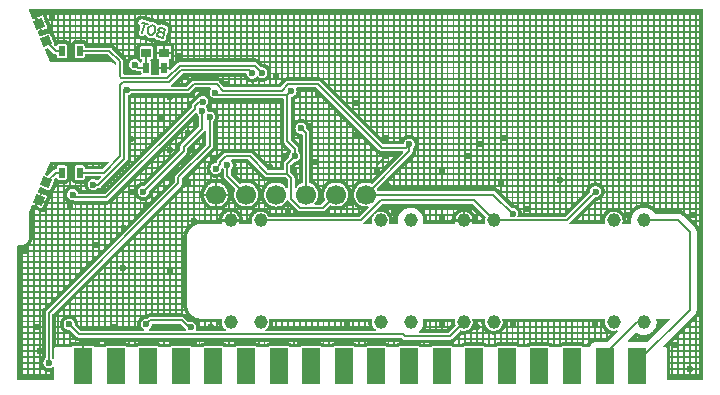
<source format=gbl>
%FSLAX46Y46*%
%MOMM*%
%ADD10C,0.160000*%
%AMPS17*
21,1,3.000000,1.500000,0.000000,0.000000,90.000000*
%
%ADD17PS17*%
%AMPS15*
1,1,1.150000,0.000000,0.000000*
%
%ADD15PS15*%
%AMPS14*
1,1,1.150000,0.000000,0.000000*
%
%ADD14PS14*%
%AMPS13*
1,1,1.700000,0.000000,0.000000*
%
%ADD13PS13*%
%AMPS18*
21,1,0.800000,0.750000,0.000000,0.000000,360.000000*
%
%ADD18PS18*%
%AMPS11*
21,1,0.500000,0.900000,0.000000,0.000000,360.000000*
%
%ADD11PS11*%
%AMPS16*
21,1,0.800000,0.800000,0.000000,0.000000,247.000122*
%
%ADD16PS16*%
%AMPS12*
21,1,0.800000,0.800000,0.000000,0.000000,112.000122*
%
%ADD12PS12*%
%AMPS19*
1,1,0.600000,0.000000,0.000000*
%
%ADD19PS19*%
G01*
%LPD*%
G36*
X58390000Y31610000D02*
X58382100Y31644664D01*
X58361935Y31670000D01*
X58359960Y31672482D01*
X58327953Y31687959D01*
X58310000Y31690000D01*
X1390000Y31690000D01*
X1355336Y31682100D01*
X1340133Y31670000D01*
X1327518Y31659960D01*
X1312041Y31627953D01*
X1310000Y31610000D01*
X1310000Y31577373D01*
X1316059Y31546832D01*
X1405620Y31330000D01*
X1471707Y31170000D01*
X1582442Y30901905D01*
X1602977Y30872883D01*
X1634060Y30855624D01*
X1670000Y30857443D01*
X1686352Y30858271D01*
X1861724Y30929126D01*
X1945667Y30721361D01*
X1966418Y30670000D01*
X2069631Y30414542D01*
X2069631Y30414539D01*
X2103787Y30330000D01*
X2153339Y30207357D01*
X2281284Y29890683D01*
X2115081Y29823532D01*
X2085901Y29803221D01*
X2068402Y29772273D01*
X2066042Y29736799D01*
X2071109Y29718816D01*
X2191367Y29427665D01*
X2211902Y29398643D01*
X2242985Y29381384D01*
X2295277Y29384031D01*
X2316979Y29392799D01*
X2670000Y29535430D01*
X2727523Y29558671D01*
X2903480Y29629763D01*
X2956391Y29642593D01*
X2997536Y29641109D01*
X3037671Y29629053D01*
X3073460Y29607234D01*
X3102563Y29577074D01*
X3125616Y29536037D01*
X3226676Y29285906D01*
X3330000Y29030173D01*
X3410876Y28830000D01*
X3421195Y28804460D01*
X3434025Y28751549D01*
X3432684Y28714377D01*
X3439330Y28679451D01*
X3445778Y28670000D01*
X3456063Y28654925D01*
X3550884Y28560104D01*
X3580982Y28541179D01*
X3616307Y28537164D01*
X3649884Y28548852D01*
X3675080Y28573935D01*
X3686601Y28605027D01*
X3692926Y28648013D01*
X3709715Y28685605D01*
X3735931Y28718306D01*
X3769565Y28743313D01*
X3808429Y28758997D01*
X3855122Y28765000D01*
X4344146Y28765000D01*
X4398012Y28757074D01*
X4435605Y28740285D01*
X4468306Y28714069D01*
X4493313Y28680435D01*
X4508997Y28641571D01*
X4515000Y28594878D01*
X4515000Y27705854D01*
X4509724Y27670000D01*
X4507074Y27651988D01*
X4490285Y27614395D01*
X4464069Y27581694D01*
X4430435Y27556687D01*
X4391571Y27541003D01*
X4344878Y27535000D01*
X3855854Y27535000D01*
X3801988Y27542926D01*
X3764395Y27559715D01*
X3731694Y27585931D01*
X3706687Y27619565D01*
X3691003Y27658429D01*
X3685000Y27705122D01*
X3685000Y27785000D01*
X3677100Y27819664D01*
X3654960Y27847482D01*
X3622953Y27862959D01*
X3605000Y27865000D01*
X3559911Y27865000D01*
X3535891Y27866180D01*
X3526149Y27867139D01*
X3479071Y27876502D01*
X3471578Y27878775D01*
X3427217Y27897150D01*
X3420331Y27900831D01*
X3380400Y27927512D01*
X3374384Y27932449D01*
X3357432Y27949427D01*
X3352118Y27952774D01*
X2934079Y28370813D01*
X2903981Y28389738D01*
X2868656Y28393753D01*
X2847541Y28388418D01*
X2727824Y28340048D01*
X2698644Y28319738D01*
X2681145Y28288790D01*
X2678785Y28253315D01*
X2683852Y28235333D01*
X2851272Y27830000D01*
X2885141Y27748001D01*
X3086930Y27259459D01*
X3107465Y27230437D01*
X3138548Y27213178D01*
X3160871Y27210000D01*
X8099821Y27210000D01*
X8103979Y27209974D01*
X8113148Y27209861D01*
X8121702Y27209651D01*
X8130530Y27209326D01*
X8139180Y27208902D01*
X8147932Y27208364D01*
X8156474Y27207734D01*
X8165363Y27206968D01*
X8173838Y27206132D01*
X8182647Y27205155D01*
X8191220Y27204098D01*
X8199901Y27202919D01*
X8208369Y27201663D01*
X8217125Y27200255D01*
X8225602Y27198785D01*
X8234368Y27197153D01*
X8242716Y27195492D01*
X8251376Y27193658D01*
X8259747Y27191778D01*
X8268328Y27189741D01*
X8276676Y27187649D01*
X8285208Y27185400D01*
X8293467Y27183115D01*
X8302031Y27180632D01*
X8310200Y27178153D01*
X8318639Y27175480D01*
X8326806Y27172783D01*
X8334893Y27170000D01*
X8335125Y27169920D01*
X8343224Y27167022D01*
X8351419Y27163976D01*
X8359588Y27160825D01*
X8367772Y27157552D01*
X8375613Y27154303D01*
X8383779Y27150803D01*
X8391614Y27147330D01*
X8399650Y27143650D01*
X8407485Y27139944D01*
X8415402Y27136080D01*
X8423002Y27132255D01*
X8430898Y27128158D01*
X8438496Y27124096D01*
X8446164Y27119876D01*
X8453720Y27115595D01*
X8461255Y27111204D01*
X8468665Y27106763D01*
X8476207Y27102116D01*
X8483493Y27097502D01*
X8490858Y27092710D01*
X8498043Y27087909D01*
X8505322Y27082915D01*
X8512254Y27078033D01*
X8519475Y27072814D01*
X8526420Y27067664D01*
X8533410Y27062345D01*
X8540121Y27057108D01*
X8547133Y27051496D01*
X8553654Y27046144D01*
X8560552Y27040340D01*
X8566937Y27034832D01*
X8573642Y27028903D01*
X8579932Y27023202D01*
X8580554Y27022624D01*
X8611329Y27004821D01*
X8646778Y27002111D01*
X8670000Y27011167D01*
X8679901Y27015028D01*
X8704156Y27041022D01*
X8715000Y27081239D01*
X8715000Y27122088D01*
X8707100Y27156752D01*
X8691569Y27178657D01*
X8028657Y27841569D01*
X7998559Y27860494D01*
X7972088Y27865000D01*
X6095000Y27865000D01*
X6060336Y27857100D01*
X6032518Y27834960D01*
X6017041Y27802953D01*
X6015000Y27785000D01*
X6015000Y27705854D01*
X6013667Y27696793D01*
X6009724Y27670000D01*
X6007074Y27651988D01*
X5990285Y27614395D01*
X5964069Y27581694D01*
X5930435Y27556687D01*
X5891571Y27541003D01*
X5844878Y27535000D01*
X5355854Y27535000D01*
X5301988Y27542926D01*
X5264395Y27559715D01*
X5231694Y27585931D01*
X5206687Y27619565D01*
X5191003Y27658429D01*
X5185000Y27705122D01*
X5185000Y28594146D01*
X5192926Y28648012D01*
X5209715Y28685605D01*
X5235931Y28718306D01*
X5269565Y28743313D01*
X5308429Y28758997D01*
X5355122Y28765000D01*
X5844146Y28765000D01*
X5898012Y28757074D01*
X5935605Y28740285D01*
X5968306Y28714069D01*
X5993313Y28680435D01*
X6008997Y28641571D01*
X6015000Y28594878D01*
X6015000Y28515000D01*
X6022900Y28480336D01*
X6045040Y28452518D01*
X6077047Y28437041D01*
X6095000Y28435000D01*
X8121299Y28435000D01*
X8145350Y28433818D01*
X8155070Y28432860D01*
X8202147Y28423495D01*
X8209635Y28421224D01*
X8253996Y28402849D01*
X8260882Y28399168D01*
X8300813Y28372487D01*
X8308369Y28366285D01*
X8326178Y28350144D01*
X9200144Y27476178D01*
X9216285Y27458369D01*
X9222487Y27450813D01*
X9249168Y27410882D01*
X9252849Y27403996D01*
X9271224Y27359635D01*
X9273495Y27352147D01*
X9282860Y27305070D01*
X9283818Y27295350D01*
X9285000Y27271299D01*
X9285000Y26235002D01*
X9292900Y26200338D01*
X9315040Y26172520D01*
X9347047Y26157043D01*
X9365000Y26155002D01*
X10764188Y26155002D01*
X10798852Y26162902D01*
X10826670Y26185042D01*
X10842147Y26217049D01*
X10839718Y26247895D01*
X10842314Y26248229D01*
X10835000Y26305122D01*
X10835000Y26385000D01*
X10830000Y26406939D01*
X10827100Y26419664D01*
X10804960Y26447482D01*
X10772953Y26462959D01*
X10755000Y26465000D01*
X10501971Y26465000D01*
X10477951Y26466180D01*
X10468209Y26467139D01*
X10421131Y26476502D01*
X10413638Y26478775D01*
X10369277Y26497150D01*
X10362391Y26500831D01*
X10329310Y26522935D01*
X10280939Y26536321D01*
X10260054Y26535295D01*
X10239948Y26535295D01*
X10214457Y26536548D01*
X10194434Y26538520D01*
X10169212Y26542262D01*
X10149476Y26546188D01*
X10124726Y26552387D01*
X10105477Y26558225D01*
X10081453Y26566822D01*
X10062869Y26574521D01*
X10039821Y26585421D01*
X10022058Y26594915D01*
X10000198Y26608017D01*
X9983463Y26619200D01*
X9962963Y26634403D01*
X9947416Y26647162D01*
X9928536Y26664273D01*
X9914273Y26678536D01*
X9897162Y26697416D01*
X9884403Y26712963D01*
X9869200Y26733463D01*
X9858025Y26750187D01*
X9844912Y26772063D01*
X9835423Y26789816D01*
X9824517Y26812876D01*
X9816821Y26831455D01*
X9808225Y26855477D01*
X9802387Y26874726D01*
X9796188Y26899476D01*
X9792262Y26919212D01*
X9788520Y26944434D01*
X9786548Y26964457D01*
X9785295Y26989948D01*
X9785295Y27010052D01*
X9786548Y27035543D01*
X9788520Y27055566D01*
X9792262Y27080788D01*
X9796188Y27100524D01*
X9802387Y27125274D01*
X9808225Y27144523D01*
X9816821Y27168545D01*
X9824517Y27187124D01*
X9835423Y27210184D01*
X9844912Y27227937D01*
X9858025Y27249813D01*
X9869200Y27266537D01*
X9884403Y27287037D01*
X9897162Y27302584D01*
X9914273Y27321464D01*
X9928524Y27335715D01*
X9947412Y27352834D01*
X9962973Y27365605D01*
X9983479Y27380812D01*
X10000177Y27391969D01*
X10022063Y27405088D01*
X10039816Y27414577D01*
X10062876Y27425483D01*
X10081455Y27433179D01*
X10105477Y27441775D01*
X10124726Y27447613D01*
X10149476Y27453812D01*
X10169212Y27457738D01*
X10173465Y27458369D01*
X10194434Y27461480D01*
X10214457Y27463452D01*
X10239948Y27464705D01*
X10260052Y27464705D01*
X10285543Y27463452D01*
X10305566Y27461480D01*
X10326535Y27458369D01*
X10330788Y27457738D01*
X10350524Y27453812D01*
X10375274Y27447613D01*
X10394523Y27441775D01*
X10418545Y27433179D01*
X10437124Y27425483D01*
X10460184Y27414577D01*
X10477937Y27405088D01*
X10499823Y27391969D01*
X10516521Y27380812D01*
X10537027Y27365605D01*
X10552588Y27352834D01*
X10571476Y27335715D01*
X10585727Y27321464D01*
X10602838Y27302584D01*
X10615597Y27287037D01*
X10630800Y27266537D01*
X10641983Y27249802D01*
X10655085Y27227942D01*
X10664579Y27210179D01*
X10675474Y27187142D01*
X10681546Y27172485D01*
X10702111Y27143484D01*
X10733212Y27126257D01*
X10768705Y27124207D01*
X10801582Y27137739D01*
X10825349Y27164180D01*
X10834604Y27191456D01*
X10842926Y27248012D01*
X10859715Y27285605D01*
X10890658Y27324202D01*
X10908170Y27344683D01*
X10917285Y27379047D01*
X10910611Y27413968D01*
X10889464Y27442547D01*
X10848981Y27461011D01*
X10815056Y27466003D01*
X10801988Y27467926D01*
X10764395Y27484715D01*
X10731694Y27510931D01*
X10706687Y27544565D01*
X10691003Y27583429D01*
X10685000Y27630122D01*
X10685000Y28369146D01*
X10692926Y28423012D01*
X10709715Y28460605D01*
X10735931Y28493306D01*
X10769565Y28518313D01*
X10808429Y28533997D01*
X10830000Y28536770D01*
X10855122Y28540000D01*
X11644146Y28540000D01*
X11698012Y28532074D01*
X11735605Y28515285D01*
X11768306Y28489069D01*
X11793313Y28455435D01*
X11808997Y28416571D01*
X11815000Y28369878D01*
X11815000Y27630854D01*
X11807074Y27576988D01*
X11790285Y27539395D01*
X11764069Y27506694D01*
X11730435Y27481687D01*
X11691571Y27466003D01*
X11670000Y27463230D01*
X11651833Y27460894D01*
X11618460Y27448638D01*
X11593692Y27423132D01*
X11582422Y27389413D01*
X11586875Y27354140D01*
X11604195Y27330000D01*
X11611995Y27319129D01*
X11618304Y27314071D01*
X11643313Y27280435D01*
X11658997Y27241571D01*
X11665000Y27194878D01*
X11665000Y26305854D01*
X11656289Y26246647D01*
X11659059Y26211202D01*
X11676914Y26180458D01*
X11706327Y26160486D01*
X11735437Y26155002D01*
X12260000Y26155002D01*
X12294664Y26162902D01*
X12322482Y26185042D01*
X12337959Y26217049D01*
X12340000Y26235002D01*
X12340000Y26665000D01*
X13160000Y26665000D01*
X13160000Y26612664D01*
X13167900Y26578000D01*
X13173329Y26571179D01*
X13190040Y26550182D01*
X13222047Y26534705D01*
X13257599Y26534624D01*
X13296569Y26556095D01*
X13859259Y27118785D01*
X13862687Y27120425D01*
X13879838Y27137447D01*
X13885996Y27142501D01*
X13925927Y27169182D01*
X13932813Y27172863D01*
X13977174Y27191238D01*
X13984664Y27193510D01*
X14031740Y27202874D01*
X14041480Y27203834D01*
X14065491Y27205014D01*
X20414387Y27205014D01*
X20438438Y27203832D01*
X20448158Y27202874D01*
X20495235Y27193509D01*
X20502723Y27191238D01*
X20547084Y27172863D01*
X20553970Y27169182D01*
X20593901Y27142501D01*
X20601457Y27136299D01*
X20619266Y27120158D01*
X20947419Y26792005D01*
X20977517Y26773080D01*
X21007917Y26768671D01*
X21021665Y26769347D01*
X21041786Y26769347D01*
X21067277Y26768094D01*
X21087300Y26766122D01*
X21112522Y26762380D01*
X21132258Y26758454D01*
X21157008Y26752255D01*
X21176257Y26746417D01*
X21200279Y26737821D01*
X21218858Y26730125D01*
X21241918Y26719219D01*
X21259671Y26709730D01*
X21281557Y26696611D01*
X21298255Y26685454D01*
X21318761Y26670247D01*
X21334322Y26657476D01*
X21353210Y26640357D01*
X21367461Y26626106D01*
X21384572Y26607226D01*
X21397331Y26591679D01*
X21412534Y26571179D01*
X21423717Y26554444D01*
X21436819Y26532584D01*
X21446313Y26514821D01*
X21457213Y26491773D01*
X21464912Y26473189D01*
X21473509Y26449165D01*
X21479347Y26429916D01*
X21485546Y26405166D01*
X21489472Y26385430D01*
X21493214Y26360208D01*
X21495186Y26340185D01*
X21496439Y26314694D01*
X21496439Y26294590D01*
X21495186Y26269099D01*
X21493214Y26249076D01*
X21489472Y26223854D01*
X21485546Y26204118D01*
X21479347Y26179368D01*
X21473509Y26160119D01*
X21464913Y26136097D01*
X21457217Y26117518D01*
X21446311Y26094458D01*
X21436822Y26076705D01*
X21423709Y26054829D01*
X21412534Y26038105D01*
X21397331Y26017605D01*
X21384572Y26002058D01*
X21367461Y25983178D01*
X21353198Y25968915D01*
X21334318Y25951804D01*
X21318771Y25939045D01*
X21298271Y25923842D01*
X21281547Y25912667D01*
X21259671Y25899554D01*
X21241918Y25890065D01*
X21218858Y25879159D01*
X21200279Y25871463D01*
X21176257Y25862867D01*
X21157008Y25857029D01*
X21132258Y25850830D01*
X21112522Y25846904D01*
X21087300Y25843162D01*
X21067277Y25841190D01*
X21041786Y25839937D01*
X21021682Y25839937D01*
X20996191Y25841190D01*
X20976168Y25843162D01*
X20950946Y25846904D01*
X20931210Y25850830D01*
X20906460Y25857029D01*
X20887211Y25862867D01*
X20863187Y25871464D01*
X20844603Y25879163D01*
X20821555Y25890063D01*
X20803792Y25899557D01*
X20781932Y25912659D01*
X20765197Y25923842D01*
X20744697Y25939045D01*
X20729150Y25951804D01*
X20710270Y25968915D01*
X20704000Y25975185D01*
X20673902Y25994110D01*
X20638577Y25998125D01*
X20605000Y25986437D01*
X20585590Y25969368D01*
X20575784Y25957419D01*
X20558679Y25938546D01*
X20544416Y25924283D01*
X20525536Y25907172D01*
X20509989Y25894413D01*
X20489489Y25879210D01*
X20472765Y25868035D01*
X20450889Y25854922D01*
X20433136Y25845433D01*
X20410076Y25834527D01*
X20399147Y25830000D01*
X20391497Y25826831D01*
X20367475Y25818235D01*
X20348226Y25812397D01*
X20323476Y25806198D01*
X20303740Y25802272D01*
X20278518Y25798530D01*
X20258495Y25796558D01*
X20233004Y25795305D01*
X20212900Y25795305D01*
X20187409Y25796558D01*
X20167386Y25798530D01*
X20142164Y25802272D01*
X20122428Y25806198D01*
X20097678Y25812397D01*
X20078429Y25818235D01*
X20054405Y25826832D01*
X20046758Y25830000D01*
X20035821Y25834531D01*
X20012773Y25845431D01*
X19995010Y25854925D01*
X19973150Y25868027D01*
X19956415Y25879210D01*
X19935915Y25894413D01*
X19920368Y25907172D01*
X19901488Y25924283D01*
X19887225Y25938546D01*
X19870114Y25957426D01*
X19857355Y25972973D01*
X19842152Y25993473D01*
X19830977Y26010197D01*
X19830000Y26011827D01*
X19820136Y26028283D01*
X19817864Y26032073D01*
X19808375Y26049826D01*
X19797469Y26072886D01*
X19789773Y26091465D01*
X19781177Y26115487D01*
X19775339Y26134736D01*
X19769140Y26159486D01*
X19765213Y26179224D01*
X19762615Y26196741D01*
X19749715Y26229871D01*
X19723733Y26254139D01*
X19683481Y26265003D01*
X14367985Y26265003D01*
X14333321Y26257103D01*
X14311416Y26241572D01*
X13371063Y25301219D01*
X13367635Y25299579D01*
X13350484Y25282557D01*
X13341282Y25275005D01*
X13342106Y25274001D01*
X13322860Y25253629D01*
X13312054Y25219759D01*
X13316991Y25184550D01*
X13330000Y25165015D01*
X13336697Y25154958D01*
X13367278Y25136826D01*
X13391767Y25132986D01*
X14598814Y25132986D01*
X14633478Y25140886D01*
X14655383Y25156417D01*
X15045723Y25546757D01*
X15049151Y25548397D01*
X15066302Y25565419D01*
X15072460Y25570473D01*
X15112391Y25597154D01*
X15119277Y25600835D01*
X15163638Y25619210D01*
X15171128Y25621482D01*
X15218204Y25630846D01*
X15227944Y25631806D01*
X15251955Y25632986D01*
X17190463Y25632986D01*
X17214514Y25631804D01*
X17224234Y25630846D01*
X17271311Y25621481D01*
X17278799Y25619210D01*
X17323160Y25600835D01*
X17324430Y25600156D01*
X17330046Y25597154D01*
X17369977Y25570473D01*
X17377533Y25564271D01*
X17395342Y25548130D01*
X17842824Y25100648D01*
X17872922Y25081723D01*
X17899393Y25077217D01*
X22543045Y25077217D01*
X22577709Y25085117D01*
X22599614Y25100648D01*
X23045723Y25546757D01*
X23049151Y25548397D01*
X23066302Y25565419D01*
X23072460Y25570473D01*
X23112391Y25597154D01*
X23119277Y25600835D01*
X23163638Y25619210D01*
X23171128Y25621482D01*
X23218204Y25630846D01*
X23227944Y25631806D01*
X23251955Y25632986D01*
X25773241Y25632986D01*
X25797292Y25631804D01*
X25807012Y25630846D01*
X25830000Y25626273D01*
X25854089Y25621481D01*
X25861577Y25619210D01*
X25905938Y25600835D01*
X25912824Y25597154D01*
X25952755Y25570473D01*
X25960311Y25564271D01*
X25978120Y25548130D01*
X31267818Y20258432D01*
X31297916Y20239507D01*
X31324387Y20235001D01*
X32959062Y20235001D01*
X32993726Y20242901D01*
X33021544Y20265041D01*
X33037300Y20303754D01*
X33038231Y20303616D01*
X33041027Y20322460D01*
X33042145Y20330000D01*
X33042262Y20330788D01*
X33046188Y20350524D01*
X33052387Y20375274D01*
X33058225Y20394523D01*
X33066821Y20418545D01*
X33074517Y20437124D01*
X33085423Y20460184D01*
X33094912Y20477937D01*
X33108025Y20499813D01*
X33119200Y20516537D01*
X33134403Y20537037D01*
X33147162Y20552584D01*
X33164273Y20571464D01*
X33178524Y20585715D01*
X33197412Y20602834D01*
X33212973Y20615605D01*
X33233479Y20630812D01*
X33250177Y20641969D01*
X33272063Y20655088D01*
X33289816Y20664577D01*
X33312876Y20675483D01*
X33331455Y20683179D01*
X33355477Y20691775D01*
X33374726Y20697613D01*
X33399476Y20703812D01*
X33419212Y20707738D01*
X33444434Y20711480D01*
X33464457Y20713452D01*
X33489948Y20714705D01*
X33510052Y20714705D01*
X33535543Y20713452D01*
X33555566Y20711480D01*
X33580788Y20707738D01*
X33600524Y20703812D01*
X33625274Y20697613D01*
X33644523Y20691775D01*
X33668545Y20683179D01*
X33687124Y20675483D01*
X33710184Y20664577D01*
X33727937Y20655088D01*
X33749823Y20641969D01*
X33766521Y20630812D01*
X33787027Y20615605D01*
X33802588Y20602834D01*
X33821476Y20585715D01*
X33835727Y20571464D01*
X33852838Y20552584D01*
X33865597Y20537037D01*
X33880800Y20516537D01*
X33891983Y20499802D01*
X33905085Y20477942D01*
X33914579Y20460179D01*
X33925479Y20437131D01*
X33933178Y20418547D01*
X33941775Y20394523D01*
X33947613Y20375274D01*
X33953812Y20350524D01*
X33957738Y20330788D01*
X33961480Y20305566D01*
X33963452Y20285543D01*
X33964705Y20260052D01*
X33964705Y20239948D01*
X33963452Y20214457D01*
X33961480Y20194434D01*
X33957738Y20169212D01*
X33953812Y20149476D01*
X33947613Y20124726D01*
X33941775Y20105477D01*
X33933179Y20081455D01*
X33925483Y20062876D01*
X33914577Y20039816D01*
X33905088Y20022063D01*
X33891975Y20000187D01*
X33880800Y19983463D01*
X33865597Y19962963D01*
X33852838Y19947416D01*
X33835727Y19928536D01*
X33821476Y19914285D01*
X33811278Y19905043D01*
X33790898Y19875911D01*
X33785000Y19845764D01*
X33785000Y19651955D01*
X33783820Y19627944D01*
X33782860Y19618204D01*
X33773496Y19571128D01*
X33771224Y19563638D01*
X33752849Y19519277D01*
X33749168Y19512391D01*
X33722487Y19472460D01*
X33717433Y19466302D01*
X33700411Y19449151D01*
X33697449Y19444401D01*
X30780761Y16527713D01*
X30761836Y16497615D01*
X30757821Y16462290D01*
X30765011Y16436940D01*
X30783614Y16397607D01*
X30791317Y16379010D01*
X30805973Y16338049D01*
X30825089Y16308072D01*
X30855306Y16289339D01*
X30881296Y16285000D01*
X40638035Y16285000D01*
X40662086Y16283818D01*
X40671806Y16282860D01*
X40718883Y16273495D01*
X40726371Y16271224D01*
X40770732Y16252849D01*
X40777618Y16249168D01*
X40817549Y16222487D01*
X40825105Y16216285D01*
X40842914Y16200144D01*
X42165685Y14877373D01*
X42195783Y14858448D01*
X42226183Y14854039D01*
X42239931Y14854715D01*
X42260052Y14854715D01*
X42285543Y14853462D01*
X42305566Y14851490D01*
X42323711Y14848798D01*
X42330788Y14847748D01*
X42350524Y14843822D01*
X42375274Y14837623D01*
X42394523Y14831785D01*
X42399511Y14830000D01*
X42418545Y14823189D01*
X42437124Y14815493D01*
X42460184Y14804587D01*
X42477937Y14795098D01*
X42499823Y14781979D01*
X42516521Y14770822D01*
X42537027Y14755615D01*
X42552588Y14742844D01*
X42571476Y14725725D01*
X42585727Y14711474D01*
X42602838Y14692594D01*
X42615597Y14677047D01*
X42620823Y14670000D01*
X42630800Y14656547D01*
X42641983Y14639812D01*
X42655085Y14617952D01*
X42664579Y14600189D01*
X42675479Y14577141D01*
X42683178Y14558557D01*
X42691775Y14534533D01*
X42697613Y14515284D01*
X42703812Y14490534D01*
X42707738Y14470798D01*
X42711480Y14445576D01*
X42713452Y14425553D01*
X42714705Y14400062D01*
X42714705Y14379958D01*
X42713452Y14354467D01*
X42711480Y14334444D01*
X42707738Y14309222D01*
X42703812Y14289486D01*
X42697613Y14264736D01*
X42691775Y14245487D01*
X42683179Y14221465D01*
X42675483Y14202886D01*
X42673742Y14199205D01*
X42666063Y14164491D01*
X42674183Y14129878D01*
X42696499Y14102202D01*
X42746061Y14085000D01*
X46675568Y14085000D01*
X46710232Y14092900D01*
X46732137Y14108431D01*
X48789400Y16165694D01*
X48808325Y16195792D01*
X48812734Y16226192D01*
X48812058Y16239940D01*
X48812058Y16260061D01*
X48813311Y16285552D01*
X48815283Y16305575D01*
X48819025Y16330797D01*
X48822951Y16350533D01*
X48829150Y16375283D01*
X48834988Y16394532D01*
X48843584Y16418554D01*
X48851280Y16437133D01*
X48862186Y16460193D01*
X48871675Y16477946D01*
X48884788Y16499822D01*
X48895963Y16516546D01*
X48911166Y16537046D01*
X48923925Y16552593D01*
X48941036Y16571473D01*
X48955287Y16585724D01*
X48974175Y16602843D01*
X48989736Y16615614D01*
X49010242Y16630821D01*
X49026940Y16641978D01*
X49048826Y16655097D01*
X49066579Y16664586D01*
X49078027Y16670000D01*
X49089639Y16675492D01*
X49108218Y16683188D01*
X49132240Y16691784D01*
X49151489Y16697622D01*
X49176239Y16703821D01*
X49195975Y16707747D01*
X49221197Y16711489D01*
X49241220Y16713461D01*
X49266711Y16714714D01*
X49286815Y16714714D01*
X49312306Y16713461D01*
X49332329Y16711489D01*
X49357551Y16707747D01*
X49377287Y16703821D01*
X49402037Y16697622D01*
X49421286Y16691784D01*
X49445308Y16683188D01*
X49463887Y16675492D01*
X49475499Y16670000D01*
X49486947Y16664586D01*
X49504700Y16655097D01*
X49526586Y16641978D01*
X49543284Y16630821D01*
X49563790Y16615614D01*
X49579351Y16602843D01*
X49598239Y16585724D01*
X49612490Y16571473D01*
X49629601Y16552593D01*
X49642360Y16537046D01*
X49657563Y16516546D01*
X49668746Y16499811D01*
X49681848Y16477951D01*
X49691342Y16460188D01*
X49702242Y16437140D01*
X49709941Y16418556D01*
X49718538Y16394532D01*
X49724376Y16375283D01*
X49730575Y16350533D01*
X49734501Y16330797D01*
X49738243Y16305575D01*
X49740215Y16285552D01*
X49741468Y16260061D01*
X49741468Y16239957D01*
X49740215Y16214466D01*
X49738243Y16194443D01*
X49734501Y16169221D01*
X49730575Y16149485D01*
X49724376Y16124735D01*
X49718538Y16105486D01*
X49709942Y16081464D01*
X49702246Y16062885D01*
X49691340Y16039825D01*
X49681851Y16022072D01*
X49668738Y16000196D01*
X49657563Y15983472D01*
X49642360Y15962972D01*
X49629601Y15947425D01*
X49612490Y15928545D01*
X49598227Y15914282D01*
X49579347Y15897171D01*
X49563800Y15884412D01*
X49543300Y15869209D01*
X49526576Y15858034D01*
X49504700Y15844921D01*
X49486947Y15835432D01*
X49475461Y15830000D01*
X49463887Y15824526D01*
X49445308Y15816830D01*
X49421286Y15808234D01*
X49402037Y15802396D01*
X49377287Y15796197D01*
X49357551Y15792271D01*
X49332329Y15788529D01*
X49312306Y15786557D01*
X49286815Y15785304D01*
X49266694Y15785304D01*
X49252946Y15785980D01*
X49217936Y15779792D01*
X49192448Y15762646D01*
X47076372Y13646570D01*
X47057447Y13616472D01*
X47053432Y13581147D01*
X47065120Y13547570D01*
X47090203Y13522374D01*
X47132941Y13510001D01*
X50037983Y13510001D01*
X50072647Y13517901D01*
X50100465Y13540041D01*
X50115942Y13572048D01*
X50115585Y13609440D01*
X50106471Y13645824D01*
X50102548Y13665550D01*
X50101888Y13670000D01*
X50099386Y13686862D01*
X50094844Y13717479D01*
X50092872Y13737506D01*
X50090295Y13789949D01*
X50090295Y13810051D01*
X50091274Y13829969D01*
X50091275Y13830000D01*
X50092872Y13862494D01*
X50094844Y13882521D01*
X50102548Y13934450D01*
X50106471Y13954176D01*
X50119223Y14005084D01*
X50125073Y14024368D01*
X50142754Y14073782D01*
X50150448Y14092358D01*
X50172899Y14139827D01*
X50182378Y14157561D01*
X50209372Y14202597D01*
X50220541Y14219315D01*
X50251819Y14261489D01*
X50264576Y14277032D01*
X50299832Y14315931D01*
X50314069Y14330168D01*
X50352968Y14365424D01*
X50368511Y14378181D01*
X50410685Y14409459D01*
X50427403Y14420628D01*
X50472439Y14447622D01*
X50490173Y14457101D01*
X50537642Y14479552D01*
X50556218Y14487246D01*
X50605632Y14504927D01*
X50624916Y14510777D01*
X50670000Y14522070D01*
X50675824Y14523529D01*
X50695550Y14527452D01*
X50747479Y14535156D01*
X50767506Y14537128D01*
X50819949Y14539705D01*
X50840051Y14539705D01*
X50892494Y14537128D01*
X50912521Y14535156D01*
X50964450Y14527452D01*
X50984176Y14523529D01*
X51035084Y14510777D01*
X51054368Y14504927D01*
X51103782Y14487246D01*
X51122358Y14479552D01*
X51169827Y14457101D01*
X51187561Y14447622D01*
X51232597Y14420628D01*
X51249315Y14409459D01*
X51291489Y14378181D01*
X51307032Y14365424D01*
X51345931Y14330168D01*
X51360168Y14315931D01*
X51395424Y14277032D01*
X51408181Y14261489D01*
X51439459Y14219315D01*
X51450628Y14202597D01*
X51470166Y14170000D01*
X51477617Y14157569D01*
X51487104Y14139821D01*
X51509541Y14092380D01*
X51517248Y14073775D01*
X51534937Y14024337D01*
X51540774Y14005096D01*
X51553529Y13954176D01*
X51557452Y13934450D01*
X51565156Y13882521D01*
X51567128Y13862494D01*
X51569705Y13810051D01*
X51569705Y13789949D01*
X51567128Y13737506D01*
X51565156Y13717479D01*
X51560614Y13686862D01*
X51558112Y13670000D01*
X51557452Y13665550D01*
X51553529Y13645824D01*
X51544415Y13609440D01*
X51543655Y13573895D01*
X51558372Y13541532D01*
X51585658Y13518741D01*
X51622017Y13510001D01*
X52229765Y13510001D01*
X52264429Y13517901D01*
X52292247Y13540041D01*
X52307724Y13572048D01*
X52308227Y13605612D01*
X52306227Y13615666D01*
X52298524Y13667591D01*
X52293282Y13720817D01*
X52290705Y13773265D01*
X52290705Y13826735D01*
X52293282Y13879183D01*
X52298524Y13932409D01*
X52306226Y13984328D01*
X52316664Y14036799D01*
X52329417Y14087716D01*
X52344942Y14138895D01*
X52362626Y14188317D01*
X52383094Y14237731D01*
X52405539Y14285186D01*
X52430755Y14332363D01*
X52457738Y14377381D01*
X52487456Y14421858D01*
X52518726Y14464022D01*
X52552657Y14505368D01*
X52587911Y14544264D01*
X52625736Y14582089D01*
X52664632Y14617343D01*
X52670000Y14621748D01*
X52705978Y14651274D01*
X52748142Y14682544D01*
X52792619Y14712262D01*
X52837637Y14739245D01*
X52884814Y14764461D01*
X52932269Y14786906D01*
X52981683Y14807374D01*
X53031105Y14825058D01*
X53045106Y14829305D01*
X53082284Y14840583D01*
X53133201Y14853336D01*
X53170000Y14860656D01*
X53185672Y14863774D01*
X53237591Y14871476D01*
X53290817Y14876718D01*
X53330000Y14878643D01*
X53343265Y14879295D01*
X53396735Y14879295D01*
X53449183Y14876718D01*
X53502409Y14871476D01*
X53554328Y14863774D01*
X53606799Y14853336D01*
X53657716Y14840583D01*
X53708895Y14825058D01*
X53758317Y14807374D01*
X53807731Y14786906D01*
X53855186Y14764461D01*
X53902363Y14739245D01*
X53947381Y14712262D01*
X53991858Y14682544D01*
X53993895Y14681033D01*
X54008772Y14670000D01*
X54034022Y14651274D01*
X54075368Y14617343D01*
X54114264Y14582089D01*
X54152089Y14544264D01*
X54187343Y14505368D01*
X54221274Y14464022D01*
X54252540Y14421863D01*
X54253414Y14420556D01*
X54279241Y14396122D01*
X54319933Y14385000D01*
X56259732Y14385000D01*
X56313204Y14382372D01*
X56322931Y14381413D01*
X56427650Y14360581D01*
X56435142Y14358308D01*
X56533855Y14317421D01*
X56540737Y14313743D01*
X56629563Y14254391D01*
X56637130Y14248181D01*
X56676733Y14212286D01*
X57662286Y13226733D01*
X57698181Y13187130D01*
X57704391Y13179563D01*
X57763743Y13090737D01*
X57767421Y13083855D01*
X57808308Y12985142D01*
X57810581Y12977650D01*
X57821172Y12924412D01*
X57831413Y12872931D01*
X57832372Y12863204D01*
X57835000Y12809732D01*
X57835000Y6251975D01*
X57832372Y6198504D01*
X57831414Y6188787D01*
X57810578Y6084048D01*
X57808308Y6076564D01*
X57767421Y5977851D01*
X57763743Y5970969D01*
X57704391Y5882143D01*
X57699338Y5875986D01*
X57670000Y5846427D01*
X57661600Y5837964D01*
X57655510Y5828198D01*
X55013881Y3186569D01*
X55003463Y3170000D01*
X54994956Y3156471D01*
X54990941Y3121146D01*
X55002629Y3087569D01*
X55027712Y3062373D01*
X55070450Y3050000D01*
X55234175Y3050000D01*
X55280437Y3030951D01*
X55300000Y2984000D01*
X55300000Y390000D01*
X55307900Y355336D01*
X55330040Y327518D01*
X55362047Y312041D01*
X55380000Y310000D01*
X58310000Y310000D01*
X58344664Y317900D01*
X58359867Y330000D01*
X58372482Y340040D01*
X58387959Y372047D01*
X58390000Y390000D01*
X58390000Y31610000D01*
D02*
G37*
%LPC*%
G36*
X3170000Y31330000D02*
X2830000Y31330000D01*
X2830000Y31370000D01*
X3170000Y31370000D01*
X3170000Y31330000D01*
D02*
G37*
%LPC*%
G36*
X3670000Y31330000D02*
X3330000Y31330000D01*
X3330000Y31370000D01*
X3670000Y31370000D01*
X3670000Y31330000D01*
D02*
G37*
%LPC*%
G36*
X4170000Y31330000D02*
X3830000Y31330000D01*
X3830000Y31370000D01*
X4170000Y31370000D01*
X4170000Y31330000D01*
D02*
G37*
%LPC*%
G36*
X4670000Y31330000D02*
X4330000Y31330000D01*
X4330000Y31370000D01*
X4670000Y31370000D01*
X4670000Y31330000D01*
D02*
G37*
%LPC*%
G36*
X5170000Y31330000D02*
X4830000Y31330000D01*
X4830000Y31370000D01*
X5170000Y31370000D01*
X5170000Y31330000D01*
D02*
G37*
%LPC*%
G36*
X5670000Y31330000D02*
X5330000Y31330000D01*
X5330000Y31370000D01*
X5670000Y31370000D01*
X5670000Y31330000D01*
D02*
G37*
%LPC*%
G36*
X6170000Y31330000D02*
X5830000Y31330000D01*
X5830000Y31370000D01*
X6170000Y31370000D01*
X6170000Y31330000D01*
D02*
G37*
%LPC*%
G36*
X6670000Y31330000D02*
X6330000Y31330000D01*
X6330000Y31370000D01*
X6670000Y31370000D01*
X6670000Y31330000D01*
D02*
G37*
%LPC*%
G36*
X7170000Y31330000D02*
X6830000Y31330000D01*
X6830000Y31370000D01*
X7170000Y31370000D01*
X7170000Y31330000D01*
D02*
G37*
%LPC*%
G36*
X7670000Y31330000D02*
X7330000Y31330000D01*
X7330000Y31370000D01*
X7670000Y31370000D01*
X7670000Y31330000D01*
D02*
G37*
%LPC*%
G36*
X8170000Y31330000D02*
X7830000Y31330000D01*
X7830000Y31370000D01*
X8170000Y31370000D01*
X8170000Y31330000D01*
D02*
G37*
%LPC*%
G36*
X8670000Y31330000D02*
X8330000Y31330000D01*
X8330000Y31370000D01*
X8670000Y31370000D01*
X8670000Y31330000D01*
D02*
G37*
%LPC*%
G36*
X9170000Y31330000D02*
X8830000Y31330000D01*
X8830000Y31370000D01*
X9170000Y31370000D01*
X9170000Y31330000D01*
D02*
G37*
%LPC*%
G36*
X9670000Y31330000D02*
X9330000Y31330000D01*
X9330000Y31370000D01*
X9670000Y31370000D01*
X9670000Y31330000D01*
D02*
G37*
%LPC*%
G36*
X10170000Y31330000D02*
X9830000Y31330000D01*
X9830000Y31370000D01*
X10170000Y31370000D01*
X10170000Y31330000D01*
D02*
G37*
%LPC*%
G36*
X10670000Y31330000D02*
X10330000Y31330000D01*
X10330000Y31370000D01*
X10670000Y31370000D01*
X10670000Y31330000D01*
D02*
G37*
%LPC*%
G36*
X11170000Y31330000D02*
X10830000Y31330000D01*
X10830000Y31370000D01*
X11170000Y31370000D01*
X11170000Y31330000D01*
D02*
G37*
%LPC*%
G36*
X11670000Y31330000D02*
X11330000Y31330000D01*
X11330000Y31370000D01*
X11670000Y31370000D01*
X11670000Y31330000D01*
D02*
G37*
%LPC*%
G36*
X12170000Y31330000D02*
X11830000Y31330000D01*
X11830000Y31370000D01*
X12170000Y31370000D01*
X12170000Y31330000D01*
D02*
G37*
%LPC*%
G36*
X12670000Y31330000D02*
X12330000Y31330000D01*
X12330000Y31370000D01*
X12670000Y31370000D01*
X12670000Y31330000D01*
D02*
G37*
%LPC*%
G36*
X13170000Y31330000D02*
X12830000Y31330000D01*
X12830000Y31370000D01*
X13170000Y31370000D01*
X13170000Y31330000D01*
D02*
G37*
%LPC*%
G36*
X13670000Y31330000D02*
X13330000Y31330000D01*
X13330000Y31370000D01*
X13670000Y31370000D01*
X13670000Y31330000D01*
D02*
G37*
%LPC*%
G36*
X14170000Y31330000D02*
X13830000Y31330000D01*
X13830000Y31370000D01*
X14170000Y31370000D01*
X14170000Y31330000D01*
D02*
G37*
%LPC*%
G36*
X14670000Y31330000D02*
X14330000Y31330000D01*
X14330000Y31370000D01*
X14670000Y31370000D01*
X14670000Y31330000D01*
D02*
G37*
%LPC*%
G36*
X15170000Y31330000D02*
X14830000Y31330000D01*
X14830000Y31370000D01*
X15170000Y31370000D01*
X15170000Y31330000D01*
D02*
G37*
%LPC*%
G36*
X15670000Y31330000D02*
X15330000Y31330000D01*
X15330000Y31370000D01*
X15670000Y31370000D01*
X15670000Y31330000D01*
D02*
G37*
%LPC*%
G36*
X16170000Y31330000D02*
X15830000Y31330000D01*
X15830000Y31370000D01*
X16170000Y31370000D01*
X16170000Y31330000D01*
D02*
G37*
%LPC*%
G36*
X16670000Y31330000D02*
X16330000Y31330000D01*
X16330000Y31370000D01*
X16670000Y31370000D01*
X16670000Y31330000D01*
D02*
G37*
%LPC*%
G36*
X17170000Y31330000D02*
X16830000Y31330000D01*
X16830000Y31370000D01*
X17170000Y31370000D01*
X17170000Y31330000D01*
D02*
G37*
%LPC*%
G36*
X17670000Y31330000D02*
X17330000Y31330000D01*
X17330000Y31370000D01*
X17670000Y31370000D01*
X17670000Y31330000D01*
D02*
G37*
%LPC*%
G36*
X18170000Y31330000D02*
X17830000Y31330000D01*
X17830000Y31370000D01*
X18170000Y31370000D01*
X18170000Y31330000D01*
D02*
G37*
%LPC*%
G36*
X18670000Y31330000D02*
X18330000Y31330000D01*
X18330000Y31370000D01*
X18670000Y31370000D01*
X18670000Y31330000D01*
D02*
G37*
%LPC*%
G36*
X19170000Y31330000D02*
X18830000Y31330000D01*
X18830000Y31370000D01*
X19170000Y31370000D01*
X19170000Y31330000D01*
D02*
G37*
%LPC*%
G36*
X19670000Y31330000D02*
X19330000Y31330000D01*
X19330000Y31370000D01*
X19670000Y31370000D01*
X19670000Y31330000D01*
D02*
G37*
%LPC*%
G36*
X20170000Y31330000D02*
X19830000Y31330000D01*
X19830000Y31370000D01*
X20170000Y31370000D01*
X20170000Y31330000D01*
D02*
G37*
%LPC*%
G36*
X20670000Y31330000D02*
X20330000Y31330000D01*
X20330000Y31370000D01*
X20670000Y31370000D01*
X20670000Y31330000D01*
D02*
G37*
%LPC*%
G36*
X21170000Y31330000D02*
X20830000Y31330000D01*
X20830000Y31370000D01*
X21170000Y31370000D01*
X21170000Y31330000D01*
D02*
G37*
%LPC*%
G36*
X21670000Y31330000D02*
X21330000Y31330000D01*
X21330000Y31370000D01*
X21670000Y31370000D01*
X21670000Y31330000D01*
D02*
G37*
%LPC*%
G36*
X22170000Y31330000D02*
X21830000Y31330000D01*
X21830000Y31370000D01*
X22170000Y31370000D01*
X22170000Y31330000D01*
D02*
G37*
%LPC*%
G36*
X22670000Y31330000D02*
X22330000Y31330000D01*
X22330000Y31370000D01*
X22670000Y31370000D01*
X22670000Y31330000D01*
D02*
G37*
%LPC*%
G36*
X23170000Y31330000D02*
X22830000Y31330000D01*
X22830000Y31370000D01*
X23170000Y31370000D01*
X23170000Y31330000D01*
D02*
G37*
%LPC*%
G36*
X23670000Y31330000D02*
X23330000Y31330000D01*
X23330000Y31370000D01*
X23670000Y31370000D01*
X23670000Y31330000D01*
D02*
G37*
%LPC*%
G36*
X24170000Y31330000D02*
X23830000Y31330000D01*
X23830000Y31370000D01*
X24170000Y31370000D01*
X24170000Y31330000D01*
D02*
G37*
%LPC*%
G36*
X24670000Y31330000D02*
X24330000Y31330000D01*
X24330000Y31370000D01*
X24670000Y31370000D01*
X24670000Y31330000D01*
D02*
G37*
%LPC*%
G36*
X25170000Y31330000D02*
X24830000Y31330000D01*
X24830000Y31370000D01*
X25170000Y31370000D01*
X25170000Y31330000D01*
D02*
G37*
%LPC*%
G36*
X25670000Y31330000D02*
X25330000Y31330000D01*
X25330000Y31370000D01*
X25670000Y31370000D01*
X25670000Y31330000D01*
D02*
G37*
%LPC*%
G36*
X26170000Y31330000D02*
X25830000Y31330000D01*
X25830000Y31370000D01*
X26170000Y31370000D01*
X26170000Y31330000D01*
D02*
G37*
%LPC*%
G36*
X26670000Y31330000D02*
X26330000Y31330000D01*
X26330000Y31370000D01*
X26670000Y31370000D01*
X26670000Y31330000D01*
D02*
G37*
%LPC*%
G36*
X27170000Y31330000D02*
X26830000Y31330000D01*
X26830000Y31370000D01*
X27170000Y31370000D01*
X27170000Y31330000D01*
D02*
G37*
%LPC*%
G36*
X27670000Y31330000D02*
X27330000Y31330000D01*
X27330000Y31370000D01*
X27670000Y31370000D01*
X27670000Y31330000D01*
D02*
G37*
%LPC*%
G36*
X28170000Y31330000D02*
X27830000Y31330000D01*
X27830000Y31370000D01*
X28170000Y31370000D01*
X28170000Y31330000D01*
D02*
G37*
%LPC*%
G36*
X28670000Y31330000D02*
X28330000Y31330000D01*
X28330000Y31370000D01*
X28670000Y31370000D01*
X28670000Y31330000D01*
D02*
G37*
%LPC*%
G36*
X29170000Y31330000D02*
X28830000Y31330000D01*
X28830000Y31370000D01*
X29170000Y31370000D01*
X29170000Y31330000D01*
D02*
G37*
%LPC*%
G36*
X29670000Y31330000D02*
X29330000Y31330000D01*
X29330000Y31370000D01*
X29670000Y31370000D01*
X29670000Y31330000D01*
D02*
G37*
%LPC*%
G36*
X30170000Y31330000D02*
X29830000Y31330000D01*
X29830000Y31370000D01*
X30170000Y31370000D01*
X30170000Y31330000D01*
D02*
G37*
%LPC*%
G36*
X30670000Y31330000D02*
X30330000Y31330000D01*
X30330000Y31370000D01*
X30670000Y31370000D01*
X30670000Y31330000D01*
D02*
G37*
%LPC*%
G36*
X31170000Y31330000D02*
X30830000Y31330000D01*
X30830000Y31370000D01*
X31170000Y31370000D01*
X31170000Y31330000D01*
D02*
G37*
%LPC*%
G36*
X31670000Y31330000D02*
X31330000Y31330000D01*
X31330000Y31370000D01*
X31670000Y31370000D01*
X31670000Y31330000D01*
D02*
G37*
%LPC*%
G36*
X32170000Y31330000D02*
X31830000Y31330000D01*
X31830000Y31370000D01*
X32170000Y31370000D01*
X32170000Y31330000D01*
D02*
G37*
%LPC*%
G36*
X32670000Y31330000D02*
X32330000Y31330000D01*
X32330000Y31370000D01*
X32670000Y31370000D01*
X32670000Y31330000D01*
D02*
G37*
%LPC*%
G36*
X33170000Y31330000D02*
X32830000Y31330000D01*
X32830000Y31370000D01*
X33170000Y31370000D01*
X33170000Y31330000D01*
D02*
G37*
%LPC*%
G36*
X33670000Y31330000D02*
X33330000Y31330000D01*
X33330000Y31370000D01*
X33670000Y31370000D01*
X33670000Y31330000D01*
D02*
G37*
%LPC*%
G36*
X34170000Y31330000D02*
X33830000Y31330000D01*
X33830000Y31370000D01*
X34170000Y31370000D01*
X34170000Y31330000D01*
D02*
G37*
%LPC*%
G36*
X34670000Y31330000D02*
X34330000Y31330000D01*
X34330000Y31370000D01*
X34670000Y31370000D01*
X34670000Y31330000D01*
D02*
G37*
%LPC*%
G36*
X35170000Y31330000D02*
X34830000Y31330000D01*
X34830000Y31370000D01*
X35170000Y31370000D01*
X35170000Y31330000D01*
D02*
G37*
%LPC*%
G36*
X35670000Y31330000D02*
X35330000Y31330000D01*
X35330000Y31370000D01*
X35670000Y31370000D01*
X35670000Y31330000D01*
D02*
G37*
%LPC*%
G36*
X36170000Y31330000D02*
X35830000Y31330000D01*
X35830000Y31370000D01*
X36170000Y31370000D01*
X36170000Y31330000D01*
D02*
G37*
%LPC*%
G36*
X36670000Y31330000D02*
X36330000Y31330000D01*
X36330000Y31370000D01*
X36670000Y31370000D01*
X36670000Y31330000D01*
D02*
G37*
%LPC*%
G36*
X37170000Y31330000D02*
X36830000Y31330000D01*
X36830000Y31370000D01*
X37170000Y31370000D01*
X37170000Y31330000D01*
D02*
G37*
%LPC*%
G36*
X37670000Y31330000D02*
X37330000Y31330000D01*
X37330000Y31370000D01*
X37670000Y31370000D01*
X37670000Y31330000D01*
D02*
G37*
%LPC*%
G36*
X38170000Y31330000D02*
X37830000Y31330000D01*
X37830000Y31370000D01*
X38170000Y31370000D01*
X38170000Y31330000D01*
D02*
G37*
%LPC*%
G36*
X38670000Y31330000D02*
X38330000Y31330000D01*
X38330000Y31370000D01*
X38670000Y31370000D01*
X38670000Y31330000D01*
D02*
G37*
%LPC*%
G36*
X39170000Y31330000D02*
X38830000Y31330000D01*
X38830000Y31370000D01*
X39170000Y31370000D01*
X39170000Y31330000D01*
D02*
G37*
%LPC*%
G36*
X39670000Y31330000D02*
X39330000Y31330000D01*
X39330000Y31370000D01*
X39670000Y31370000D01*
X39670000Y31330000D01*
D02*
G37*
%LPC*%
G36*
X40170000Y31330000D02*
X39830000Y31330000D01*
X39830000Y31370000D01*
X40170000Y31370000D01*
X40170000Y31330000D01*
D02*
G37*
%LPC*%
G36*
X40670000Y31330000D02*
X40330000Y31330000D01*
X40330000Y31370000D01*
X40670000Y31370000D01*
X40670000Y31330000D01*
D02*
G37*
%LPC*%
G36*
X41170000Y31330000D02*
X40830000Y31330000D01*
X40830000Y31370000D01*
X41170000Y31370000D01*
X41170000Y31330000D01*
D02*
G37*
%LPC*%
G36*
X41670000Y31330000D02*
X41330000Y31330000D01*
X41330000Y31370000D01*
X41670000Y31370000D01*
X41670000Y31330000D01*
D02*
G37*
%LPC*%
G36*
X42170000Y31330000D02*
X41830000Y31330000D01*
X41830000Y31370000D01*
X42170000Y31370000D01*
X42170000Y31330000D01*
D02*
G37*
%LPC*%
G36*
X42670000Y31330000D02*
X42330000Y31330000D01*
X42330000Y31370000D01*
X42670000Y31370000D01*
X42670000Y31330000D01*
D02*
G37*
%LPC*%
G36*
X43170000Y31330000D02*
X42830000Y31330000D01*
X42830000Y31370000D01*
X43170000Y31370000D01*
X43170000Y31330000D01*
D02*
G37*
%LPC*%
G36*
X43670000Y31330000D02*
X43330000Y31330000D01*
X43330000Y31370000D01*
X43670000Y31370000D01*
X43670000Y31330000D01*
D02*
G37*
%LPC*%
G36*
X44170000Y31330000D02*
X43830000Y31330000D01*
X43830000Y31370000D01*
X44170000Y31370000D01*
X44170000Y31330000D01*
D02*
G37*
%LPC*%
G36*
X44670000Y31330000D02*
X44330000Y31330000D01*
X44330000Y31370000D01*
X44670000Y31370000D01*
X44670000Y31330000D01*
D02*
G37*
%LPC*%
G36*
X45170000Y31330000D02*
X44830000Y31330000D01*
X44830000Y31370000D01*
X45170000Y31370000D01*
X45170000Y31330000D01*
D02*
G37*
%LPC*%
G36*
X45670000Y31330000D02*
X45330000Y31330000D01*
X45330000Y31370000D01*
X45670000Y31370000D01*
X45670000Y31330000D01*
D02*
G37*
%LPC*%
G36*
X46170000Y31330000D02*
X45830000Y31330000D01*
X45830000Y31370000D01*
X46170000Y31370000D01*
X46170000Y31330000D01*
D02*
G37*
%LPC*%
G36*
X46670000Y31330000D02*
X46330000Y31330000D01*
X46330000Y31370000D01*
X46670000Y31370000D01*
X46670000Y31330000D01*
D02*
G37*
%LPC*%
G36*
X47170000Y31330000D02*
X46830000Y31330000D01*
X46830000Y31370000D01*
X47170000Y31370000D01*
X47170000Y31330000D01*
D02*
G37*
%LPC*%
G36*
X47670000Y31330000D02*
X47330000Y31330000D01*
X47330000Y31370000D01*
X47670000Y31370000D01*
X47670000Y31330000D01*
D02*
G37*
%LPC*%
G36*
X48170000Y31330000D02*
X47830000Y31330000D01*
X47830000Y31370000D01*
X48170000Y31370000D01*
X48170000Y31330000D01*
D02*
G37*
%LPC*%
G36*
X48670000Y31330000D02*
X48330000Y31330000D01*
X48330000Y31370000D01*
X48670000Y31370000D01*
X48670000Y31330000D01*
D02*
G37*
%LPC*%
G36*
X49170000Y31330000D02*
X48830000Y31330000D01*
X48830000Y31370000D01*
X49170000Y31370000D01*
X49170000Y31330000D01*
D02*
G37*
%LPC*%
G36*
X49670000Y31330000D02*
X49330000Y31330000D01*
X49330000Y31370000D01*
X49670000Y31370000D01*
X49670000Y31330000D01*
D02*
G37*
%LPC*%
G36*
X50170000Y31330000D02*
X49830000Y31330000D01*
X49830000Y31370000D01*
X50170000Y31370000D01*
X50170000Y31330000D01*
D02*
G37*
%LPC*%
G36*
X50670000Y31330000D02*
X50330000Y31330000D01*
X50330000Y31370000D01*
X50670000Y31370000D01*
X50670000Y31330000D01*
D02*
G37*
%LPC*%
G36*
X51170000Y31330000D02*
X50830000Y31330000D01*
X50830000Y31370000D01*
X51170000Y31370000D01*
X51170000Y31330000D01*
D02*
G37*
%LPC*%
G36*
X51670000Y31330000D02*
X51330000Y31330000D01*
X51330000Y31370000D01*
X51670000Y31370000D01*
X51670000Y31330000D01*
D02*
G37*
%LPC*%
G36*
X52170000Y31330000D02*
X51830000Y31330000D01*
X51830000Y31370000D01*
X52170000Y31370000D01*
X52170000Y31330000D01*
D02*
G37*
%LPC*%
G36*
X52670000Y31330000D02*
X52330000Y31330000D01*
X52330000Y31370000D01*
X52670000Y31370000D01*
X52670000Y31330000D01*
D02*
G37*
%LPC*%
G36*
X53170000Y31330000D02*
X52830000Y31330000D01*
X52830000Y31370000D01*
X53170000Y31370000D01*
X53170000Y31330000D01*
D02*
G37*
%LPC*%
G36*
X53670000Y31330000D02*
X53330000Y31330000D01*
X53330000Y31370000D01*
X53670000Y31370000D01*
X53670000Y31330000D01*
D02*
G37*
%LPC*%
G36*
X54170000Y31330000D02*
X53830000Y31330000D01*
X53830000Y31370000D01*
X54170000Y31370000D01*
X54170000Y31330000D01*
D02*
G37*
%LPC*%
G36*
X54670000Y31330000D02*
X54330000Y31330000D01*
X54330000Y31370000D01*
X54670000Y31370000D01*
X54670000Y31330000D01*
D02*
G37*
%LPC*%
G36*
X55170000Y31330000D02*
X54830000Y31330000D01*
X54830000Y31370000D01*
X55170000Y31370000D01*
X55170000Y31330000D01*
D02*
G37*
%LPC*%
G36*
X55670000Y31330000D02*
X55330000Y31330000D01*
X55330000Y31370000D01*
X55670000Y31370000D01*
X55670000Y31330000D01*
D02*
G37*
%LPC*%
G36*
X56170000Y31330000D02*
X55830000Y31330000D01*
X55830000Y31370000D01*
X56170000Y31370000D01*
X56170000Y31330000D01*
D02*
G37*
%LPC*%
G36*
X56670000Y31330000D02*
X56330000Y31330000D01*
X56330000Y31370000D01*
X56670000Y31370000D01*
X56670000Y31330000D01*
D02*
G37*
%LPC*%
G36*
X57170000Y31330000D02*
X56830000Y31330000D01*
X56830000Y31370000D01*
X57170000Y31370000D01*
X57170000Y31330000D01*
D02*
G37*
%LPC*%
G36*
X57670000Y31330000D02*
X57330000Y31330000D01*
X57330000Y31370000D01*
X57670000Y31370000D01*
X57670000Y31330000D01*
D02*
G37*
%LPC*%
G36*
X58070000Y31330000D02*
X57830000Y31330000D01*
X57830000Y31370000D01*
X58070000Y31370000D01*
X58070000Y31330000D01*
D02*
G37*
%LPC*%
G36*
X1999689Y31330000D02*
X1830000Y31330000D01*
X1830000Y31370000D01*
X2098692Y31370000D01*
X1999689Y31330000D01*
D02*
G37*
%LPC*%
G36*
X2197283Y30552398D02*
X2172826Y30612932D01*
X2170000Y30619925D01*
X2111837Y30763883D01*
X2086248Y30827219D01*
X2019344Y30992810D01*
X2170000Y31053679D01*
X2330000Y31118323D01*
X2459755Y31170748D01*
X2460057Y31170000D01*
X2637694Y30730336D01*
X2197283Y30552398D01*
D02*
G37*
%LPC*%
G36*
X30670000Y30830000D02*
X30330000Y30830000D01*
X30330000Y31170000D01*
X30670000Y31170000D01*
X30670000Y30830000D01*
D02*
G37*
%LPC*%
G36*
X23670000Y30830000D02*
X23330000Y30830000D01*
X23330000Y31170000D01*
X23670000Y31170000D01*
X23670000Y30830000D01*
D02*
G37*
%LPC*%
G36*
X24170000Y30830000D02*
X23830000Y30830000D01*
X23830000Y31170000D01*
X24170000Y31170000D01*
X24170000Y30830000D01*
D02*
G37*
%LPC*%
G36*
X24670000Y30830000D02*
X24330000Y30830000D01*
X24330000Y31170000D01*
X24670000Y31170000D01*
X24670000Y30830000D01*
D02*
G37*
%LPC*%
G36*
X25170000Y30830000D02*
X24830000Y30830000D01*
X24830000Y31170000D01*
X25170000Y31170000D01*
X25170000Y30830000D01*
D02*
G37*
%LPC*%
G36*
X25670000Y30830000D02*
X25330000Y30830000D01*
X25330000Y31170000D01*
X25670000Y31170000D01*
X25670000Y30830000D01*
D02*
G37*
%LPC*%
G36*
X26170000Y30830000D02*
X25830000Y30830000D01*
X25830000Y31170000D01*
X26170000Y31170000D01*
X26170000Y30830000D01*
D02*
G37*
%LPC*%
G36*
X26670000Y30830000D02*
X26330000Y30830000D01*
X26330000Y31170000D01*
X26670000Y31170000D01*
X26670000Y30830000D01*
D02*
G37*
%LPC*%
G36*
X27170000Y30830000D02*
X26830000Y30830000D01*
X26830000Y31170000D01*
X27170000Y31170000D01*
X27170000Y30830000D01*
D02*
G37*
%LPC*%
G36*
X27670000Y30830000D02*
X27330000Y30830000D01*
X27330000Y31170000D01*
X27670000Y31170000D01*
X27670000Y30830000D01*
D02*
G37*
%LPC*%
G36*
X28170000Y30830000D02*
X27830000Y30830000D01*
X27830000Y31170000D01*
X28170000Y31170000D01*
X28170000Y30830000D01*
D02*
G37*
%LPC*%
G36*
X28670000Y30830000D02*
X28330000Y30830000D01*
X28330000Y31170000D01*
X28670000Y31170000D01*
X28670000Y30830000D01*
D02*
G37*
%LPC*%
G36*
X29170000Y30830000D02*
X28830000Y30830000D01*
X28830000Y31170000D01*
X29170000Y31170000D01*
X29170000Y30830000D01*
D02*
G37*
%LPC*%
G36*
X29670000Y30830000D02*
X29330000Y30830000D01*
X29330000Y31170000D01*
X29670000Y31170000D01*
X29670000Y30830000D01*
D02*
G37*
%LPC*%
G36*
X30170000Y30830000D02*
X29830000Y30830000D01*
X29830000Y31170000D01*
X30170000Y31170000D01*
X30170000Y30830000D01*
D02*
G37*
%LPC*%
G36*
X22670000Y30830000D02*
X22330000Y30830000D01*
X22330000Y31170000D01*
X22670000Y31170000D01*
X22670000Y30830000D01*
D02*
G37*
%LPC*%
G36*
X31170000Y30830000D02*
X30830000Y30830000D01*
X30830000Y31170000D01*
X31170000Y31170000D01*
X31170000Y30830000D01*
D02*
G37*
%LPC*%
G36*
X31670000Y30830000D02*
X31330000Y30830000D01*
X31330000Y31170000D01*
X31670000Y31170000D01*
X31670000Y30830000D01*
D02*
G37*
%LPC*%
G36*
X32170000Y30830000D02*
X31830000Y30830000D01*
X31830000Y31170000D01*
X32170000Y31170000D01*
X32170000Y30830000D01*
D02*
G37*
%LPC*%
G36*
X32670000Y30830000D02*
X32330000Y30830000D01*
X32330000Y31170000D01*
X32670000Y31170000D01*
X32670000Y30830000D01*
D02*
G37*
%LPC*%
G36*
X33670000Y30830000D02*
X33330000Y30830000D01*
X33330000Y31170000D01*
X33670000Y31170000D01*
X33670000Y30830000D01*
D02*
G37*
%LPC*%
G36*
X34170000Y30830000D02*
X33830000Y30830000D01*
X33830000Y31170000D01*
X34170000Y31170000D01*
X34170000Y30830000D01*
D02*
G37*
%LPC*%
G36*
X34670000Y30830000D02*
X34330000Y30830000D01*
X34330000Y31170000D01*
X34670000Y31170000D01*
X34670000Y30830000D01*
D02*
G37*
%LPC*%
G36*
X35170000Y30830000D02*
X34830000Y30830000D01*
X34830000Y31170000D01*
X35170000Y31170000D01*
X35170000Y30830000D01*
D02*
G37*
%LPC*%
G36*
X35670000Y30830000D02*
X35330000Y30830000D01*
X35330000Y31170000D01*
X35670000Y31170000D01*
X35670000Y30830000D01*
D02*
G37*
%LPC*%
G36*
X36170000Y30830000D02*
X35830000Y30830000D01*
X35830000Y31170000D01*
X36170000Y31170000D01*
X36170000Y30830000D01*
D02*
G37*
%LPC*%
G36*
X36670000Y30830000D02*
X36330000Y30830000D01*
X36330000Y31170000D01*
X36670000Y31170000D01*
X36670000Y30830000D01*
D02*
G37*
%LPC*%
G36*
X37170000Y30830000D02*
X36830000Y30830000D01*
X36830000Y31170000D01*
X37170000Y31170000D01*
X37170000Y30830000D01*
D02*
G37*
%LPC*%
G36*
X37670000Y30830000D02*
X37330000Y30830000D01*
X37330000Y31170000D01*
X37670000Y31170000D01*
X37670000Y30830000D01*
D02*
G37*
%LPC*%
G36*
X3170000Y30830000D02*
X2940032Y30830000D01*
X2934393Y30850211D01*
X2830000Y31108591D01*
X2830000Y31170000D01*
X3170000Y31170000D01*
X3170000Y30830000D01*
D02*
G37*
%LPC*%
G36*
X10170000Y30830000D02*
X9830000Y30830000D01*
X9830000Y31170000D01*
X10170000Y31170000D01*
X10170000Y30830000D01*
D02*
G37*
%LPC*%
G36*
X9670000Y30830000D02*
X9330000Y30830000D01*
X9330000Y31170000D01*
X9670000Y31170000D01*
X9670000Y30830000D01*
D02*
G37*
%LPC*%
G36*
X9170000Y30830000D02*
X8830000Y30830000D01*
X8830000Y31170000D01*
X9170000Y31170000D01*
X9170000Y30830000D01*
D02*
G37*
%LPC*%
G36*
X8670000Y30830000D02*
X8330000Y30830000D01*
X8330000Y31170000D01*
X8670000Y31170000D01*
X8670000Y30830000D01*
D02*
G37*
%LPC*%
G36*
X8170000Y30830000D02*
X7830000Y30830000D01*
X7830000Y31170000D01*
X8170000Y31170000D01*
X8170000Y30830000D01*
D02*
G37*
%LPC*%
G36*
X7670000Y30830000D02*
X7330000Y30830000D01*
X7330000Y31170000D01*
X7670000Y31170000D01*
X7670000Y30830000D01*
D02*
G37*
%LPC*%
G36*
X7170000Y30830000D02*
X6830000Y30830000D01*
X6830000Y31170000D01*
X7170000Y31170000D01*
X7170000Y30830000D01*
D02*
G37*
%LPC*%
G36*
X6670000Y30830000D02*
X6330000Y30830000D01*
X6330000Y31170000D01*
X6670000Y31170000D01*
X6670000Y30830000D01*
D02*
G37*
%LPC*%
G36*
X6170000Y30830000D02*
X5830000Y30830000D01*
X5830000Y31170000D01*
X6170000Y31170000D01*
X6170000Y30830000D01*
D02*
G37*
%LPC*%
G36*
X5670000Y30830000D02*
X5330000Y30830000D01*
X5330000Y31170000D01*
X5670000Y31170000D01*
X5670000Y30830000D01*
D02*
G37*
%LPC*%
G36*
X5170000Y30830000D02*
X4830000Y30830000D01*
X4830000Y31170000D01*
X5170000Y31170000D01*
X5170000Y30830000D01*
D02*
G37*
%LPC*%
G36*
X4670000Y30830000D02*
X4330000Y30830000D01*
X4330000Y31170000D01*
X4670000Y31170000D01*
X4670000Y30830000D01*
D02*
G37*
%LPC*%
G36*
X4170000Y30830000D02*
X3830000Y30830000D01*
X3830000Y31170000D01*
X4170000Y31170000D01*
X4170000Y30830000D01*
D02*
G37*
%LPC*%
G36*
X3670000Y30830000D02*
X3330000Y30830000D01*
X3330000Y31170000D01*
X3670000Y31170000D01*
X3670000Y30830000D01*
D02*
G37*
%LPC*%
G36*
X23170000Y30830000D02*
X22830000Y30830000D01*
X22830000Y31170000D01*
X23170000Y31170000D01*
X23170000Y30830000D01*
D02*
G37*
%LPC*%
G36*
X17170000Y30830000D02*
X16830000Y30830000D01*
X16830000Y31170000D01*
X17170000Y31170000D01*
X17170000Y30830000D01*
D02*
G37*
%LPC*%
G36*
X17670000Y30830000D02*
X17330000Y30830000D01*
X17330000Y31170000D01*
X17670000Y31170000D01*
X17670000Y30830000D01*
D02*
G37*
%LPC*%
G36*
X18170000Y30830000D02*
X17830000Y30830000D01*
X17830000Y31170000D01*
X18170000Y31170000D01*
X18170000Y30830000D01*
D02*
G37*
%LPC*%
G36*
X18670000Y30830000D02*
X18330000Y30830000D01*
X18330000Y31170000D01*
X18670000Y31170000D01*
X18670000Y30830000D01*
D02*
G37*
%LPC*%
G36*
X19170000Y30830000D02*
X18830000Y30830000D01*
X18830000Y31170000D01*
X19170000Y31170000D01*
X19170000Y30830000D01*
D02*
G37*
%LPC*%
G36*
X19670000Y30830000D02*
X19330000Y30830000D01*
X19330000Y31170000D01*
X19670000Y31170000D01*
X19670000Y30830000D01*
D02*
G37*
%LPC*%
G36*
X20170000Y30830000D02*
X19830000Y30830000D01*
X19830000Y31170000D01*
X20170000Y31170000D01*
X20170000Y30830000D01*
D02*
G37*
%LPC*%
G36*
X20670000Y30830000D02*
X20330000Y30830000D01*
X20330000Y31170000D01*
X20670000Y31170000D01*
X20670000Y30830000D01*
D02*
G37*
%LPC*%
G36*
X21170000Y30830000D02*
X20830000Y30830000D01*
X20830000Y31170000D01*
X21170000Y31170000D01*
X21170000Y30830000D01*
D02*
G37*
%LPC*%
G36*
X21670000Y30830000D02*
X21330000Y30830000D01*
X21330000Y31170000D01*
X21670000Y31170000D01*
X21670000Y30830000D01*
D02*
G37*
%LPC*%
G36*
X22170000Y30830000D02*
X21830000Y30830000D01*
X21830000Y31170000D01*
X22170000Y31170000D01*
X22170000Y30830000D01*
D02*
G37*
%LPC*%
G36*
X33170000Y30830000D02*
X32830000Y30830000D01*
X32830000Y31170000D01*
X33170000Y31170000D01*
X33170000Y30830000D01*
D02*
G37*
%LPC*%
G36*
X51170000Y30830000D02*
X50830000Y30830000D01*
X50830000Y31170000D01*
X51170000Y31170000D01*
X51170000Y30830000D01*
D02*
G37*
%LPC*%
G36*
X55670000Y30830000D02*
X55330000Y30830000D01*
X55330000Y31170000D01*
X55670000Y31170000D01*
X55670000Y30830000D01*
D02*
G37*
%LPC*%
G36*
X55170000Y30830000D02*
X54830000Y30830000D01*
X54830000Y31170000D01*
X55170000Y31170000D01*
X55170000Y30830000D01*
D02*
G37*
%LPC*%
G36*
X54670000Y30830000D02*
X54330000Y30830000D01*
X54330000Y31170000D01*
X54670000Y31170000D01*
X54670000Y30830000D01*
D02*
G37*
%LPC*%
G36*
X54170000Y30830000D02*
X53830000Y30830000D01*
X53830000Y31170000D01*
X54170000Y31170000D01*
X54170000Y30830000D01*
D02*
G37*
%LPC*%
G36*
X53670000Y30830000D02*
X53330000Y30830000D01*
X53330000Y31170000D01*
X53670000Y31170000D01*
X53670000Y30830000D01*
D02*
G37*
%LPC*%
G36*
X53170000Y30830000D02*
X52830000Y30830000D01*
X52830000Y31170000D01*
X53170000Y31170000D01*
X53170000Y30830000D01*
D02*
G37*
%LPC*%
G36*
X52670000Y30830000D02*
X52330000Y30830000D01*
X52330000Y31170000D01*
X52670000Y31170000D01*
X52670000Y30830000D01*
D02*
G37*
%LPC*%
G36*
X52170000Y30830000D02*
X51830000Y30830000D01*
X51830000Y31170000D01*
X52170000Y31170000D01*
X52170000Y30830000D01*
D02*
G37*
%LPC*%
G36*
X51670000Y30830000D02*
X51330000Y30830000D01*
X51330000Y31170000D01*
X51670000Y31170000D01*
X51670000Y30830000D01*
D02*
G37*
%LPC*%
G36*
X56170000Y30830000D02*
X55830000Y30830000D01*
X55830000Y31170000D01*
X56170000Y31170000D01*
X56170000Y30830000D01*
D02*
G37*
%LPC*%
G36*
X50670000Y30830000D02*
X50330000Y30830000D01*
X50330000Y31170000D01*
X50670000Y31170000D01*
X50670000Y30830000D01*
D02*
G37*
%LPC*%
G36*
X50170000Y30830000D02*
X49830000Y30830000D01*
X49830000Y31170000D01*
X50170000Y31170000D01*
X50170000Y30830000D01*
D02*
G37*
%LPC*%
G36*
X49670000Y30830000D02*
X49330000Y30830000D01*
X49330000Y31170000D01*
X49670000Y31170000D01*
X49670000Y30830000D01*
D02*
G37*
%LPC*%
G36*
X49170000Y30830000D02*
X48830000Y30830000D01*
X48830000Y31170000D01*
X49170000Y31170000D01*
X49170000Y30830000D01*
D02*
G37*
%LPC*%
G36*
X48670000Y30830000D02*
X48330000Y30830000D01*
X48330000Y31170000D01*
X48670000Y31170000D01*
X48670000Y30830000D01*
D02*
G37*
%LPC*%
G36*
X48170000Y30830000D02*
X47830000Y30830000D01*
X47830000Y31170000D01*
X48170000Y31170000D01*
X48170000Y30830000D01*
D02*
G37*
%LPC*%
G36*
X47670000Y30830000D02*
X47330000Y30830000D01*
X47330000Y31170000D01*
X47670000Y31170000D01*
X47670000Y30830000D01*
D02*
G37*
%LPC*%
G36*
X47170000Y30830000D02*
X46830000Y30830000D01*
X46830000Y31170000D01*
X47170000Y31170000D01*
X47170000Y30830000D01*
D02*
G37*
%LPC*%
G36*
X15170000Y30830000D02*
X14830000Y30830000D01*
X14830000Y31170000D01*
X15170000Y31170000D01*
X15170000Y30830000D01*
D02*
G37*
%LPC*%
G36*
X11170000Y31086181D02*
X10995228Y31131386D01*
X10979911Y31134948D01*
X10956341Y31139823D01*
X10940880Y31142627D01*
X10931200Y31144138D01*
X10899994Y31147452D01*
X10852089Y31150173D01*
X10830000Y31150343D01*
X10830000Y31170000D01*
X11170000Y31170000D01*
X11170000Y31086181D01*
D02*
G37*
%LPC*%
G36*
X11670000Y30930605D02*
X11669604Y30930846D01*
X11642040Y30945851D01*
X11598804Y30966707D01*
X11569905Y30978939D01*
X11560703Y30982312D01*
X11545824Y30987355D01*
X11522870Y30994512D01*
X11507749Y30998822D01*
X11330000Y31044797D01*
X11330000Y31170000D01*
X11670000Y31170000D01*
X11670000Y30930605D01*
D02*
G37*
%LPC*%
G36*
X12170000Y30830000D02*
X12119669Y30830000D01*
X12105737Y30837586D01*
X12099817Y30839997D01*
X12090074Y30842416D01*
X12078689Y30846917D01*
X12078784Y30847201D01*
X12073380Y30849016D01*
X12057952Y30855116D01*
X12039188Y30860965D01*
X12024091Y30865268D01*
X11880381Y30902439D01*
X11865069Y30906000D01*
X11842855Y30910595D01*
X11831423Y30911523D01*
X11831464Y30911743D01*
X11830000Y30912013D01*
X11830000Y31170000D01*
X12170000Y31170000D01*
X12170000Y30830000D01*
D02*
G37*
%LPC*%
G36*
X12670000Y30830000D02*
X12330000Y30830000D01*
X12330000Y31170000D01*
X12670000Y31170000D01*
X12670000Y30830000D01*
D02*
G37*
%LPC*%
G36*
X13170000Y30830000D02*
X12830000Y30830000D01*
X12830000Y31170000D01*
X13170000Y31170000D01*
X13170000Y30830000D01*
D02*
G37*
%LPC*%
G36*
X13670000Y30830000D02*
X13330000Y30830000D01*
X13330000Y31170000D01*
X13670000Y31170000D01*
X13670000Y30830000D01*
D02*
G37*
%LPC*%
G36*
X14170000Y30830000D02*
X13830000Y30830000D01*
X13830000Y31170000D01*
X14170000Y31170000D01*
X14170000Y30830000D01*
D02*
G37*
%LPC*%
G36*
X14670000Y30830000D02*
X14330000Y30830000D01*
X14330000Y31170000D01*
X14670000Y31170000D01*
X14670000Y30830000D01*
D02*
G37*
%LPC*%
G36*
X38670000Y30830000D02*
X38330000Y30830000D01*
X38330000Y31170000D01*
X38670000Y31170000D01*
X38670000Y30830000D01*
D02*
G37*
%LPC*%
G36*
X15670000Y30830000D02*
X15330000Y30830000D01*
X15330000Y31170000D01*
X15670000Y31170000D01*
X15670000Y30830000D01*
D02*
G37*
%LPC*%
G36*
X16170000Y30830000D02*
X15830000Y30830000D01*
X15830000Y31170000D01*
X16170000Y31170000D01*
X16170000Y30830000D01*
D02*
G37*
%LPC*%
G36*
X16670000Y30830000D02*
X16330000Y30830000D01*
X16330000Y31170000D01*
X16670000Y31170000D01*
X16670000Y30830000D01*
D02*
G37*
%LPC*%
G36*
X10330000Y30867746D02*
X10330000Y31170000D01*
X10670000Y31170000D01*
X10670000Y31125285D01*
X10665472Y31123949D01*
X10620147Y31108121D01*
X10591061Y31096334D01*
X10583964Y31093044D01*
X10556139Y31078444D01*
X10514775Y31054079D01*
X10488505Y31036813D01*
X10482182Y31032197D01*
X10457790Y31012488D01*
X10421979Y30980528D01*
X10399598Y30958487D01*
X10394304Y30952735D01*
X10374206Y30928624D01*
X10345300Y30890269D01*
X10330000Y30867746D01*
D02*
G37*
%LPC*%
G36*
X58070000Y30830000D02*
X57830000Y30830000D01*
X57830000Y31170000D01*
X58070000Y31170000D01*
X58070000Y30830000D01*
D02*
G37*
%LPC*%
G36*
X57670000Y30830000D02*
X57330000Y30830000D01*
X57330000Y31170000D01*
X57670000Y31170000D01*
X57670000Y30830000D01*
D02*
G37*
%LPC*%
G36*
X57170000Y30830000D02*
X56830000Y30830000D01*
X56830000Y31170000D01*
X57170000Y31170000D01*
X57170000Y30830000D01*
D02*
G37*
%LPC*%
G36*
X56670000Y30830000D02*
X56330000Y30830000D01*
X56330000Y31170000D01*
X56670000Y31170000D01*
X56670000Y30830000D01*
D02*
G37*
%LPC*%
G36*
X46170000Y30830000D02*
X45830000Y30830000D01*
X45830000Y31170000D01*
X46170000Y31170000D01*
X46170000Y30830000D01*
D02*
G37*
%LPC*%
G36*
X46670000Y30830000D02*
X46330000Y30830000D01*
X46330000Y31170000D01*
X46670000Y31170000D01*
X46670000Y30830000D01*
D02*
G37*
%LPC*%
G36*
X43670000Y30830000D02*
X43330000Y30830000D01*
X43330000Y31170000D01*
X43670000Y31170000D01*
X43670000Y30830000D01*
D02*
G37*
%LPC*%
G36*
X43170000Y30830000D02*
X42830000Y30830000D01*
X42830000Y31170000D01*
X43170000Y31170000D01*
X43170000Y30830000D01*
D02*
G37*
%LPC*%
G36*
X42670000Y30830000D02*
X42330000Y30830000D01*
X42330000Y31170000D01*
X42670000Y31170000D01*
X42670000Y30830000D01*
D02*
G37*
%LPC*%
G36*
X42170000Y30830000D02*
X41830000Y30830000D01*
X41830000Y31170000D01*
X42170000Y31170000D01*
X42170000Y30830000D01*
D02*
G37*
%LPC*%
G36*
X41670000Y30830000D02*
X41330000Y30830000D01*
X41330000Y31170000D01*
X41670000Y31170000D01*
X41670000Y30830000D01*
D02*
G37*
%LPC*%
G36*
X41170000Y30830000D02*
X40830000Y30830000D01*
X40830000Y31170000D01*
X41170000Y31170000D01*
X41170000Y30830000D01*
D02*
G37*
%LPC*%
G36*
X40670000Y30830000D02*
X40330000Y30830000D01*
X40330000Y31170000D01*
X40670000Y31170000D01*
X40670000Y30830000D01*
D02*
G37*
%LPC*%
G36*
X40170000Y30830000D02*
X39830000Y30830000D01*
X39830000Y31170000D01*
X40170000Y31170000D01*
X40170000Y30830000D01*
D02*
G37*
%LPC*%
G36*
X39670000Y30830000D02*
X39330000Y30830000D01*
X39330000Y31170000D01*
X39670000Y31170000D01*
X39670000Y30830000D01*
D02*
G37*
%LPC*%
G36*
X39170000Y30830000D02*
X38830000Y30830000D01*
X38830000Y31170000D01*
X39170000Y31170000D01*
X39170000Y30830000D01*
D02*
G37*
%LPC*%
G36*
X38170000Y30830000D02*
X37830000Y30830000D01*
X37830000Y31170000D01*
X38170000Y31170000D01*
X38170000Y30830000D01*
D02*
G37*
%LPC*%
G36*
X44170000Y30830000D02*
X43830000Y30830000D01*
X43830000Y31170000D01*
X44170000Y31170000D01*
X44170000Y30830000D01*
D02*
G37*
%LPC*%
G36*
X44670000Y30830000D02*
X44330000Y30830000D01*
X44330000Y31170000D01*
X44670000Y31170000D01*
X44670000Y30830000D01*
D02*
G37*
%LPC*%
G36*
X45170000Y30830000D02*
X44830000Y30830000D01*
X44830000Y31170000D01*
X45170000Y31170000D01*
X45170000Y30830000D01*
D02*
G37*
%LPC*%
G36*
X45670000Y30830000D02*
X45330000Y30830000D01*
X45330000Y31170000D01*
X45670000Y31170000D01*
X45670000Y30830000D01*
D02*
G37*
%LPC*%
G36*
X11718002Y30600736D02*
X11721547Y30601597D01*
X11730201Y30601106D01*
X11735857Y30600986D01*
X11742710Y30601082D01*
X11748013Y30600097D01*
X11755803Y30599655D01*
X11758005Y30600027D01*
X11764328Y30599269D01*
X11765798Y30598455D01*
X11773490Y30597038D01*
X11778035Y30597229D01*
X11800249Y30592634D01*
X11943959Y30555463D01*
X11962723Y30549614D01*
X11969457Y30546354D01*
X11976894Y30543856D01*
X11979119Y30543633D01*
X11985039Y30541222D01*
X11986237Y30540052D01*
X11993297Y30536646D01*
X11996846Y30535832D01*
X12004321Y30531549D01*
X12009328Y30528910D01*
X12015490Y30525937D01*
X12019801Y30522679D01*
X12026564Y30518803D01*
X12028711Y30518148D01*
X12034058Y30514621D01*
X12035007Y30513238D01*
X12041306Y30508492D01*
X12045451Y30506633D01*
X12063201Y30492636D01*
X12124476Y30439246D01*
X12132279Y30431743D01*
X12133141Y30431225D01*
X12133662Y30430683D01*
X12133563Y30430575D01*
X12135362Y30428919D01*
X12137200Y30427011D01*
X12141056Y30423303D01*
X12141852Y30421448D01*
X12147097Y30415573D01*
X12150057Y30413469D01*
X12155280Y30406707D01*
X12158908Y30402340D01*
X12163425Y30397279D01*
X12166161Y30392619D01*
X12167452Y30390948D01*
X12194896Y30368347D01*
X12229424Y30359869D01*
X12266119Y30368097D01*
X12266188Y30368131D01*
X12267995Y30369598D01*
X12274087Y30372163D01*
X12275757Y30372184D01*
X12283206Y30374785D01*
X12286288Y30376717D01*
X12294559Y30378962D01*
X12299976Y30380641D01*
X12306384Y30382878D01*
X12311740Y30383625D01*
X12319316Y30385681D01*
X12321285Y30386729D01*
X12327548Y30388013D01*
X12329192Y30387707D01*
X12336979Y30388801D01*
X12341225Y30390417D01*
X12363702Y30393076D01*
X12479977Y30401071D01*
X12490764Y30401282D01*
X12491743Y30401525D01*
X12492509Y30401511D01*
X12492515Y30401366D01*
X12494929Y30401466D01*
X12497614Y30401416D01*
X12502986Y30401521D01*
X12504859Y30400772D01*
X12512718Y30400325D01*
X12516315Y30400932D01*
X12524820Y30399840D01*
X12530472Y30399317D01*
X12537238Y30398933D01*
X12542464Y30397574D01*
X12550219Y30396578D01*
X12552870Y30396834D01*
X12557487Y30395879D01*
X12560077Y30395445D01*
X12562441Y30394902D01*
X12562474Y30395044D01*
X12562544Y30395032D01*
X12564139Y30394502D01*
X12574758Y30392305D01*
X12815638Y30330000D01*
X12902873Y30307436D01*
X12925838Y30300276D01*
X12935035Y30296905D01*
X12978271Y30276049D01*
X12984936Y30271985D01*
X13023291Y30243079D01*
X13029042Y30237786D01*
X13061016Y30201959D01*
X13065620Y30195650D01*
X13080727Y30170000D01*
X13089986Y30154279D01*
X13093278Y30147178D01*
X13109102Y30101862D01*
X13110943Y30094264D01*
X13117625Y30046716D01*
X13117949Y30038907D01*
X13115226Y29990971D01*
X13114366Y29985465D01*
X13107733Y29964706D01*
X13106298Y29947906D01*
X13075801Y29830000D01*
X13053799Y29744936D01*
X13016162Y29599425D01*
X13013020Y29591260D01*
X13013014Y29591237D01*
X13012873Y29586709D01*
X12946474Y29330000D01*
X12909499Y29187047D01*
X12904185Y29170000D01*
X12902345Y29164098D01*
X12900700Y29159609D01*
X12900691Y29159583D01*
X12900690Y29159583D01*
X12898967Y29154882D01*
X12878114Y29111657D01*
X12874049Y29104990D01*
X12845143Y29066635D01*
X12839850Y29060884D01*
X12804023Y29028910D01*
X12797714Y29024306D01*
X12756343Y28999940D01*
X12749242Y28996648D01*
X12703926Y28980824D01*
X12696328Y28978983D01*
X12648780Y28972301D01*
X12640971Y28971977D01*
X12593032Y28974700D01*
X12584710Y28976000D01*
X12560804Y28981808D01*
X12556786Y28981865D01*
X12330000Y29040525D01*
X12231696Y29065952D01*
X12221344Y29069178D01*
X12220344Y29069256D01*
X12219632Y29069508D01*
X12219672Y29069649D01*
X12217330Y29070324D01*
X12214855Y29071200D01*
X12209745Y29072793D01*
X12208200Y29074100D01*
X12200969Y29076976D01*
X12197354Y29077539D01*
X12189532Y29081311D01*
X12184355Y29083586D01*
X12177988Y29086119D01*
X12173458Y29089063D01*
X12170000Y29090731D01*
X12166432Y29092452D01*
X12163840Y29093046D01*
X12159800Y29095390D01*
X12157455Y29096634D01*
X12155364Y29097909D01*
X12155288Y29097784D01*
X12155200Y29097830D01*
X12153881Y29098825D01*
X12144550Y29104240D01*
X12046728Y29167613D01*
X12043411Y29170000D01*
X12030860Y29179033D01*
X12025511Y29184247D01*
X12019229Y29188983D01*
X12017187Y29189900D01*
X12012223Y29194154D01*
X12011452Y29195650D01*
X12005839Y29201104D01*
X12002724Y29203001D01*
X11997018Y29209395D01*
X11993082Y29213502D01*
X11988246Y29218202D01*
X11985193Y29222646D01*
X11979964Y29228506D01*
X11978142Y29229802D01*
X11974599Y29234312D01*
X11974193Y29235758D01*
X11974156Y29235813D01*
X11948252Y29260165D01*
X11914355Y29270888D01*
X11876142Y29264638D01*
X11874263Y29263829D01*
X11871306Y29261670D01*
X11863163Y29258827D01*
X11857880Y29256769D01*
X11851617Y29254071D01*
X11846322Y29252946D01*
X11838954Y29250374D01*
X11836690Y29248955D01*
X11832126Y29247743D01*
X11829596Y29246967D01*
X11827233Y29246394D01*
X11827267Y29246252D01*
X11827158Y29246218D01*
X11825522Y29245989D01*
X11815104Y29243221D01*
X11735648Y29226241D01*
X11716268Y29223085D01*
X11708776Y29222988D01*
X11701010Y29221896D01*
X11698921Y29221101D01*
X11692530Y29220609D01*
X11690928Y29221121D01*
X11683135Y29221011D01*
X11679581Y29220148D01*
X11670951Y29220638D01*
X11665293Y29220759D01*
X11658452Y29220663D01*
X11653135Y29221650D01*
X11645379Y29222091D01*
X11643165Y29221717D01*
X11636762Y29222486D01*
X11635291Y29223301D01*
X11627613Y29224715D01*
X11623067Y29224524D01*
X11600896Y29229111D01*
X11457187Y29266282D01*
X11438405Y29272137D01*
X11431677Y29275396D01*
X11424305Y29277872D01*
X11422075Y29278096D01*
X11416079Y29280537D01*
X11414876Y29281711D01*
X11407874Y29285089D01*
X11404310Y29285906D01*
X11396831Y29290192D01*
X11391814Y29292836D01*
X11385647Y29295811D01*
X11381326Y29299078D01*
X11374603Y29302931D01*
X11372449Y29303589D01*
X11367031Y29307163D01*
X11366081Y29308548D01*
X11359827Y29313260D01*
X11355681Y29315120D01*
X11337933Y29329115D01*
X11336917Y29330000D01*
X11312122Y29351605D01*
X11276661Y29382504D01*
X11268888Y29389979D01*
X11268029Y29390496D01*
X11267496Y29391049D01*
X11267595Y29391156D01*
X11265810Y29392799D01*
X11263960Y29394719D01*
X11260083Y29398448D01*
X11259286Y29400305D01*
X11254052Y29406168D01*
X11251084Y29408278D01*
X11245849Y29415056D01*
X11242216Y29419429D01*
X11237707Y29424481D01*
X11234974Y29429136D01*
X11230170Y29435356D01*
X11228118Y29437046D01*
X11225528Y29440988D01*
X11223988Y29443147D01*
X11222699Y29445205D01*
X11222575Y29445127D01*
X11222490Y29445247D01*
X11221780Y29446691D01*
X11215845Y29455724D01*
X11206953Y29470820D01*
X11182554Y29496679D01*
X11149359Y29509412D01*
X11113926Y29506504D01*
X11084754Y29489906D01*
X11070593Y29477268D01*
X11064284Y29472664D01*
X11022913Y29448298D01*
X11015812Y29445006D01*
X10970496Y29429182D01*
X10962898Y29427341D01*
X10915350Y29420659D01*
X10907541Y29420335D01*
X10859602Y29423058D01*
X10851867Y29424266D01*
X10830000Y29429922D01*
X10805388Y29436288D01*
X10798049Y29438978D01*
X10754801Y29459840D01*
X10748136Y29463904D01*
X10709781Y29492810D01*
X10704030Y29498103D01*
X10672056Y29533930D01*
X10670000Y29536747D01*
X10667452Y29540239D01*
X10643086Y29581610D01*
X10639794Y29588711D01*
X10623970Y29634027D01*
X10622129Y29641625D01*
X10618141Y29670000D01*
X10615447Y29689173D01*
X10615123Y29696981D01*
X10617848Y29744936D01*
X10619360Y29754615D01*
X10624227Y29778133D01*
X10634918Y29819464D01*
X10670000Y29955100D01*
X10736123Y30210744D01*
X10737155Y30246282D01*
X10722687Y30278757D01*
X10700324Y30299078D01*
X10690297Y30305192D01*
X10675061Y30316675D01*
X10651942Y30334098D01*
X10646190Y30339392D01*
X10614230Y30375203D01*
X10609614Y30381526D01*
X10585249Y30422890D01*
X10581959Y30429987D01*
X10566131Y30475312D01*
X10564288Y30482913D01*
X10557606Y30530474D01*
X10557283Y30538279D01*
X10560007Y30586208D01*
X10561216Y30593946D01*
X10573232Y30640405D01*
X10575925Y30647754D01*
X10596787Y30691007D01*
X10600852Y30697674D01*
X10629758Y30736029D01*
X10635052Y30741781D01*
X10670863Y30773741D01*
X10677186Y30778357D01*
X10718550Y30802722D01*
X10725647Y30806012D01*
X10770972Y30821840D01*
X10778573Y30823683D01*
X10826134Y30830365D01*
X10833942Y30830688D01*
X10881847Y30827967D01*
X10891527Y30826456D01*
X10915097Y30821581D01*
X11171350Y30755301D01*
X11171365Y30755297D01*
X11427618Y30689017D01*
X11450572Y30681860D01*
X11459774Y30678487D01*
X11477368Y30670000D01*
X11503010Y30657631D01*
X11509675Y30653567D01*
X11548030Y30624661D01*
X11553781Y30619368D01*
X11558610Y30613957D01*
X11587585Y30593355D01*
X11635015Y30588991D01*
X11665503Y30595506D01*
X11670000Y30596238D01*
X11683615Y30598455D01*
X11684917Y30598667D01*
X11692412Y30598764D01*
X11700150Y30599852D01*
X11702241Y30600648D01*
X11708597Y30601138D01*
X11710196Y30600626D01*
X11718002Y30600736D01*
D02*
G37*
%LPC*%
G36*
X13170000Y30532653D02*
X13151530Y30545200D01*
X13144865Y30549264D01*
X13117301Y30564269D01*
X13074065Y30585125D01*
X13045161Y30597358D01*
X13035964Y30600729D01*
X13021085Y30605772D01*
X12998120Y30612932D01*
X12983006Y30617240D01*
X12830000Y30656816D01*
X12830000Y30670000D01*
X13170000Y30670000D01*
X13170000Y30532653D01*
D02*
G37*
%LPC*%
G36*
X3670000Y30330000D02*
X3330000Y30330000D01*
X3330000Y30670000D01*
X3670000Y30670000D01*
X3670000Y30330000D01*
D02*
G37*
%LPC*%
G36*
X4170000Y30330000D02*
X3830000Y30330000D01*
X3830000Y30670000D01*
X4170000Y30670000D01*
X4170000Y30330000D01*
D02*
G37*
%LPC*%
G36*
X4670000Y30330000D02*
X4330000Y30330000D01*
X4330000Y30670000D01*
X4670000Y30670000D01*
X4670000Y30330000D01*
D02*
G37*
%LPC*%
G36*
X5170000Y30330000D02*
X4830000Y30330000D01*
X4830000Y30670000D01*
X5170000Y30670000D01*
X5170000Y30330000D01*
D02*
G37*
%LPC*%
G36*
X5670000Y30330000D02*
X5330000Y30330000D01*
X5330000Y30670000D01*
X5670000Y30670000D01*
X5670000Y30330000D01*
D02*
G37*
%LPC*%
G36*
X6170000Y30330000D02*
X5830000Y30330000D01*
X5830000Y30670000D01*
X6170000Y30670000D01*
X6170000Y30330000D01*
D02*
G37*
%LPC*%
G36*
X6670000Y30330000D02*
X6330000Y30330000D01*
X6330000Y30670000D01*
X6670000Y30670000D01*
X6670000Y30330000D01*
D02*
G37*
%LPC*%
G36*
X7170000Y30330000D02*
X6830000Y30330000D01*
X6830000Y30670000D01*
X7170000Y30670000D01*
X7170000Y30330000D01*
D02*
G37*
%LPC*%
G36*
X7670000Y30330000D02*
X7330000Y30330000D01*
X7330000Y30670000D01*
X7670000Y30670000D01*
X7670000Y30330000D01*
D02*
G37*
%LPC*%
G36*
X8170000Y30330000D02*
X7830000Y30330000D01*
X7830000Y30670000D01*
X8170000Y30670000D01*
X8170000Y30330000D01*
D02*
G37*
%LPC*%
G36*
X8670000Y30330000D02*
X8330000Y30330000D01*
X8330000Y30670000D01*
X8670000Y30670000D01*
X8670000Y30330000D01*
D02*
G37*
%LPC*%
G36*
X9170000Y30330000D02*
X8830000Y30330000D01*
X8830000Y30670000D01*
X9170000Y30670000D01*
X9170000Y30330000D01*
D02*
G37*
%LPC*%
G36*
X9670000Y30330000D02*
X9330000Y30330000D01*
X9330000Y30670000D01*
X9670000Y30670000D01*
X9670000Y30330000D01*
D02*
G37*
%LPC*%
G36*
X10170000Y30330000D02*
X9830000Y30330000D01*
X9830000Y30670000D01*
X10170000Y30670000D01*
X10170000Y30330000D01*
D02*
G37*
%LPC*%
G36*
X38170000Y30330000D02*
X37830000Y30330000D01*
X37830000Y30670000D01*
X38170000Y30670000D01*
X38170000Y30330000D01*
D02*
G37*
%LPC*%
G36*
X43670000Y30330000D02*
X43330000Y30330000D01*
X43330000Y30670000D01*
X43670000Y30670000D01*
X43670000Y30330000D01*
D02*
G37*
%LPC*%
G36*
X43170000Y30330000D02*
X42830000Y30330000D01*
X42830000Y30670000D01*
X43170000Y30670000D01*
X43170000Y30330000D01*
D02*
G37*
%LPC*%
G36*
X42670000Y30330000D02*
X42330000Y30330000D01*
X42330000Y30670000D01*
X42670000Y30670000D01*
X42670000Y30330000D01*
D02*
G37*
%LPC*%
G36*
X42170000Y30330000D02*
X41830000Y30330000D01*
X41830000Y30670000D01*
X42170000Y30670000D01*
X42170000Y30330000D01*
D02*
G37*
%LPC*%
G36*
X41670000Y30330000D02*
X41330000Y30330000D01*
X41330000Y30670000D01*
X41670000Y30670000D01*
X41670000Y30330000D01*
D02*
G37*
%LPC*%
G36*
X41170000Y30330000D02*
X40830000Y30330000D01*
X40830000Y30670000D01*
X41170000Y30670000D01*
X41170000Y30330000D01*
D02*
G37*
%LPC*%
G36*
X40670000Y30330000D02*
X40330000Y30330000D01*
X40330000Y30670000D01*
X40670000Y30670000D01*
X40670000Y30330000D01*
D02*
G37*
%LPC*%
G36*
X40170000Y30330000D02*
X39830000Y30330000D01*
X39830000Y30670000D01*
X40170000Y30670000D01*
X40170000Y30330000D01*
D02*
G37*
%LPC*%
G36*
X39670000Y30330000D02*
X39330000Y30330000D01*
X39330000Y30670000D01*
X39670000Y30670000D01*
X39670000Y30330000D01*
D02*
G37*
%LPC*%
G36*
X39170000Y30330000D02*
X38830000Y30330000D01*
X38830000Y30670000D01*
X39170000Y30670000D01*
X39170000Y30330000D01*
D02*
G37*
%LPC*%
G36*
X38670000Y30330000D02*
X38330000Y30330000D01*
X38330000Y30670000D01*
X38670000Y30670000D01*
X38670000Y30330000D01*
D02*
G37*
%LPC*%
G36*
X44170000Y30330000D02*
X43830000Y30330000D01*
X43830000Y30670000D01*
X44170000Y30670000D01*
X44170000Y30330000D01*
D02*
G37*
%LPC*%
G36*
X37670000Y30330000D02*
X37330000Y30330000D01*
X37330000Y30670000D01*
X37670000Y30670000D01*
X37670000Y30330000D01*
D02*
G37*
%LPC*%
G36*
X37170000Y30330000D02*
X36830000Y30330000D01*
X36830000Y30670000D01*
X37170000Y30670000D01*
X37170000Y30330000D01*
D02*
G37*
%LPC*%
G36*
X36670000Y30330000D02*
X36330000Y30330000D01*
X36330000Y30670000D01*
X36670000Y30670000D01*
X36670000Y30330000D01*
D02*
G37*
%LPC*%
G36*
X36170000Y30330000D02*
X35830000Y30330000D01*
X35830000Y30670000D01*
X36170000Y30670000D01*
X36170000Y30330000D01*
D02*
G37*
%LPC*%
G36*
X35670000Y30330000D02*
X35330000Y30330000D01*
X35330000Y30670000D01*
X35670000Y30670000D01*
X35670000Y30330000D01*
D02*
G37*
%LPC*%
G36*
X35170000Y30330000D02*
X34830000Y30330000D01*
X34830000Y30670000D01*
X35170000Y30670000D01*
X35170000Y30330000D01*
D02*
G37*
%LPC*%
G36*
X34670000Y30330000D02*
X34330000Y30330000D01*
X34330000Y30670000D01*
X34670000Y30670000D01*
X34670000Y30330000D01*
D02*
G37*
%LPC*%
G36*
X34170000Y30330000D02*
X33830000Y30330000D01*
X33830000Y30670000D01*
X34170000Y30670000D01*
X34170000Y30330000D01*
D02*
G37*
%LPC*%
G36*
X33670000Y30330000D02*
X33330000Y30330000D01*
X33330000Y30670000D01*
X33670000Y30670000D01*
X33670000Y30330000D01*
D02*
G37*
%LPC*%
G36*
X33170000Y30330000D02*
X32830000Y30330000D01*
X32830000Y30670000D01*
X33170000Y30670000D01*
X33170000Y30330000D01*
D02*
G37*
%LPC*%
G36*
X32670000Y30330000D02*
X32330000Y30330000D01*
X32330000Y30670000D01*
X32670000Y30670000D01*
X32670000Y30330000D01*
D02*
G37*
%LPC*%
G36*
X49670000Y30330000D02*
X49330000Y30330000D01*
X49330000Y30670000D01*
X49670000Y30670000D01*
X49670000Y30330000D01*
D02*
G37*
%LPC*%
G36*
X54170000Y30330000D02*
X53830000Y30330000D01*
X53830000Y30670000D01*
X54170000Y30670000D01*
X54170000Y30330000D01*
D02*
G37*
%LPC*%
G36*
X54670000Y30330000D02*
X54330000Y30330000D01*
X54330000Y30670000D01*
X54670000Y30670000D01*
X54670000Y30330000D01*
D02*
G37*
%LPC*%
G36*
X55170000Y30330000D02*
X54830000Y30330000D01*
X54830000Y30670000D01*
X55170000Y30670000D01*
X55170000Y30330000D01*
D02*
G37*
%LPC*%
G36*
X55670000Y30330000D02*
X55330000Y30330000D01*
X55330000Y30670000D01*
X55670000Y30670000D01*
X55670000Y30330000D01*
D02*
G37*
%LPC*%
G36*
X56170000Y30330000D02*
X55830000Y30330000D01*
X55830000Y30670000D01*
X56170000Y30670000D01*
X56170000Y30330000D01*
D02*
G37*
%LPC*%
G36*
X56670000Y30330000D02*
X56330000Y30330000D01*
X56330000Y30670000D01*
X56670000Y30670000D01*
X56670000Y30330000D01*
D02*
G37*
%LPC*%
G36*
X52170000Y30330000D02*
X51830000Y30330000D01*
X51830000Y30670000D01*
X52170000Y30670000D01*
X52170000Y30330000D01*
D02*
G37*
%LPC*%
G36*
X51670000Y30330000D02*
X51330000Y30330000D01*
X51330000Y30670000D01*
X51670000Y30670000D01*
X51670000Y30330000D01*
D02*
G37*
%LPC*%
G36*
X51170000Y30330000D02*
X50830000Y30330000D01*
X50830000Y30670000D01*
X51170000Y30670000D01*
X51170000Y30330000D01*
D02*
G37*
%LPC*%
G36*
X50670000Y30330000D02*
X50330000Y30330000D01*
X50330000Y30670000D01*
X50670000Y30670000D01*
X50670000Y30330000D01*
D02*
G37*
%LPC*%
G36*
X50170000Y30330000D02*
X49830000Y30330000D01*
X49830000Y30670000D01*
X50170000Y30670000D01*
X50170000Y30330000D01*
D02*
G37*
%LPC*%
G36*
X32170000Y30330000D02*
X31830000Y30330000D01*
X31830000Y30670000D01*
X32170000Y30670000D01*
X32170000Y30330000D01*
D02*
G37*
%LPC*%
G36*
X49170000Y30330000D02*
X48830000Y30330000D01*
X48830000Y30670000D01*
X49170000Y30670000D01*
X49170000Y30330000D01*
D02*
G37*
%LPC*%
G36*
X48670000Y30330000D02*
X48330000Y30330000D01*
X48330000Y30670000D01*
X48670000Y30670000D01*
X48670000Y30330000D01*
D02*
G37*
%LPC*%
G36*
X48170000Y30330000D02*
X47830000Y30330000D01*
X47830000Y30670000D01*
X48170000Y30670000D01*
X48170000Y30330000D01*
D02*
G37*
%LPC*%
G36*
X47670000Y30330000D02*
X47330000Y30330000D01*
X47330000Y30670000D01*
X47670000Y30670000D01*
X47670000Y30330000D01*
D02*
G37*
%LPC*%
G36*
X47170000Y30330000D02*
X46830000Y30330000D01*
X46830000Y30670000D01*
X47170000Y30670000D01*
X47170000Y30330000D01*
D02*
G37*
%LPC*%
G36*
X46670000Y30330000D02*
X46330000Y30330000D01*
X46330000Y30670000D01*
X46670000Y30670000D01*
X46670000Y30330000D01*
D02*
G37*
%LPC*%
G36*
X46170000Y30330000D02*
X45830000Y30330000D01*
X45830000Y30670000D01*
X46170000Y30670000D01*
X46170000Y30330000D01*
D02*
G37*
%LPC*%
G36*
X45670000Y30330000D02*
X45330000Y30330000D01*
X45330000Y30670000D01*
X45670000Y30670000D01*
X45670000Y30330000D01*
D02*
G37*
%LPC*%
G36*
X45170000Y30330000D02*
X44830000Y30330000D01*
X44830000Y30670000D01*
X45170000Y30670000D01*
X45170000Y30330000D01*
D02*
G37*
%LPC*%
G36*
X44670000Y30330000D02*
X44330000Y30330000D01*
X44330000Y30670000D01*
X44670000Y30670000D01*
X44670000Y30330000D01*
D02*
G37*
%LPC*%
G36*
X16170000Y30330000D02*
X15830000Y30330000D01*
X15830000Y30670000D01*
X16170000Y30670000D01*
X16170000Y30330000D01*
D02*
G37*
%LPC*%
G36*
X21170000Y30330000D02*
X20830000Y30330000D01*
X20830000Y30670000D01*
X21170000Y30670000D01*
X21170000Y30330000D01*
D02*
G37*
%LPC*%
G36*
X20170000Y30330000D02*
X19830000Y30330000D01*
X19830000Y30670000D01*
X20170000Y30670000D01*
X20170000Y30330000D01*
D02*
G37*
%LPC*%
G36*
X19670000Y30330000D02*
X19330000Y30330000D01*
X19330000Y30670000D01*
X19670000Y30670000D01*
X19670000Y30330000D01*
D02*
G37*
%LPC*%
G36*
X57170000Y30330000D02*
X56830000Y30330000D01*
X56830000Y30670000D01*
X57170000Y30670000D01*
X57170000Y30330000D01*
D02*
G37*
%LPC*%
G36*
X19170000Y30330000D02*
X18830000Y30330000D01*
X18830000Y30670000D01*
X19170000Y30670000D01*
X19170000Y30330000D01*
D02*
G37*
%LPC*%
G36*
X18670000Y30330000D02*
X18330000Y30330000D01*
X18330000Y30670000D01*
X18670000Y30670000D01*
X18670000Y30330000D01*
D02*
G37*
%LPC*%
G36*
X18170000Y30330000D02*
X17830000Y30330000D01*
X17830000Y30670000D01*
X18170000Y30670000D01*
X18170000Y30330000D01*
D02*
G37*
%LPC*%
G36*
X17670000Y30330000D02*
X17330000Y30330000D01*
X17330000Y30670000D01*
X17670000Y30670000D01*
X17670000Y30330000D01*
D02*
G37*
%LPC*%
G36*
X17170000Y30330000D02*
X16830000Y30330000D01*
X16830000Y30670000D01*
X17170000Y30670000D01*
X17170000Y30330000D01*
D02*
G37*
%LPC*%
G36*
X16670000Y30330000D02*
X16330000Y30330000D01*
X16330000Y30670000D01*
X16670000Y30670000D01*
X16670000Y30330000D01*
D02*
G37*
%LPC*%
G36*
X20670000Y30330000D02*
X20330000Y30330000D01*
X20330000Y30670000D01*
X20670000Y30670000D01*
X20670000Y30330000D01*
D02*
G37*
%LPC*%
G36*
X15670000Y30330000D02*
X15330000Y30330000D01*
X15330000Y30670000D01*
X15670000Y30670000D01*
X15670000Y30330000D01*
D02*
G37*
%LPC*%
G36*
X15170000Y30330000D02*
X14830000Y30330000D01*
X14830000Y30670000D01*
X15170000Y30670000D01*
X15170000Y30330000D01*
D02*
G37*
%LPC*%
G36*
X14670000Y30330000D02*
X14330000Y30330000D01*
X14330000Y30670000D01*
X14670000Y30670000D01*
X14670000Y30330000D01*
D02*
G37*
%LPC*%
G36*
X14170000Y30330000D02*
X13830000Y30330000D01*
X13830000Y30670000D01*
X14170000Y30670000D01*
X14170000Y30330000D01*
D02*
G37*
%LPC*%
G36*
X13670000Y30330000D02*
X13357869Y30330000D01*
X13341351Y30358046D01*
X13330000Y30375320D01*
X13330000Y30670000D01*
X13670000Y30670000D01*
X13670000Y30330000D01*
D02*
G37*
%LPC*%
G36*
X53670000Y30330000D02*
X53330000Y30330000D01*
X53330000Y30670000D01*
X53670000Y30670000D01*
X53670000Y30330000D01*
D02*
G37*
%LPC*%
G36*
X57670000Y30330000D02*
X57330000Y30330000D01*
X57330000Y30670000D01*
X57670000Y30670000D01*
X57670000Y30330000D01*
D02*
G37*
%LPC*%
G36*
X53170000Y30330000D02*
X52830000Y30330000D01*
X52830000Y30670000D01*
X53170000Y30670000D01*
X53170000Y30330000D01*
D02*
G37*
%LPC*%
G36*
X58070000Y30330000D02*
X57830000Y30330000D01*
X57830000Y30670000D01*
X58070000Y30670000D01*
X58070000Y30330000D01*
D02*
G37*
%LPC*%
G36*
X52670000Y30330000D02*
X52330000Y30330000D01*
X52330000Y30670000D01*
X52670000Y30670000D01*
X52670000Y30330000D01*
D02*
G37*
%LPC*%
G36*
X26170000Y30330000D02*
X25830000Y30330000D01*
X25830000Y30670000D01*
X26170000Y30670000D01*
X26170000Y30330000D01*
D02*
G37*
%LPC*%
G36*
X31670000Y30330000D02*
X31330000Y30330000D01*
X31330000Y30670000D01*
X31670000Y30670000D01*
X31670000Y30330000D01*
D02*
G37*
%LPC*%
G36*
X31170000Y30330000D02*
X30830000Y30330000D01*
X30830000Y30670000D01*
X31170000Y30670000D01*
X31170000Y30330000D01*
D02*
G37*
%LPC*%
G36*
X30670000Y30330000D02*
X30330000Y30330000D01*
X30330000Y30670000D01*
X30670000Y30670000D01*
X30670000Y30330000D01*
D02*
G37*
%LPC*%
G36*
X30170000Y30330000D02*
X29830000Y30330000D01*
X29830000Y30670000D01*
X30170000Y30670000D01*
X30170000Y30330000D01*
D02*
G37*
%LPC*%
G36*
X29670000Y30330000D02*
X29330000Y30330000D01*
X29330000Y30670000D01*
X29670000Y30670000D01*
X29670000Y30330000D01*
D02*
G37*
%LPC*%
G36*
X29170000Y30330000D02*
X28830000Y30330000D01*
X28830000Y30670000D01*
X29170000Y30670000D01*
X29170000Y30330000D01*
D02*
G37*
%LPC*%
G36*
X28670000Y30330000D02*
X28330000Y30330000D01*
X28330000Y30670000D01*
X28670000Y30670000D01*
X28670000Y30330000D01*
D02*
G37*
%LPC*%
G36*
X28170000Y30330000D02*
X27830000Y30330000D01*
X27830000Y30670000D01*
X28170000Y30670000D01*
X28170000Y30330000D01*
D02*
G37*
%LPC*%
G36*
X27670000Y30330000D02*
X27330000Y30330000D01*
X27330000Y30670000D01*
X27670000Y30670000D01*
X27670000Y30330000D01*
D02*
G37*
%LPC*%
G36*
X27170000Y30330000D02*
X26830000Y30330000D01*
X26830000Y30670000D01*
X27170000Y30670000D01*
X27170000Y30330000D01*
D02*
G37*
%LPC*%
G36*
X26670000Y30330000D02*
X26330000Y30330000D01*
X26330000Y30670000D01*
X26670000Y30670000D01*
X26670000Y30330000D01*
D02*
G37*
%LPC*%
G36*
X21670000Y30330000D02*
X21330000Y30330000D01*
X21330000Y30670000D01*
X21670000Y30670000D01*
X21670000Y30330000D01*
D02*
G37*
%LPC*%
G36*
X25670000Y30330000D02*
X25330000Y30330000D01*
X25330000Y30670000D01*
X25670000Y30670000D01*
X25670000Y30330000D01*
D02*
G37*
%LPC*%
G36*
X25170000Y30330000D02*
X24830000Y30330000D01*
X24830000Y30670000D01*
X25170000Y30670000D01*
X25170000Y30330000D01*
D02*
G37*
%LPC*%
G36*
X24670000Y30330000D02*
X24330000Y30330000D01*
X24330000Y30670000D01*
X24670000Y30670000D01*
X24670000Y30330000D01*
D02*
G37*
%LPC*%
G36*
X24170000Y30330000D02*
X23830000Y30330000D01*
X23830000Y30670000D01*
X24170000Y30670000D01*
X24170000Y30330000D01*
D02*
G37*
%LPC*%
G36*
X23670000Y30330000D02*
X23330000Y30330000D01*
X23330000Y30670000D01*
X23670000Y30670000D01*
X23670000Y30330000D01*
D02*
G37*
%LPC*%
G36*
X23170000Y30330000D02*
X22830000Y30330000D01*
X22830000Y30670000D01*
X23170000Y30670000D01*
X23170000Y30330000D01*
D02*
G37*
%LPC*%
G36*
X22670000Y30330000D02*
X22330000Y30330000D01*
X22330000Y30670000D01*
X22670000Y30670000D01*
X22670000Y30330000D01*
D02*
G37*
%LPC*%
G36*
X22170000Y30330000D02*
X21830000Y30330000D01*
X21830000Y30670000D01*
X22170000Y30670000D01*
X22170000Y30330000D01*
D02*
G37*
%LPC*%
G36*
X3170000Y30330000D02*
X3144573Y30330000D01*
X3007203Y30670000D01*
X3170000Y30670000D01*
X3170000Y30330000D01*
D02*
G37*
%LPC*%
G36*
X2438904Y29954366D02*
X2260966Y30394777D01*
X2701377Y30572716D01*
X2713127Y30543633D01*
X2864086Y30170000D01*
X2879316Y30132305D01*
X2438904Y29954366D01*
D02*
G37*
%LPC*%
G36*
X7670000Y29830000D02*
X7330000Y29830000D01*
X7330000Y30170000D01*
X7670000Y30170000D01*
X7670000Y29830000D01*
D02*
G37*
%LPC*%
G36*
X7170000Y29830000D02*
X6830000Y29830000D01*
X6830000Y30170000D01*
X7170000Y30170000D01*
X7170000Y29830000D01*
D02*
G37*
%LPC*%
G36*
X6670000Y29830000D02*
X6330000Y29830000D01*
X6330000Y30170000D01*
X6670000Y30170000D01*
X6670000Y29830000D01*
D02*
G37*
%LPC*%
G36*
X20170000Y29830000D02*
X19830000Y29830000D01*
X19830000Y30170000D01*
X20170000Y30170000D01*
X20170000Y29830000D01*
D02*
G37*
%LPC*%
G36*
X6170000Y29830000D02*
X5830000Y29830000D01*
X5830000Y30170000D01*
X6170000Y30170000D01*
X6170000Y29830000D01*
D02*
G37*
%LPC*%
G36*
X34670000Y29830000D02*
X34330000Y29830000D01*
X34330000Y30170000D01*
X34670000Y30170000D01*
X34670000Y29830000D01*
D02*
G37*
%LPC*%
G36*
X29170000Y29830000D02*
X28830000Y29830000D01*
X28830000Y30170000D01*
X29170000Y30170000D01*
X29170000Y29830000D01*
D02*
G37*
%LPC*%
G36*
X29670000Y29830000D02*
X29330000Y29830000D01*
X29330000Y30170000D01*
X29670000Y30170000D01*
X29670000Y29830000D01*
D02*
G37*
%LPC*%
G36*
X30170000Y29830000D02*
X29830000Y29830000D01*
X29830000Y30170000D01*
X30170000Y30170000D01*
X30170000Y29830000D01*
D02*
G37*
%LPC*%
G36*
X30670000Y29830000D02*
X30330000Y29830000D01*
X30330000Y30170000D01*
X30670000Y30170000D01*
X30670000Y29830000D01*
D02*
G37*
%LPC*%
G36*
X31170000Y29830000D02*
X30830000Y29830000D01*
X30830000Y30170000D01*
X31170000Y30170000D01*
X31170000Y29830000D01*
D02*
G37*
%LPC*%
G36*
X31670000Y29830000D02*
X31330000Y29830000D01*
X31330000Y30170000D01*
X31670000Y30170000D01*
X31670000Y29830000D01*
D02*
G37*
%LPC*%
G36*
X32170000Y29830000D02*
X31830000Y29830000D01*
X31830000Y30170000D01*
X32170000Y30170000D01*
X32170000Y29830000D01*
D02*
G37*
%LPC*%
G36*
X32670000Y29830000D02*
X32330000Y29830000D01*
X32330000Y30170000D01*
X32670000Y30170000D01*
X32670000Y29830000D01*
D02*
G37*
%LPC*%
G36*
X33170000Y29830000D02*
X32830000Y29830000D01*
X32830000Y30170000D01*
X33170000Y30170000D01*
X33170000Y29830000D01*
D02*
G37*
%LPC*%
G36*
X33670000Y29830000D02*
X33330000Y29830000D01*
X33330000Y30170000D01*
X33670000Y30170000D01*
X33670000Y29830000D01*
D02*
G37*
%LPC*%
G36*
X34170000Y29830000D02*
X33830000Y29830000D01*
X33830000Y30170000D01*
X34170000Y30170000D01*
X34170000Y29830000D01*
D02*
G37*
%LPC*%
G36*
X28670000Y29830000D02*
X28330000Y29830000D01*
X28330000Y30170000D01*
X28670000Y30170000D01*
X28670000Y29830000D01*
D02*
G37*
%LPC*%
G36*
X35170000Y29830000D02*
X34830000Y29830000D01*
X34830000Y30170000D01*
X35170000Y30170000D01*
X35170000Y29830000D01*
D02*
G37*
%LPC*%
G36*
X35670000Y29830000D02*
X35330000Y29830000D01*
X35330000Y30170000D01*
X35670000Y30170000D01*
X35670000Y29830000D01*
D02*
G37*
%LPC*%
G36*
X36170000Y29830000D02*
X35830000Y29830000D01*
X35830000Y30170000D01*
X36170000Y30170000D01*
X36170000Y29830000D01*
D02*
G37*
%LPC*%
G36*
X36670000Y29830000D02*
X36330000Y29830000D01*
X36330000Y30170000D01*
X36670000Y30170000D01*
X36670000Y29830000D01*
D02*
G37*
%LPC*%
G36*
X37170000Y29830000D02*
X36830000Y29830000D01*
X36830000Y30170000D01*
X37170000Y30170000D01*
X37170000Y29830000D01*
D02*
G37*
%LPC*%
G36*
X37670000Y29830000D02*
X37330000Y29830000D01*
X37330000Y30170000D01*
X37670000Y30170000D01*
X37670000Y29830000D01*
D02*
G37*
%LPC*%
G36*
X38170000Y29830000D02*
X37830000Y29830000D01*
X37830000Y30170000D01*
X38170000Y30170000D01*
X38170000Y29830000D01*
D02*
G37*
%LPC*%
G36*
X38670000Y29830000D02*
X38330000Y29830000D01*
X38330000Y30170000D01*
X38670000Y30170000D01*
X38670000Y29830000D01*
D02*
G37*
%LPC*%
G36*
X39170000Y29830000D02*
X38830000Y29830000D01*
X38830000Y30170000D01*
X39170000Y30170000D01*
X39170000Y29830000D01*
D02*
G37*
%LPC*%
G36*
X39670000Y29830000D02*
X39330000Y29830000D01*
X39330000Y30170000D01*
X39670000Y30170000D01*
X39670000Y29830000D01*
D02*
G37*
%LPC*%
G36*
X40170000Y29830000D02*
X39830000Y29830000D01*
X39830000Y30170000D01*
X40170000Y30170000D01*
X40170000Y29830000D01*
D02*
G37*
%LPC*%
G36*
X23170000Y29830000D02*
X22830000Y29830000D01*
X22830000Y30170000D01*
X23170000Y30170000D01*
X23170000Y29830000D01*
D02*
G37*
%LPC*%
G36*
X19670000Y29830000D02*
X19330000Y29830000D01*
X19330000Y30170000D01*
X19670000Y30170000D01*
X19670000Y29830000D01*
D02*
G37*
%LPC*%
G36*
X19170000Y29830000D02*
X18830000Y29830000D01*
X18830000Y30170000D01*
X19170000Y30170000D01*
X19170000Y29830000D01*
D02*
G37*
%LPC*%
G36*
X18670000Y29830000D02*
X18330000Y29830000D01*
X18330000Y30170000D01*
X18670000Y30170000D01*
X18670000Y29830000D01*
D02*
G37*
%LPC*%
G36*
X18170000Y29830000D02*
X17830000Y29830000D01*
X17830000Y30170000D01*
X18170000Y30170000D01*
X18170000Y29830000D01*
D02*
G37*
%LPC*%
G36*
X17670000Y29830000D02*
X17330000Y29830000D01*
X17330000Y30170000D01*
X17670000Y30170000D01*
X17670000Y29830000D01*
D02*
G37*
%LPC*%
G36*
X17170000Y29830000D02*
X16830000Y29830000D01*
X16830000Y30170000D01*
X17170000Y30170000D01*
X17170000Y29830000D01*
D02*
G37*
%LPC*%
G36*
X16670000Y29830000D02*
X16330000Y29830000D01*
X16330000Y30170000D01*
X16670000Y30170000D01*
X16670000Y29830000D01*
D02*
G37*
%LPC*%
G36*
X20670000Y29830000D02*
X20330000Y29830000D01*
X20330000Y30170000D01*
X20670000Y30170000D01*
X20670000Y29830000D01*
D02*
G37*
%LPC*%
G36*
X21170000Y29830000D02*
X20830000Y29830000D01*
X20830000Y30170000D01*
X21170000Y30170000D01*
X21170000Y29830000D01*
D02*
G37*
%LPC*%
G36*
X21670000Y29830000D02*
X21330000Y29830000D01*
X21330000Y30170000D01*
X21670000Y30170000D01*
X21670000Y29830000D01*
D02*
G37*
%LPC*%
G36*
X22170000Y29830000D02*
X21830000Y29830000D01*
X21830000Y30170000D01*
X22170000Y30170000D01*
X22170000Y29830000D01*
D02*
G37*
%LPC*%
G36*
X40670000Y29830000D02*
X40330000Y29830000D01*
X40330000Y30170000D01*
X40670000Y30170000D01*
X40670000Y29830000D01*
D02*
G37*
%LPC*%
G36*
X23670000Y29830000D02*
X23330000Y29830000D01*
X23330000Y30170000D01*
X23670000Y30170000D01*
X23670000Y29830000D01*
D02*
G37*
%LPC*%
G36*
X24170000Y29830000D02*
X23830000Y29830000D01*
X23830000Y30170000D01*
X24170000Y30170000D01*
X24170000Y29830000D01*
D02*
G37*
%LPC*%
G36*
X24670000Y29830000D02*
X24330000Y29830000D01*
X24330000Y30170000D01*
X24670000Y30170000D01*
X24670000Y29830000D01*
D02*
G37*
%LPC*%
G36*
X25170000Y29830000D02*
X24830000Y29830000D01*
X24830000Y30170000D01*
X25170000Y30170000D01*
X25170000Y29830000D01*
D02*
G37*
%LPC*%
G36*
X25670000Y29830000D02*
X25330000Y29830000D01*
X25330000Y30170000D01*
X25670000Y30170000D01*
X25670000Y29830000D01*
D02*
G37*
%LPC*%
G36*
X26170000Y29830000D02*
X25830000Y29830000D01*
X25830000Y30170000D01*
X26170000Y30170000D01*
X26170000Y29830000D01*
D02*
G37*
%LPC*%
G36*
X26670000Y29830000D02*
X26330000Y29830000D01*
X26330000Y30170000D01*
X26670000Y30170000D01*
X26670000Y29830000D01*
D02*
G37*
%LPC*%
G36*
X27170000Y29830000D02*
X26830000Y29830000D01*
X26830000Y30170000D01*
X27170000Y30170000D01*
X27170000Y29830000D01*
D02*
G37*
%LPC*%
G36*
X27670000Y29830000D02*
X27330000Y29830000D01*
X27330000Y30170000D01*
X27670000Y30170000D01*
X27670000Y29830000D01*
D02*
G37*
%LPC*%
G36*
X28170000Y29830000D02*
X27830000Y29830000D01*
X27830000Y30170000D01*
X28170000Y30170000D01*
X28170000Y29830000D01*
D02*
G37*
%LPC*%
G36*
X58070000Y29830000D02*
X57830000Y29830000D01*
X57830000Y30170000D01*
X58070000Y30170000D01*
X58070000Y29830000D01*
D02*
G37*
%LPC*%
G36*
X52670000Y29830000D02*
X52330000Y29830000D01*
X52330000Y30170000D01*
X52670000Y30170000D01*
X52670000Y29830000D01*
D02*
G37*
%LPC*%
G36*
X53170000Y29830000D02*
X52830000Y29830000D01*
X52830000Y30170000D01*
X53170000Y30170000D01*
X53170000Y29830000D01*
D02*
G37*
%LPC*%
G36*
X53670000Y29830000D02*
X53330000Y29830000D01*
X53330000Y30170000D01*
X53670000Y30170000D01*
X53670000Y29830000D01*
D02*
G37*
%LPC*%
G36*
X54170000Y29830000D02*
X53830000Y29830000D01*
X53830000Y30170000D01*
X54170000Y30170000D01*
X54170000Y29830000D01*
D02*
G37*
%LPC*%
G36*
X54670000Y29830000D02*
X54330000Y29830000D01*
X54330000Y30170000D01*
X54670000Y30170000D01*
X54670000Y29830000D01*
D02*
G37*
%LPC*%
G36*
X55170000Y29830000D02*
X54830000Y29830000D01*
X54830000Y30170000D01*
X55170000Y30170000D01*
X55170000Y29830000D01*
D02*
G37*
%LPC*%
G36*
X55670000Y29830000D02*
X55330000Y29830000D01*
X55330000Y30170000D01*
X55670000Y30170000D01*
X55670000Y29830000D01*
D02*
G37*
%LPC*%
G36*
X56170000Y29830000D02*
X55830000Y29830000D01*
X55830000Y30170000D01*
X56170000Y30170000D01*
X56170000Y29830000D01*
D02*
G37*
%LPC*%
G36*
X56670000Y29830000D02*
X56330000Y29830000D01*
X56330000Y30170000D01*
X56670000Y30170000D01*
X56670000Y29830000D01*
D02*
G37*
%LPC*%
G36*
X57170000Y29830000D02*
X56830000Y29830000D01*
X56830000Y30170000D01*
X57170000Y30170000D01*
X57170000Y29830000D01*
D02*
G37*
%LPC*%
G36*
X57670000Y29830000D02*
X57330000Y29830000D01*
X57330000Y30170000D01*
X57670000Y30170000D01*
X57670000Y29830000D01*
D02*
G37*
%LPC*%
G36*
X52170000Y29830000D02*
X51830000Y29830000D01*
X51830000Y30170000D01*
X52170000Y30170000D01*
X52170000Y29830000D01*
D02*
G37*
%LPC*%
G36*
X22670000Y29830000D02*
X22330000Y29830000D01*
X22330000Y30170000D01*
X22670000Y30170000D01*
X22670000Y29830000D01*
D02*
G37*
%LPC*%
G36*
X16170000Y29830000D02*
X15830000Y29830000D01*
X15830000Y30170000D01*
X16170000Y30170000D01*
X16170000Y29830000D01*
D02*
G37*
%LPC*%
G36*
X15670000Y29830000D02*
X15330000Y29830000D01*
X15330000Y30170000D01*
X15670000Y30170000D01*
X15670000Y29830000D01*
D02*
G37*
%LPC*%
G36*
X15170000Y29830000D02*
X14830000Y29830000D01*
X14830000Y30170000D01*
X15170000Y30170000D01*
X15170000Y29830000D01*
D02*
G37*
%LPC*%
G36*
X14670000Y29830000D02*
X14330000Y29830000D01*
X14330000Y30170000D01*
X14670000Y30170000D01*
X14670000Y29830000D01*
D02*
G37*
%LPC*%
G36*
X14170000Y29830000D02*
X13830000Y29830000D01*
X13830000Y30170000D01*
X14170000Y30170000D01*
X14170000Y29830000D01*
D02*
G37*
%LPC*%
G36*
X10170000Y29830000D02*
X9830000Y29830000D01*
X9830000Y30170000D01*
X10170000Y30170000D01*
X10170000Y29830000D01*
D02*
G37*
%LPC*%
G36*
X9670000Y29830000D02*
X9330000Y29830000D01*
X9330000Y30170000D01*
X9670000Y30170000D01*
X9670000Y29830000D01*
D02*
G37*
%LPC*%
G36*
X9170000Y29830000D02*
X8830000Y29830000D01*
X8830000Y30170000D01*
X9170000Y30170000D01*
X9170000Y29830000D01*
D02*
G37*
%LPC*%
G36*
X8670000Y29830000D02*
X8330000Y29830000D01*
X8330000Y30170000D01*
X8670000Y30170000D01*
X8670000Y29830000D01*
D02*
G37*
%LPC*%
G36*
X46670000Y29830000D02*
X46330000Y29830000D01*
X46330000Y30170000D01*
X46670000Y30170000D01*
X46670000Y29830000D01*
D02*
G37*
%LPC*%
G36*
X41170000Y29830000D02*
X40830000Y29830000D01*
X40830000Y30170000D01*
X41170000Y30170000D01*
X41170000Y29830000D01*
D02*
G37*
%LPC*%
G36*
X41670000Y29830000D02*
X41330000Y29830000D01*
X41330000Y30170000D01*
X41670000Y30170000D01*
X41670000Y29830000D01*
D02*
G37*
%LPC*%
G36*
X42170000Y29830000D02*
X41830000Y29830000D01*
X41830000Y30170000D01*
X42170000Y30170000D01*
X42170000Y29830000D01*
D02*
G37*
%LPC*%
G36*
X42670000Y29830000D02*
X42330000Y29830000D01*
X42330000Y30170000D01*
X42670000Y30170000D01*
X42670000Y29830000D01*
D02*
G37*
%LPC*%
G36*
X43170000Y29830000D02*
X42830000Y29830000D01*
X42830000Y30170000D01*
X43170000Y30170000D01*
X43170000Y29830000D01*
D02*
G37*
%LPC*%
G36*
X43670000Y29830000D02*
X43330000Y29830000D01*
X43330000Y30170000D01*
X43670000Y30170000D01*
X43670000Y29830000D01*
D02*
G37*
%LPC*%
G36*
X44170000Y29830000D02*
X43830000Y29830000D01*
X43830000Y30170000D01*
X44170000Y30170000D01*
X44170000Y29830000D01*
D02*
G37*
%LPC*%
G36*
X44670000Y29830000D02*
X44330000Y29830000D01*
X44330000Y30170000D01*
X44670000Y30170000D01*
X44670000Y29830000D01*
D02*
G37*
%LPC*%
G36*
X45170000Y29830000D02*
X44830000Y29830000D01*
X44830000Y30170000D01*
X45170000Y30170000D01*
X45170000Y29830000D01*
D02*
G37*
%LPC*%
G36*
X45670000Y29830000D02*
X45330000Y29830000D01*
X45330000Y30170000D01*
X45670000Y30170000D01*
X45670000Y29830000D01*
D02*
G37*
%LPC*%
G36*
X46170000Y29830000D02*
X45830000Y29830000D01*
X45830000Y30170000D01*
X46170000Y30170000D01*
X46170000Y29830000D01*
D02*
G37*
%LPC*%
G36*
X8170000Y29830000D02*
X7830000Y29830000D01*
X7830000Y30170000D01*
X8170000Y30170000D01*
X8170000Y29830000D01*
D02*
G37*
%LPC*%
G36*
X47170000Y29830000D02*
X46830000Y29830000D01*
X46830000Y30170000D01*
X47170000Y30170000D01*
X47170000Y29830000D01*
D02*
G37*
%LPC*%
G36*
X47670000Y29830000D02*
X47330000Y29830000D01*
X47330000Y30170000D01*
X47670000Y30170000D01*
X47670000Y29830000D01*
D02*
G37*
%LPC*%
G36*
X48170000Y29830000D02*
X47830000Y29830000D01*
X47830000Y30170000D01*
X48170000Y30170000D01*
X48170000Y29830000D01*
D02*
G37*
%LPC*%
G36*
X48670000Y29830000D02*
X48330000Y29830000D01*
X48330000Y30170000D01*
X48670000Y30170000D01*
X48670000Y29830000D01*
D02*
G37*
%LPC*%
G36*
X49170000Y29830000D02*
X48830000Y29830000D01*
X48830000Y30170000D01*
X49170000Y30170000D01*
X49170000Y29830000D01*
D02*
G37*
%LPC*%
G36*
X49670000Y29830000D02*
X49330000Y29830000D01*
X49330000Y30170000D01*
X49670000Y30170000D01*
X49670000Y29830000D01*
D02*
G37*
%LPC*%
G36*
X50170000Y29830000D02*
X49830000Y29830000D01*
X49830000Y30170000D01*
X50170000Y30170000D01*
X50170000Y29830000D01*
D02*
G37*
%LPC*%
G36*
X50670000Y29830000D02*
X50330000Y29830000D01*
X50330000Y30170000D01*
X50670000Y30170000D01*
X50670000Y29830000D01*
D02*
G37*
%LPC*%
G36*
X51170000Y29830000D02*
X50830000Y29830000D01*
X50830000Y30170000D01*
X51170000Y30170000D01*
X51170000Y29830000D01*
D02*
G37*
%LPC*%
G36*
X51670000Y29830000D02*
X51330000Y29830000D01*
X51330000Y30170000D01*
X51670000Y30170000D01*
X51670000Y29830000D01*
D02*
G37*
%LPC*%
G36*
X5170000Y29830000D02*
X4830000Y29830000D01*
X4830000Y30170000D01*
X5170000Y30170000D01*
X5170000Y29830000D01*
D02*
G37*
%LPC*%
G36*
X4670000Y29830000D02*
X4330000Y29830000D01*
X4330000Y30170000D01*
X4670000Y30170000D01*
X4670000Y29830000D01*
D02*
G37*
%LPC*%
G36*
X4170000Y29830000D02*
X3830000Y29830000D01*
X3830000Y30170000D01*
X4170000Y30170000D01*
X4170000Y29830000D01*
D02*
G37*
%LPC*%
G36*
X3670000Y29830000D02*
X3330000Y29830000D01*
X3330000Y30170000D01*
X3670000Y30170000D01*
X3670000Y29830000D01*
D02*
G37*
%LPC*%
G36*
X10330000Y29918492D02*
X10330000Y30170000D01*
X10369124Y30170000D01*
X10375483Y30162130D01*
X10389078Y30146897D01*
X10330000Y29918492D01*
D02*
G37*
%LPC*%
G36*
X5670000Y29830000D02*
X5330000Y29830000D01*
X5330000Y30170000D01*
X5670000Y30170000D01*
X5670000Y29830000D01*
D02*
G37*
%LPC*%
G36*
X13670000Y29830000D02*
X13406333Y29830000D01*
X13416103Y29867774D01*
X13420571Y29893936D01*
X13430533Y29936082D01*
X13431393Y29941588D01*
X13434711Y29972823D01*
X13437434Y30020759D01*
X13437674Y30052173D01*
X13437350Y30059982D01*
X13434511Y30091249D01*
X13427829Y30138797D01*
X13421944Y30169620D01*
X13421852Y30170000D01*
X13670000Y30170000D01*
X13670000Y29830000D01*
D02*
G37*
%LPC*%
G36*
X3170000Y29917559D02*
X3129731Y29935525D01*
X3129546Y29935581D01*
X3158451Y29975832D01*
X3170000Y30003221D01*
X3170000Y29917559D01*
D02*
G37*
%LPC*%
G36*
X27170000Y29330000D02*
X26830000Y29330000D01*
X26830000Y29670000D01*
X27170000Y29670000D01*
X27170000Y29330000D01*
D02*
G37*
%LPC*%
G36*
X22170000Y29330000D02*
X21830000Y29330000D01*
X21830000Y29670000D01*
X22170000Y29670000D01*
X22170000Y29330000D01*
D02*
G37*
%LPC*%
G36*
X26670000Y29330000D02*
X26330000Y29330000D01*
X26330000Y29670000D01*
X26670000Y29670000D01*
X26670000Y29330000D01*
D02*
G37*
%LPC*%
G36*
X26170000Y29330000D02*
X25830000Y29330000D01*
X25830000Y29670000D01*
X26170000Y29670000D01*
X26170000Y29330000D01*
D02*
G37*
%LPC*%
G36*
X25670000Y29330000D02*
X25330000Y29330000D01*
X25330000Y29670000D01*
X25670000Y29670000D01*
X25670000Y29330000D01*
D02*
G37*
%LPC*%
G36*
X25170000Y29330000D02*
X24830000Y29330000D01*
X24830000Y29670000D01*
X25170000Y29670000D01*
X25170000Y29330000D01*
D02*
G37*
%LPC*%
G36*
X24670000Y29330000D02*
X24330000Y29330000D01*
X24330000Y29670000D01*
X24670000Y29670000D01*
X24670000Y29330000D01*
D02*
G37*
%LPC*%
G36*
X24170000Y29330000D02*
X23830000Y29330000D01*
X23830000Y29670000D01*
X24170000Y29670000D01*
X24170000Y29330000D01*
D02*
G37*
%LPC*%
G36*
X23670000Y29330000D02*
X23330000Y29330000D01*
X23330000Y29670000D01*
X23670000Y29670000D01*
X23670000Y29330000D01*
D02*
G37*
%LPC*%
G36*
X23170000Y29330000D02*
X22830000Y29330000D01*
X22830000Y29670000D01*
X23170000Y29670000D01*
X23170000Y29330000D01*
D02*
G37*
%LPC*%
G36*
X22670000Y29330000D02*
X22330000Y29330000D01*
X22330000Y29670000D01*
X22670000Y29670000D01*
X22670000Y29330000D01*
D02*
G37*
%LPC*%
G36*
X33170000Y29330000D02*
X32830000Y29330000D01*
X32830000Y29670000D01*
X33170000Y29670000D01*
X33170000Y29330000D01*
D02*
G37*
%LPC*%
G36*
X27670000Y29330000D02*
X27330000Y29330000D01*
X27330000Y29670000D01*
X27670000Y29670000D01*
X27670000Y29330000D01*
D02*
G37*
%LPC*%
G36*
X28170000Y29330000D02*
X27830000Y29330000D01*
X27830000Y29670000D01*
X28170000Y29670000D01*
X28170000Y29330000D01*
D02*
G37*
%LPC*%
G36*
X28670000Y29330000D02*
X28330000Y29330000D01*
X28330000Y29670000D01*
X28670000Y29670000D01*
X28670000Y29330000D01*
D02*
G37*
%LPC*%
G36*
X29170000Y29330000D02*
X28830000Y29330000D01*
X28830000Y29670000D01*
X29170000Y29670000D01*
X29170000Y29330000D01*
D02*
G37*
%LPC*%
G36*
X29670000Y29330000D02*
X29330000Y29330000D01*
X29330000Y29670000D01*
X29670000Y29670000D01*
X29670000Y29330000D01*
D02*
G37*
%LPC*%
G36*
X30170000Y29330000D02*
X29830000Y29330000D01*
X29830000Y29670000D01*
X30170000Y29670000D01*
X30170000Y29330000D01*
D02*
G37*
%LPC*%
G36*
X30670000Y29330000D02*
X30330000Y29330000D01*
X30330000Y29670000D01*
X30670000Y29670000D01*
X30670000Y29330000D01*
D02*
G37*
%LPC*%
G36*
X31170000Y29330000D02*
X30830000Y29330000D01*
X30830000Y29670000D01*
X31170000Y29670000D01*
X31170000Y29330000D01*
D02*
G37*
%LPC*%
G36*
X31670000Y29330000D02*
X31330000Y29330000D01*
X31330000Y29670000D01*
X31670000Y29670000D01*
X31670000Y29330000D01*
D02*
G37*
%LPC*%
G36*
X32170000Y29330000D02*
X31830000Y29330000D01*
X31830000Y29670000D01*
X32170000Y29670000D01*
X32170000Y29330000D01*
D02*
G37*
%LPC*%
G36*
X32670000Y29330000D02*
X32330000Y29330000D01*
X32330000Y29670000D01*
X32670000Y29670000D01*
X32670000Y29330000D01*
D02*
G37*
%LPC*%
G36*
X6670000Y29330000D02*
X6330000Y29330000D01*
X6330000Y29670000D01*
X6670000Y29670000D01*
X6670000Y29330000D01*
D02*
G37*
%LPC*%
G36*
X15670000Y29330000D02*
X15330000Y29330000D01*
X15330000Y29670000D01*
X15670000Y29670000D01*
X15670000Y29330000D01*
D02*
G37*
%LPC*%
G36*
X8170000Y29330000D02*
X7830000Y29330000D01*
X7830000Y29670000D01*
X8170000Y29670000D01*
X8170000Y29330000D01*
D02*
G37*
%LPC*%
G36*
X7170000Y29330000D02*
X6830000Y29330000D01*
X6830000Y29670000D01*
X7170000Y29670000D01*
X7170000Y29330000D01*
D02*
G37*
%LPC*%
G36*
X7670000Y29330000D02*
X7330000Y29330000D01*
X7330000Y29670000D01*
X7670000Y29670000D01*
X7670000Y29330000D01*
D02*
G37*
%LPC*%
G36*
X8670000Y29330000D02*
X8330000Y29330000D01*
X8330000Y29670000D01*
X8670000Y29670000D01*
X8670000Y29330000D01*
D02*
G37*
%LPC*%
G36*
X9170000Y29330000D02*
X8830000Y29330000D01*
X8830000Y29670000D01*
X9170000Y29670000D01*
X9170000Y29330000D01*
D02*
G37*
%LPC*%
G36*
X9670000Y29330000D02*
X9330000Y29330000D01*
X9330000Y29670000D01*
X9670000Y29670000D01*
X9670000Y29330000D01*
D02*
G37*
%LPC*%
G36*
X10170000Y29330000D02*
X9830000Y29330000D01*
X9830000Y29670000D01*
X10170000Y29670000D01*
X10170000Y29330000D01*
D02*
G37*
%LPC*%
G36*
X14170000Y29330000D02*
X13830000Y29330000D01*
X13830000Y29670000D01*
X14170000Y29670000D01*
X14170000Y29330000D01*
D02*
G37*
%LPC*%
G36*
X14670000Y29330000D02*
X14330000Y29330000D01*
X14330000Y29670000D01*
X14670000Y29670000D01*
X14670000Y29330000D01*
D02*
G37*
%LPC*%
G36*
X15170000Y29330000D02*
X14830000Y29330000D01*
X14830000Y29670000D01*
X15170000Y29670000D01*
X15170000Y29330000D01*
D02*
G37*
%LPC*%
G36*
X21670000Y29330000D02*
X21330000Y29330000D01*
X21330000Y29670000D01*
X21670000Y29670000D01*
X21670000Y29330000D01*
D02*
G37*
%LPC*%
G36*
X16170000Y29330000D02*
X15830000Y29330000D01*
X15830000Y29670000D01*
X16170000Y29670000D01*
X16170000Y29330000D01*
D02*
G37*
%LPC*%
G36*
X16670000Y29330000D02*
X16330000Y29330000D01*
X16330000Y29670000D01*
X16670000Y29670000D01*
X16670000Y29330000D01*
D02*
G37*
%LPC*%
G36*
X17170000Y29330000D02*
X16830000Y29330000D01*
X16830000Y29670000D01*
X17170000Y29670000D01*
X17170000Y29330000D01*
D02*
G37*
%LPC*%
G36*
X17670000Y29330000D02*
X17330000Y29330000D01*
X17330000Y29670000D01*
X17670000Y29670000D01*
X17670000Y29330000D01*
D02*
G37*
%LPC*%
G36*
X18170000Y29330000D02*
X17830000Y29330000D01*
X17830000Y29670000D01*
X18170000Y29670000D01*
X18170000Y29330000D01*
D02*
G37*
%LPC*%
G36*
X18670000Y29330000D02*
X18330000Y29330000D01*
X18330000Y29670000D01*
X18670000Y29670000D01*
X18670000Y29330000D01*
D02*
G37*
%LPC*%
G36*
X19170000Y29330000D02*
X18830000Y29330000D01*
X18830000Y29670000D01*
X19170000Y29670000D01*
X19170000Y29330000D01*
D02*
G37*
%LPC*%
G36*
X19670000Y29330000D02*
X19330000Y29330000D01*
X19330000Y29670000D01*
X19670000Y29670000D01*
X19670000Y29330000D01*
D02*
G37*
%LPC*%
G36*
X20170000Y29330000D02*
X19830000Y29330000D01*
X19830000Y29670000D01*
X20170000Y29670000D01*
X20170000Y29330000D01*
D02*
G37*
%LPC*%
G36*
X20670000Y29330000D02*
X20330000Y29330000D01*
X20330000Y29670000D01*
X20670000Y29670000D01*
X20670000Y29330000D01*
D02*
G37*
%LPC*%
G36*
X21170000Y29330000D02*
X20830000Y29330000D01*
X20830000Y29670000D01*
X21170000Y29670000D01*
X21170000Y29330000D01*
D02*
G37*
%LPC*%
G36*
X52670000Y29330000D02*
X52330000Y29330000D01*
X52330000Y29670000D01*
X52670000Y29670000D01*
X52670000Y29330000D01*
D02*
G37*
%LPC*%
G36*
X46670000Y29330000D02*
X46330000Y29330000D01*
X46330000Y29670000D01*
X46670000Y29670000D01*
X46670000Y29330000D01*
D02*
G37*
%LPC*%
G36*
X47170000Y29330000D02*
X46830000Y29330000D01*
X46830000Y29670000D01*
X47170000Y29670000D01*
X47170000Y29330000D01*
D02*
G37*
%LPC*%
G36*
X47670000Y29330000D02*
X47330000Y29330000D01*
X47330000Y29670000D01*
X47670000Y29670000D01*
X47670000Y29330000D01*
D02*
G37*
%LPC*%
G36*
X48170000Y29330000D02*
X47830000Y29330000D01*
X47830000Y29670000D01*
X48170000Y29670000D01*
X48170000Y29330000D01*
D02*
G37*
%LPC*%
G36*
X48670000Y29330000D02*
X48330000Y29330000D01*
X48330000Y29670000D01*
X48670000Y29670000D01*
X48670000Y29330000D01*
D02*
G37*
%LPC*%
G36*
X49170000Y29330000D02*
X48830000Y29330000D01*
X48830000Y29670000D01*
X49170000Y29670000D01*
X49170000Y29330000D01*
D02*
G37*
%LPC*%
G36*
X49670000Y29330000D02*
X49330000Y29330000D01*
X49330000Y29670000D01*
X49670000Y29670000D01*
X49670000Y29330000D01*
D02*
G37*
%LPC*%
G36*
X50170000Y29330000D02*
X49830000Y29330000D01*
X49830000Y29670000D01*
X50170000Y29670000D01*
X50170000Y29330000D01*
D02*
G37*
%LPC*%
G36*
X50670000Y29330000D02*
X50330000Y29330000D01*
X50330000Y29670000D01*
X50670000Y29670000D01*
X50670000Y29330000D01*
D02*
G37*
%LPC*%
G36*
X51170000Y29330000D02*
X50830000Y29330000D01*
X50830000Y29670000D01*
X51170000Y29670000D01*
X51170000Y29330000D01*
D02*
G37*
%LPC*%
G36*
X51670000Y29330000D02*
X51330000Y29330000D01*
X51330000Y29670000D01*
X51670000Y29670000D01*
X51670000Y29330000D01*
D02*
G37*
%LPC*%
G36*
X52170000Y29330000D02*
X51830000Y29330000D01*
X51830000Y29670000D01*
X52170000Y29670000D01*
X52170000Y29330000D01*
D02*
G37*
%LPC*%
G36*
X46170000Y29330000D02*
X45830000Y29330000D01*
X45830000Y29670000D01*
X46170000Y29670000D01*
X46170000Y29330000D01*
D02*
G37*
%LPC*%
G36*
X53170000Y29330000D02*
X52830000Y29330000D01*
X52830000Y29670000D01*
X53170000Y29670000D01*
X53170000Y29330000D01*
D02*
G37*
%LPC*%
G36*
X53670000Y29330000D02*
X53330000Y29330000D01*
X53330000Y29670000D01*
X53670000Y29670000D01*
X53670000Y29330000D01*
D02*
G37*
%LPC*%
G36*
X54170000Y29330000D02*
X53830000Y29330000D01*
X53830000Y29670000D01*
X54170000Y29670000D01*
X54170000Y29330000D01*
D02*
G37*
%LPC*%
G36*
X54670000Y29330000D02*
X54330000Y29330000D01*
X54330000Y29670000D01*
X54670000Y29670000D01*
X54670000Y29330000D01*
D02*
G37*
%LPC*%
G36*
X55170000Y29330000D02*
X54830000Y29330000D01*
X54830000Y29670000D01*
X55170000Y29670000D01*
X55170000Y29330000D01*
D02*
G37*
%LPC*%
G36*
X55670000Y29330000D02*
X55330000Y29330000D01*
X55330000Y29670000D01*
X55670000Y29670000D01*
X55670000Y29330000D01*
D02*
G37*
%LPC*%
G36*
X56170000Y29330000D02*
X55830000Y29330000D01*
X55830000Y29670000D01*
X56170000Y29670000D01*
X56170000Y29330000D01*
D02*
G37*
%LPC*%
G36*
X56670000Y29330000D02*
X56330000Y29330000D01*
X56330000Y29670000D01*
X56670000Y29670000D01*
X56670000Y29330000D01*
D02*
G37*
%LPC*%
G36*
X57170000Y29330000D02*
X56830000Y29330000D01*
X56830000Y29670000D01*
X57170000Y29670000D01*
X57170000Y29330000D01*
D02*
G37*
%LPC*%
G36*
X57670000Y29330000D02*
X57330000Y29330000D01*
X57330000Y29670000D01*
X57670000Y29670000D01*
X57670000Y29330000D01*
D02*
G37*
%LPC*%
G36*
X58070000Y29330000D02*
X57830000Y29330000D01*
X57830000Y29670000D01*
X58070000Y29670000D01*
X58070000Y29330000D01*
D02*
G37*
%LPC*%
G36*
X40170000Y29330000D02*
X39830000Y29330000D01*
X39830000Y29670000D01*
X40170000Y29670000D01*
X40170000Y29330000D01*
D02*
G37*
%LPC*%
G36*
X34170000Y29330000D02*
X33830000Y29330000D01*
X33830000Y29670000D01*
X34170000Y29670000D01*
X34170000Y29330000D01*
D02*
G37*
%LPC*%
G36*
X34670000Y29330000D02*
X34330000Y29330000D01*
X34330000Y29670000D01*
X34670000Y29670000D01*
X34670000Y29330000D01*
D02*
G37*
%LPC*%
G36*
X35170000Y29330000D02*
X34830000Y29330000D01*
X34830000Y29670000D01*
X35170000Y29670000D01*
X35170000Y29330000D01*
D02*
G37*
%LPC*%
G36*
X35670000Y29330000D02*
X35330000Y29330000D01*
X35330000Y29670000D01*
X35670000Y29670000D01*
X35670000Y29330000D01*
D02*
G37*
%LPC*%
G36*
X36170000Y29330000D02*
X35830000Y29330000D01*
X35830000Y29670000D01*
X36170000Y29670000D01*
X36170000Y29330000D01*
D02*
G37*
%LPC*%
G36*
X36670000Y29330000D02*
X36330000Y29330000D01*
X36330000Y29670000D01*
X36670000Y29670000D01*
X36670000Y29330000D01*
D02*
G37*
%LPC*%
G36*
X37170000Y29330000D02*
X36830000Y29330000D01*
X36830000Y29670000D01*
X37170000Y29670000D01*
X37170000Y29330000D01*
D02*
G37*
%LPC*%
G36*
X37670000Y29330000D02*
X37330000Y29330000D01*
X37330000Y29670000D01*
X37670000Y29670000D01*
X37670000Y29330000D01*
D02*
G37*
%LPC*%
G36*
X38170000Y29330000D02*
X37830000Y29330000D01*
X37830000Y29670000D01*
X38170000Y29670000D01*
X38170000Y29330000D01*
D02*
G37*
%LPC*%
G36*
X38670000Y29330000D02*
X38330000Y29330000D01*
X38330000Y29670000D01*
X38670000Y29670000D01*
X38670000Y29330000D01*
D02*
G37*
%LPC*%
G36*
X39170000Y29330000D02*
X38830000Y29330000D01*
X38830000Y29670000D01*
X39170000Y29670000D01*
X39170000Y29330000D01*
D02*
G37*
%LPC*%
G36*
X39670000Y29330000D02*
X39330000Y29330000D01*
X39330000Y29670000D01*
X39670000Y29670000D01*
X39670000Y29330000D01*
D02*
G37*
%LPC*%
G36*
X33670000Y29330000D02*
X33330000Y29330000D01*
X33330000Y29670000D01*
X33670000Y29670000D01*
X33670000Y29330000D01*
D02*
G37*
%LPC*%
G36*
X40670000Y29330000D02*
X40330000Y29330000D01*
X40330000Y29670000D01*
X40670000Y29670000D01*
X40670000Y29330000D01*
D02*
G37*
%LPC*%
G36*
X41170000Y29330000D02*
X40830000Y29330000D01*
X40830000Y29670000D01*
X41170000Y29670000D01*
X41170000Y29330000D01*
D02*
G37*
%LPC*%
G36*
X41670000Y29330000D02*
X41330000Y29330000D01*
X41330000Y29670000D01*
X41670000Y29670000D01*
X41670000Y29330000D01*
D02*
G37*
%LPC*%
G36*
X42170000Y29330000D02*
X41830000Y29330000D01*
X41830000Y29670000D01*
X42170000Y29670000D01*
X42170000Y29330000D01*
D02*
G37*
%LPC*%
G36*
X42670000Y29330000D02*
X42330000Y29330000D01*
X42330000Y29670000D01*
X42670000Y29670000D01*
X42670000Y29330000D01*
D02*
G37*
%LPC*%
G36*
X43170000Y29330000D02*
X42830000Y29330000D01*
X42830000Y29670000D01*
X43170000Y29670000D01*
X43170000Y29330000D01*
D02*
G37*
%LPC*%
G36*
X43670000Y29330000D02*
X43330000Y29330000D01*
X43330000Y29670000D01*
X43670000Y29670000D01*
X43670000Y29330000D01*
D02*
G37*
%LPC*%
G36*
X44170000Y29330000D02*
X43830000Y29330000D01*
X43830000Y29670000D01*
X44170000Y29670000D01*
X44170000Y29330000D01*
D02*
G37*
%LPC*%
G36*
X44670000Y29330000D02*
X44330000Y29330000D01*
X44330000Y29670000D01*
X44670000Y29670000D01*
X44670000Y29330000D01*
D02*
G37*
%LPC*%
G36*
X45170000Y29330000D02*
X44830000Y29330000D01*
X44830000Y29670000D01*
X45170000Y29670000D01*
X45170000Y29330000D01*
D02*
G37*
%LPC*%
G36*
X45670000Y29330000D02*
X45330000Y29330000D01*
X45330000Y29670000D01*
X45670000Y29670000D01*
X45670000Y29330000D01*
D02*
G37*
%LPC*%
G36*
X5670000Y29330000D02*
X5330000Y29330000D01*
X5330000Y29670000D01*
X5670000Y29670000D01*
X5670000Y29330000D01*
D02*
G37*
%LPC*%
G36*
X5170000Y29330000D02*
X4830000Y29330000D01*
X4830000Y29670000D01*
X5170000Y29670000D01*
X5170000Y29330000D01*
D02*
G37*
%LPC*%
G36*
X4670000Y29330000D02*
X4330000Y29330000D01*
X4330000Y29670000D01*
X4670000Y29670000D01*
X4670000Y29330000D01*
D02*
G37*
%LPC*%
G36*
X6170000Y29330000D02*
X5830000Y29330000D01*
X5830000Y29670000D01*
X6170000Y29670000D01*
X6170000Y29330000D01*
D02*
G37*
%LPC*%
G36*
X4170000Y29330000D02*
X3830000Y29330000D01*
X3830000Y29670000D01*
X4170000Y29670000D01*
X4170000Y29330000D01*
D02*
G37*
%LPC*%
G36*
X3670000Y29330000D02*
X3553992Y29330000D01*
X3422314Y29655912D01*
X3415545Y29670000D01*
X3670000Y29670000D01*
X3670000Y29330000D01*
D02*
G37*
%LPC*%
G36*
X13670000Y29330000D02*
X13330000Y29330000D01*
X13330000Y29534885D01*
X13364948Y29670000D01*
X13670000Y29670000D01*
X13670000Y29330000D01*
D02*
G37*
%LPC*%
G36*
X10425923Y29330000D02*
X10330000Y29330000D01*
X10330000Y29505218D01*
X10337683Y29483216D01*
X10349475Y29454120D01*
X10352767Y29447019D01*
X10367355Y29419214D01*
X10391721Y29377843D01*
X10408962Y29351605D01*
X10413566Y29345296D01*
X10425923Y29330000D01*
D02*
G37*
%LPC*%
G36*
X51670000Y28830000D02*
X51330000Y28830000D01*
X51330000Y29170000D01*
X51670000Y29170000D01*
X51670000Y28830000D01*
D02*
G37*
%LPC*%
G36*
X52670000Y28830000D02*
X52330000Y28830000D01*
X52330000Y29170000D01*
X52670000Y29170000D01*
X52670000Y28830000D01*
D02*
G37*
%LPC*%
G36*
X16670000Y28830000D02*
X16330000Y28830000D01*
X16330000Y29170000D01*
X16670000Y29170000D01*
X16670000Y28830000D01*
D02*
G37*
%LPC*%
G36*
X16170000Y28830000D02*
X15830000Y28830000D01*
X15830000Y29170000D01*
X16170000Y29170000D01*
X16170000Y28830000D01*
D02*
G37*
%LPC*%
G36*
X52170000Y28830000D02*
X51830000Y28830000D01*
X51830000Y29170000D01*
X52170000Y29170000D01*
X52170000Y28830000D01*
D02*
G37*
%LPC*%
G36*
X15670000Y28830000D02*
X15330000Y28830000D01*
X15330000Y29170000D01*
X15670000Y29170000D01*
X15670000Y28830000D01*
D02*
G37*
%LPC*%
G36*
X15170000Y28830000D02*
X14830000Y28830000D01*
X14830000Y29170000D01*
X15170000Y29170000D01*
X15170000Y28830000D01*
D02*
G37*
%LPC*%
G36*
X14670000Y28830000D02*
X14330000Y28830000D01*
X14330000Y29170000D01*
X14670000Y29170000D01*
X14670000Y28830000D01*
D02*
G37*
%LPC*%
G36*
X14170000Y28830000D02*
X13830000Y28830000D01*
X13830000Y29170000D01*
X14170000Y29170000D01*
X14170000Y28830000D01*
D02*
G37*
%LPC*%
G36*
X53670000Y28830000D02*
X53330000Y28830000D01*
X53330000Y29170000D01*
X53670000Y29170000D01*
X53670000Y28830000D01*
D02*
G37*
%LPC*%
G36*
X51170000Y28830000D02*
X50830000Y28830000D01*
X50830000Y29170000D01*
X51170000Y29170000D01*
X51170000Y28830000D01*
D02*
G37*
%LPC*%
G36*
X50670000Y28830000D02*
X50330000Y28830000D01*
X50330000Y29170000D01*
X50670000Y29170000D01*
X50670000Y28830000D01*
D02*
G37*
%LPC*%
G36*
X50170000Y28830000D02*
X49830000Y28830000D01*
X49830000Y29170000D01*
X50170000Y29170000D01*
X50170000Y28830000D01*
D02*
G37*
%LPC*%
G36*
X49670000Y28830000D02*
X49330000Y28830000D01*
X49330000Y29170000D01*
X49670000Y29170000D01*
X49670000Y28830000D01*
D02*
G37*
%LPC*%
G36*
X49170000Y28830000D02*
X48830000Y28830000D01*
X48830000Y29170000D01*
X49170000Y29170000D01*
X49170000Y28830000D01*
D02*
G37*
%LPC*%
G36*
X48670000Y28830000D02*
X48330000Y28830000D01*
X48330000Y29170000D01*
X48670000Y29170000D01*
X48670000Y28830000D01*
D02*
G37*
%LPC*%
G36*
X48170000Y28830000D02*
X47830000Y28830000D01*
X47830000Y29170000D01*
X48170000Y29170000D01*
X48170000Y28830000D01*
D02*
G37*
%LPC*%
G36*
X47670000Y28830000D02*
X47330000Y28830000D01*
X47330000Y29170000D01*
X47670000Y29170000D01*
X47670000Y28830000D01*
D02*
G37*
%LPC*%
G36*
X57670000Y28830000D02*
X57330000Y28830000D01*
X57330000Y29170000D01*
X57670000Y29170000D01*
X57670000Y28830000D01*
D02*
G37*
%LPC*%
G36*
X20170000Y28830000D02*
X19830000Y28830000D01*
X19830000Y29170000D01*
X20170000Y29170000D01*
X20170000Y28830000D01*
D02*
G37*
%LPC*%
G36*
X19670000Y28830000D02*
X19330000Y28830000D01*
X19330000Y29170000D01*
X19670000Y29170000D01*
X19670000Y28830000D01*
D02*
G37*
%LPC*%
G36*
X19170000Y28830000D02*
X18830000Y28830000D01*
X18830000Y29170000D01*
X19170000Y29170000D01*
X19170000Y28830000D01*
D02*
G37*
%LPC*%
G36*
X18670000Y28830000D02*
X18330000Y28830000D01*
X18330000Y29170000D01*
X18670000Y29170000D01*
X18670000Y28830000D01*
D02*
G37*
%LPC*%
G36*
X18170000Y28830000D02*
X17830000Y28830000D01*
X17830000Y29170000D01*
X18170000Y29170000D01*
X18170000Y28830000D01*
D02*
G37*
%LPC*%
G36*
X17670000Y28830000D02*
X17330000Y28830000D01*
X17330000Y29170000D01*
X17670000Y29170000D01*
X17670000Y28830000D01*
D02*
G37*
%LPC*%
G36*
X13670000Y28830000D02*
X13429810Y28830000D01*
X13380996Y28847025D01*
X13330000Y28852753D01*
X13330000Y29170000D01*
X13670000Y29170000D01*
X13670000Y28830000D01*
D02*
G37*
%LPC*%
G36*
X17170000Y28830000D02*
X16830000Y28830000D01*
X16830000Y29170000D01*
X17170000Y29170000D01*
X17170000Y28830000D01*
D02*
G37*
%LPC*%
G36*
X58070000Y28830000D02*
X57830000Y28830000D01*
X57830000Y29170000D01*
X58070000Y29170000D01*
X58070000Y28830000D01*
D02*
G37*
%LPC*%
G36*
X53170000Y28830000D02*
X52830000Y28830000D01*
X52830000Y29170000D01*
X53170000Y29170000D01*
X53170000Y28830000D01*
D02*
G37*
%LPC*%
G36*
X57170000Y28830000D02*
X56830000Y28830000D01*
X56830000Y29170000D01*
X57170000Y29170000D01*
X57170000Y28830000D01*
D02*
G37*
%LPC*%
G36*
X56670000Y28830000D02*
X56330000Y28830000D01*
X56330000Y29170000D01*
X56670000Y29170000D01*
X56670000Y28830000D01*
D02*
G37*
%LPC*%
G36*
X56170000Y28830000D02*
X55830000Y28830000D01*
X55830000Y29170000D01*
X56170000Y29170000D01*
X56170000Y28830000D01*
D02*
G37*
%LPC*%
G36*
X55670000Y28830000D02*
X55330000Y28830000D01*
X55330000Y29170000D01*
X55670000Y29170000D01*
X55670000Y28830000D01*
D02*
G37*
%LPC*%
G36*
X55170000Y28830000D02*
X54830000Y28830000D01*
X54830000Y29170000D01*
X55170000Y29170000D01*
X55170000Y28830000D01*
D02*
G37*
%LPC*%
G36*
X54670000Y28830000D02*
X54330000Y28830000D01*
X54330000Y29170000D01*
X54670000Y29170000D01*
X54670000Y28830000D01*
D02*
G37*
%LPC*%
G36*
X54170000Y28830000D02*
X53830000Y28830000D01*
X53830000Y29170000D01*
X54170000Y29170000D01*
X54170000Y28830000D01*
D02*
G37*
%LPC*%
G36*
X20670000Y28830000D02*
X20330000Y28830000D01*
X20330000Y29170000D01*
X20670000Y29170000D01*
X20670000Y28830000D01*
D02*
G37*
%LPC*%
G36*
X26670000Y28830000D02*
X26330000Y28830000D01*
X26330000Y29170000D01*
X26670000Y29170000D01*
X26670000Y28830000D01*
D02*
G37*
%LPC*%
G36*
X33170000Y28830000D02*
X32830000Y28830000D01*
X32830000Y29170000D01*
X33170000Y29170000D01*
X33170000Y28830000D01*
D02*
G37*
%LPC*%
G36*
X32670000Y28830000D02*
X32330000Y28830000D01*
X32330000Y29170000D01*
X32670000Y29170000D01*
X32670000Y28830000D01*
D02*
G37*
%LPC*%
G36*
X32170000Y28830000D02*
X31830000Y28830000D01*
X31830000Y29170000D01*
X32170000Y29170000D01*
X32170000Y28830000D01*
D02*
G37*
%LPC*%
G36*
X31670000Y28830000D02*
X31330000Y28830000D01*
X31330000Y29170000D01*
X31670000Y29170000D01*
X31670000Y28830000D01*
D02*
G37*
%LPC*%
G36*
X31170000Y28830000D02*
X30830000Y28830000D01*
X30830000Y29170000D01*
X31170000Y29170000D01*
X31170000Y28830000D01*
D02*
G37*
%LPC*%
G36*
X30670000Y28830000D02*
X30330000Y28830000D01*
X30330000Y29170000D01*
X30670000Y29170000D01*
X30670000Y28830000D01*
D02*
G37*
%LPC*%
G36*
X30170000Y28830000D02*
X29830000Y28830000D01*
X29830000Y29170000D01*
X30170000Y29170000D01*
X30170000Y28830000D01*
D02*
G37*
%LPC*%
G36*
X29670000Y28830000D02*
X29330000Y28830000D01*
X29330000Y29170000D01*
X29670000Y29170000D01*
X29670000Y28830000D01*
D02*
G37*
%LPC*%
G36*
X29170000Y28830000D02*
X28830000Y28830000D01*
X28830000Y29170000D01*
X29170000Y29170000D01*
X29170000Y28830000D01*
D02*
G37*
%LPC*%
G36*
X28670000Y28830000D02*
X28330000Y28830000D01*
X28330000Y29170000D01*
X28670000Y29170000D01*
X28670000Y28830000D01*
D02*
G37*
%LPC*%
G36*
X28170000Y28830000D02*
X27830000Y28830000D01*
X27830000Y29170000D01*
X28170000Y29170000D01*
X28170000Y28830000D01*
D02*
G37*
%LPC*%
G36*
X27670000Y28830000D02*
X27330000Y28830000D01*
X27330000Y29170000D01*
X27670000Y29170000D01*
X27670000Y28830000D01*
D02*
G37*
%LPC*%
G36*
X27170000Y28830000D02*
X26830000Y28830000D01*
X26830000Y29170000D01*
X27170000Y29170000D01*
X27170000Y28830000D01*
D02*
G37*
%LPC*%
G36*
X33670000Y28830000D02*
X33330000Y28830000D01*
X33330000Y29170000D01*
X33670000Y29170000D01*
X33670000Y28830000D01*
D02*
G37*
%LPC*%
G36*
X26170000Y28830000D02*
X25830000Y28830000D01*
X25830000Y29170000D01*
X26170000Y29170000D01*
X26170000Y28830000D01*
D02*
G37*
%LPC*%
G36*
X25670000Y28830000D02*
X25330000Y28830000D01*
X25330000Y29170000D01*
X25670000Y29170000D01*
X25670000Y28830000D01*
D02*
G37*
%LPC*%
G36*
X25170000Y28830000D02*
X24830000Y28830000D01*
X24830000Y29170000D01*
X25170000Y29170000D01*
X25170000Y28830000D01*
D02*
G37*
%LPC*%
G36*
X24670000Y28830000D02*
X24330000Y28830000D01*
X24330000Y29170000D01*
X24670000Y29170000D01*
X24670000Y28830000D01*
D02*
G37*
%LPC*%
G36*
X24170000Y28830000D02*
X23830000Y28830000D01*
X23830000Y29170000D01*
X24170000Y29170000D01*
X24170000Y28830000D01*
D02*
G37*
%LPC*%
G36*
X23670000Y28830000D02*
X23330000Y28830000D01*
X23330000Y29170000D01*
X23670000Y29170000D01*
X23670000Y28830000D01*
D02*
G37*
%LPC*%
G36*
X23170000Y28830000D02*
X22830000Y28830000D01*
X22830000Y29170000D01*
X23170000Y29170000D01*
X23170000Y28830000D01*
D02*
G37*
%LPC*%
G36*
X22670000Y28830000D02*
X22330000Y28830000D01*
X22330000Y29170000D01*
X22670000Y29170000D01*
X22670000Y28830000D01*
D02*
G37*
%LPC*%
G36*
X22170000Y28830000D02*
X21830000Y28830000D01*
X21830000Y29170000D01*
X22170000Y29170000D01*
X22170000Y28830000D01*
D02*
G37*
%LPC*%
G36*
X21670000Y28830000D02*
X21330000Y28830000D01*
X21330000Y29170000D01*
X21670000Y29170000D01*
X21670000Y28830000D01*
D02*
G37*
%LPC*%
G36*
X21170000Y28830000D02*
X20830000Y28830000D01*
X20830000Y29170000D01*
X21170000Y29170000D01*
X21170000Y28830000D01*
D02*
G37*
%LPC*%
G36*
X38170000Y28830000D02*
X37830000Y28830000D01*
X37830000Y29170000D01*
X38170000Y29170000D01*
X38170000Y28830000D01*
D02*
G37*
%LPC*%
G36*
X40670000Y28830000D02*
X40330000Y28830000D01*
X40330000Y29170000D01*
X40670000Y29170000D01*
X40670000Y28830000D01*
D02*
G37*
%LPC*%
G36*
X46670000Y28830000D02*
X46330000Y28830000D01*
X46330000Y29170000D01*
X46670000Y29170000D01*
X46670000Y28830000D01*
D02*
G37*
%LPC*%
G36*
X46170000Y28830000D02*
X45830000Y28830000D01*
X45830000Y29170000D01*
X46170000Y29170000D01*
X46170000Y28830000D01*
D02*
G37*
%LPC*%
G36*
X45670000Y28830000D02*
X45330000Y28830000D01*
X45330000Y29170000D01*
X45670000Y29170000D01*
X45670000Y28830000D01*
D02*
G37*
%LPC*%
G36*
X45170000Y28830000D02*
X44830000Y28830000D01*
X44830000Y29170000D01*
X45170000Y29170000D01*
X45170000Y28830000D01*
D02*
G37*
%LPC*%
G36*
X44670000Y28830000D02*
X44330000Y28830000D01*
X44330000Y29170000D01*
X44670000Y29170000D01*
X44670000Y28830000D01*
D02*
G37*
%LPC*%
G36*
X44170000Y28830000D02*
X43830000Y28830000D01*
X43830000Y29170000D01*
X44170000Y29170000D01*
X44170000Y28830000D01*
D02*
G37*
%LPC*%
G36*
X43670000Y28830000D02*
X43330000Y28830000D01*
X43330000Y29170000D01*
X43670000Y29170000D01*
X43670000Y28830000D01*
D02*
G37*
%LPC*%
G36*
X43170000Y28830000D02*
X42830000Y28830000D01*
X42830000Y29170000D01*
X43170000Y29170000D01*
X43170000Y28830000D01*
D02*
G37*
%LPC*%
G36*
X42670000Y28830000D02*
X42330000Y28830000D01*
X42330000Y29170000D01*
X42670000Y29170000D01*
X42670000Y28830000D01*
D02*
G37*
%LPC*%
G36*
X42170000Y28830000D02*
X41830000Y28830000D01*
X41830000Y29170000D01*
X42170000Y29170000D01*
X42170000Y28830000D01*
D02*
G37*
%LPC*%
G36*
X41670000Y28830000D02*
X41330000Y28830000D01*
X41330000Y29170000D01*
X41670000Y29170000D01*
X41670000Y28830000D01*
D02*
G37*
%LPC*%
G36*
X41170000Y28830000D02*
X40830000Y28830000D01*
X40830000Y29170000D01*
X41170000Y29170000D01*
X41170000Y28830000D01*
D02*
G37*
%LPC*%
G36*
X47170000Y28830000D02*
X46830000Y28830000D01*
X46830000Y29170000D01*
X47170000Y29170000D01*
X47170000Y28830000D01*
D02*
G37*
%LPC*%
G36*
X40170000Y28830000D02*
X39830000Y28830000D01*
X39830000Y29170000D01*
X40170000Y29170000D01*
X40170000Y28830000D01*
D02*
G37*
%LPC*%
G36*
X39670000Y28830000D02*
X39330000Y28830000D01*
X39330000Y29170000D01*
X39670000Y29170000D01*
X39670000Y28830000D01*
D02*
G37*
%LPC*%
G36*
X39170000Y28830000D02*
X38830000Y28830000D01*
X38830000Y29170000D01*
X39170000Y29170000D01*
X39170000Y28830000D01*
D02*
G37*
%LPC*%
G36*
X38670000Y28830000D02*
X38330000Y28830000D01*
X38330000Y29170000D01*
X38670000Y29170000D01*
X38670000Y28830000D01*
D02*
G37*
%LPC*%
G36*
X37670000Y28830000D02*
X37330000Y28830000D01*
X37330000Y29170000D01*
X37670000Y29170000D01*
X37670000Y28830000D01*
D02*
G37*
%LPC*%
G36*
X37170000Y28830000D02*
X36830000Y28830000D01*
X36830000Y29170000D01*
X37170000Y29170000D01*
X37170000Y28830000D01*
D02*
G37*
%LPC*%
G36*
X36670000Y28830000D02*
X36330000Y28830000D01*
X36330000Y29170000D01*
X36670000Y29170000D01*
X36670000Y28830000D01*
D02*
G37*
%LPC*%
G36*
X36170000Y28830000D02*
X35830000Y28830000D01*
X35830000Y29170000D01*
X36170000Y29170000D01*
X36170000Y28830000D01*
D02*
G37*
%LPC*%
G36*
X35670000Y28830000D02*
X35330000Y28830000D01*
X35330000Y29170000D01*
X35670000Y29170000D01*
X35670000Y28830000D01*
D02*
G37*
%LPC*%
G36*
X35170000Y28830000D02*
X34830000Y28830000D01*
X34830000Y29170000D01*
X35170000Y29170000D01*
X35170000Y28830000D01*
D02*
G37*
%LPC*%
G36*
X34670000Y28830000D02*
X34330000Y28830000D01*
X34330000Y29170000D01*
X34670000Y29170000D01*
X34670000Y28830000D01*
D02*
G37*
%LPC*%
G36*
X34170000Y28830000D02*
X33830000Y28830000D01*
X33830000Y29170000D01*
X34170000Y29170000D01*
X34170000Y28830000D01*
D02*
G37*
%LPC*%
G36*
X3830000Y29083392D02*
X3830000Y29170000D01*
X4170000Y29170000D01*
X4170000Y29085000D01*
X3855122Y29085000D01*
X3830000Y29083392D01*
D02*
G37*
%LPC*%
G36*
X4670000Y28962149D02*
X4668465Y28963741D01*
X4635764Y28989957D01*
X4566095Y29032471D01*
X4528502Y29049260D01*
X4444596Y29073665D01*
X4390730Y29081591D01*
X4344146Y29085000D01*
X4330000Y29085000D01*
X4330000Y29170000D01*
X4670000Y29170000D01*
X4670000Y28962149D01*
D02*
G37*
%LPC*%
G36*
X4926014Y28830000D02*
X4830000Y28830000D01*
X4830000Y29170000D01*
X5170000Y29170000D01*
X5170000Y29048208D01*
X5149810Y29040060D01*
X5078634Y29000112D01*
X5045000Y28975105D01*
X4986259Y28918465D01*
X4960043Y28885764D01*
X4926014Y28830000D01*
D02*
G37*
%LPC*%
G36*
X5330000Y29083392D02*
X5330000Y29170000D01*
X5670000Y29170000D01*
X5670000Y29085000D01*
X5355122Y29085000D01*
X5330000Y29083392D01*
D02*
G37*
%LPC*%
G36*
X6170000Y28962149D02*
X6168465Y28963741D01*
X6135764Y28989957D01*
X6066095Y29032471D01*
X6028502Y29049260D01*
X5944596Y29073665D01*
X5890730Y29081591D01*
X5844146Y29085000D01*
X5830000Y29085000D01*
X5830000Y29170000D01*
X6170000Y29170000D01*
X6170000Y28962149D01*
D02*
G37*
%LPC*%
G36*
X6670000Y28830000D02*
X6330000Y28830000D01*
X6330000Y29170000D01*
X6670000Y29170000D01*
X6670000Y28830000D01*
D02*
G37*
%LPC*%
G36*
X7170000Y28830000D02*
X6830000Y28830000D01*
X6830000Y29170000D01*
X7170000Y29170000D01*
X7170000Y28830000D01*
D02*
G37*
%LPC*%
G36*
X7670000Y28830000D02*
X7330000Y28830000D01*
X7330000Y29170000D01*
X7670000Y29170000D01*
X7670000Y28830000D01*
D02*
G37*
%LPC*%
G36*
X8170000Y28830000D02*
X7830000Y28830000D01*
X7830000Y29170000D01*
X8170000Y29170000D01*
X8170000Y28830000D01*
D02*
G37*
%LPC*%
G36*
X8670000Y28830000D02*
X8330000Y28830000D01*
X8330000Y29170000D01*
X8670000Y29170000D01*
X8670000Y28830000D01*
D02*
G37*
%LPC*%
G36*
X9170000Y28830000D02*
X8830000Y28830000D01*
X8830000Y29170000D01*
X9170000Y29170000D01*
X9170000Y28830000D01*
D02*
G37*
%LPC*%
G36*
X9670000Y28830000D02*
X9330000Y28830000D01*
X9330000Y29170000D01*
X9670000Y29170000D01*
X9670000Y28830000D01*
D02*
G37*
%LPC*%
G36*
X10170000Y28830000D02*
X9830000Y28830000D01*
X9830000Y29170000D01*
X10170000Y29170000D01*
X10170000Y28830000D01*
D02*
G37*
%LPC*%
G36*
X10670000Y28830000D02*
X10330000Y28830000D01*
X10330000Y29170000D01*
X10619130Y29170000D01*
X10659018Y29150759D01*
X10670000Y29146111D01*
X10670000Y28830000D01*
D02*
G37*
%LPC*%
G36*
X3668147Y29047460D02*
X3618637Y29170000D01*
X3670000Y29170000D01*
X3670000Y29048208D01*
X3668147Y29047460D01*
D02*
G37*
%LPC*%
G36*
X10830000Y28858392D02*
X10830000Y29104790D01*
X10841455Y29103573D01*
X10889394Y29100850D01*
X10920807Y29100610D01*
X10928616Y29100934D01*
X10959883Y29103773D01*
X11007431Y29110455D01*
X11038254Y29116340D01*
X11045852Y29118181D01*
X11075991Y29127071D01*
X11080784Y29128745D01*
X11127712Y29087854D01*
X11139791Y29077838D01*
X11157539Y29063843D01*
X11167404Y29057866D01*
X11167265Y29057682D01*
X11170000Y29055621D01*
X11170000Y28860000D01*
X10855122Y28860000D01*
X10830000Y28858392D01*
D02*
G37*
%LPC*%
G36*
X13170000Y28855000D02*
X13084823Y28855000D01*
X13100695Y28874040D01*
X13129601Y28912395D01*
X13147268Y28938403D01*
X13151333Y28945070D01*
X13166328Y28972614D01*
X13170000Y28980225D01*
X13170000Y28855000D01*
D02*
G37*
%LPC*%
G36*
X11670000Y28858108D02*
X11644146Y28860000D01*
X11330000Y28860000D01*
X11330000Y28971846D01*
X11343170Y28966637D01*
X11361952Y28960782D01*
X11377055Y28956478D01*
X11520764Y28919307D01*
X11536064Y28915747D01*
X11558235Y28911160D01*
X11569697Y28910229D01*
X11569656Y28910007D01*
X11577334Y28908593D01*
X11577518Y28909594D01*
X11578442Y28909520D01*
X11598604Y28904769D01*
X11605007Y28904000D01*
X11619858Y28904355D01*
X11627277Y28903725D01*
X11627213Y28902607D01*
X11634969Y28902166D01*
X11635020Y28903067D01*
X11652834Y28901554D01*
X11652811Y28901153D01*
X11658451Y28900833D01*
X11658451Y28900832D01*
X11658473Y28900832D01*
X11661441Y28900663D01*
X11662348Y28900745D01*
X11662942Y28900695D01*
X11664098Y28900711D01*
X11664109Y28900711D01*
X11669783Y28900791D01*
X11669774Y28901421D01*
X11670000Y28901442D01*
X11670000Y28858108D01*
D02*
G37*
%LPC*%
G36*
X11979808Y28830000D02*
X11830000Y28830000D01*
X11830000Y28919179D01*
X11841226Y28921578D01*
X11843936Y28919304D01*
X11859804Y28907884D01*
X11872740Y28899046D01*
X11970562Y28835673D01*
X11979808Y28830000D01*
D02*
G37*
%LPC*%
G36*
X21670000Y28330000D02*
X21330000Y28330000D01*
X21330000Y28670000D01*
X21670000Y28670000D01*
X21670000Y28330000D01*
D02*
G37*
%LPC*%
G36*
X36170000Y28330000D02*
X35830000Y28330000D01*
X35830000Y28670000D01*
X36170000Y28670000D01*
X36170000Y28330000D01*
D02*
G37*
%LPC*%
G36*
X34170000Y28330000D02*
X33830000Y28330000D01*
X33830000Y28670000D01*
X34170000Y28670000D01*
X34170000Y28330000D01*
D02*
G37*
%LPC*%
G36*
X36670000Y28330000D02*
X36330000Y28330000D01*
X36330000Y28670000D01*
X36670000Y28670000D01*
X36670000Y28330000D01*
D02*
G37*
%LPC*%
G36*
X35670000Y28330000D02*
X35330000Y28330000D01*
X35330000Y28670000D01*
X35670000Y28670000D01*
X35670000Y28330000D01*
D02*
G37*
%LPC*%
G36*
X35170000Y28330000D02*
X34830000Y28330000D01*
X34830000Y28670000D01*
X35170000Y28670000D01*
X35170000Y28330000D01*
D02*
G37*
%LPC*%
G36*
X34670000Y28330000D02*
X34330000Y28330000D01*
X34330000Y28670000D01*
X34670000Y28670000D01*
X34670000Y28330000D01*
D02*
G37*
%LPC*%
G36*
X33670000Y28330000D02*
X33330000Y28330000D01*
X33330000Y28670000D01*
X33670000Y28670000D01*
X33670000Y28330000D01*
D02*
G37*
%LPC*%
G36*
X33170000Y28330000D02*
X32830000Y28330000D01*
X32830000Y28670000D01*
X33170000Y28670000D01*
X33170000Y28330000D01*
D02*
G37*
%LPC*%
G36*
X32670000Y28330000D02*
X32330000Y28330000D01*
X32330000Y28670000D01*
X32670000Y28670000D01*
X32670000Y28330000D01*
D02*
G37*
%LPC*%
G36*
X26670000Y28330000D02*
X26330000Y28330000D01*
X26330000Y28670000D01*
X26670000Y28670000D01*
X26670000Y28330000D01*
D02*
G37*
%LPC*%
G36*
X43670000Y28330000D02*
X43330000Y28330000D01*
X43330000Y28670000D01*
X43670000Y28670000D01*
X43670000Y28330000D01*
D02*
G37*
%LPC*%
G36*
X22170000Y28330000D02*
X21830000Y28330000D01*
X21830000Y28670000D01*
X22170000Y28670000D01*
X22170000Y28330000D01*
D02*
G37*
%LPC*%
G36*
X22670000Y28330000D02*
X22330000Y28330000D01*
X22330000Y28670000D01*
X22670000Y28670000D01*
X22670000Y28330000D01*
D02*
G37*
%LPC*%
G36*
X23170000Y28330000D02*
X22830000Y28330000D01*
X22830000Y28670000D01*
X23170000Y28670000D01*
X23170000Y28330000D01*
D02*
G37*
%LPC*%
G36*
X23670000Y28330000D02*
X23330000Y28330000D01*
X23330000Y28670000D01*
X23670000Y28670000D01*
X23670000Y28330000D01*
D02*
G37*
%LPC*%
G36*
X24170000Y28330000D02*
X23830000Y28330000D01*
X23830000Y28670000D01*
X24170000Y28670000D01*
X24170000Y28330000D01*
D02*
G37*
%LPC*%
G36*
X24670000Y28330000D02*
X24330000Y28330000D01*
X24330000Y28670000D01*
X24670000Y28670000D01*
X24670000Y28330000D01*
D02*
G37*
%LPC*%
G36*
X25170000Y28330000D02*
X24830000Y28330000D01*
X24830000Y28670000D01*
X25170000Y28670000D01*
X25170000Y28330000D01*
D02*
G37*
%LPC*%
G36*
X25670000Y28330000D02*
X25330000Y28330000D01*
X25330000Y28670000D01*
X25670000Y28670000D01*
X25670000Y28330000D01*
D02*
G37*
%LPC*%
G36*
X26170000Y28330000D02*
X25830000Y28330000D01*
X25830000Y28670000D01*
X26170000Y28670000D01*
X26170000Y28330000D01*
D02*
G37*
%LPC*%
G36*
X32170000Y28330000D02*
X31830000Y28330000D01*
X31830000Y28670000D01*
X32170000Y28670000D01*
X32170000Y28330000D01*
D02*
G37*
%LPC*%
G36*
X27170000Y28330000D02*
X26830000Y28330000D01*
X26830000Y28670000D01*
X27170000Y28670000D01*
X27170000Y28330000D01*
D02*
G37*
%LPC*%
G36*
X27670000Y28330000D02*
X27330000Y28330000D01*
X27330000Y28670000D01*
X27670000Y28670000D01*
X27670000Y28330000D01*
D02*
G37*
%LPC*%
G36*
X28170000Y28330000D02*
X27830000Y28330000D01*
X27830000Y28670000D01*
X28170000Y28670000D01*
X28170000Y28330000D01*
D02*
G37*
%LPC*%
G36*
X28670000Y28330000D02*
X28330000Y28330000D01*
X28330000Y28670000D01*
X28670000Y28670000D01*
X28670000Y28330000D01*
D02*
G37*
%LPC*%
G36*
X29170000Y28330000D02*
X28830000Y28330000D01*
X28830000Y28670000D01*
X29170000Y28670000D01*
X29170000Y28330000D01*
D02*
G37*
%LPC*%
G36*
X29670000Y28330000D02*
X29330000Y28330000D01*
X29330000Y28670000D01*
X29670000Y28670000D01*
X29670000Y28330000D01*
D02*
G37*
%LPC*%
G36*
X30170000Y28330000D02*
X29830000Y28330000D01*
X29830000Y28670000D01*
X30170000Y28670000D01*
X30170000Y28330000D01*
D02*
G37*
%LPC*%
G36*
X30670000Y28330000D02*
X30330000Y28330000D01*
X30330000Y28670000D01*
X30670000Y28670000D01*
X30670000Y28330000D01*
D02*
G37*
%LPC*%
G36*
X31170000Y28330000D02*
X30830000Y28330000D01*
X30830000Y28670000D01*
X31170000Y28670000D01*
X31170000Y28330000D01*
D02*
G37*
%LPC*%
G36*
X31670000Y28330000D02*
X31330000Y28330000D01*
X31330000Y28670000D01*
X31670000Y28670000D01*
X31670000Y28330000D01*
D02*
G37*
%LPC*%
G36*
X53670000Y28330000D02*
X53330000Y28330000D01*
X53330000Y28670000D01*
X53670000Y28670000D01*
X53670000Y28330000D01*
D02*
G37*
%LPC*%
G36*
X48670000Y28330000D02*
X48330000Y28330000D01*
X48330000Y28670000D01*
X48670000Y28670000D01*
X48670000Y28330000D01*
D02*
G37*
%LPC*%
G36*
X49170000Y28330000D02*
X48830000Y28330000D01*
X48830000Y28670000D01*
X49170000Y28670000D01*
X49170000Y28330000D01*
D02*
G37*
%LPC*%
G36*
X49670000Y28330000D02*
X49330000Y28330000D01*
X49330000Y28670000D01*
X49670000Y28670000D01*
X49670000Y28330000D01*
D02*
G37*
%LPC*%
G36*
X50170000Y28330000D02*
X49830000Y28330000D01*
X49830000Y28670000D01*
X50170000Y28670000D01*
X50170000Y28330000D01*
D02*
G37*
%LPC*%
G36*
X50670000Y28330000D02*
X50330000Y28330000D01*
X50330000Y28670000D01*
X50670000Y28670000D01*
X50670000Y28330000D01*
D02*
G37*
%LPC*%
G36*
X51170000Y28330000D02*
X50830000Y28330000D01*
X50830000Y28670000D01*
X51170000Y28670000D01*
X51170000Y28330000D01*
D02*
G37*
%LPC*%
G36*
X51670000Y28330000D02*
X51330000Y28330000D01*
X51330000Y28670000D01*
X51670000Y28670000D01*
X51670000Y28330000D01*
D02*
G37*
%LPC*%
G36*
X52170000Y28330000D02*
X51830000Y28330000D01*
X51830000Y28670000D01*
X52170000Y28670000D01*
X52170000Y28330000D01*
D02*
G37*
%LPC*%
G36*
X52670000Y28330000D02*
X52330000Y28330000D01*
X52330000Y28670000D01*
X52670000Y28670000D01*
X52670000Y28330000D01*
D02*
G37*
%LPC*%
G36*
X53170000Y28330000D02*
X52830000Y28330000D01*
X52830000Y28670000D01*
X53170000Y28670000D01*
X53170000Y28330000D01*
D02*
G37*
%LPC*%
G36*
X48170000Y28330000D02*
X47830000Y28330000D01*
X47830000Y28670000D01*
X48170000Y28670000D01*
X48170000Y28330000D01*
D02*
G37*
%LPC*%
G36*
X54170000Y28330000D02*
X53830000Y28330000D01*
X53830000Y28670000D01*
X54170000Y28670000D01*
X54170000Y28330000D01*
D02*
G37*
%LPC*%
G36*
X54670000Y28330000D02*
X54330000Y28330000D01*
X54330000Y28670000D01*
X54670000Y28670000D01*
X54670000Y28330000D01*
D02*
G37*
%LPC*%
G36*
X55170000Y28330000D02*
X54830000Y28330000D01*
X54830000Y28670000D01*
X55170000Y28670000D01*
X55170000Y28330000D01*
D02*
G37*
%LPC*%
G36*
X55670000Y28330000D02*
X55330000Y28330000D01*
X55330000Y28670000D01*
X55670000Y28670000D01*
X55670000Y28330000D01*
D02*
G37*
%LPC*%
G36*
X56170000Y28330000D02*
X55830000Y28330000D01*
X55830000Y28670000D01*
X56170000Y28670000D01*
X56170000Y28330000D01*
D02*
G37*
%LPC*%
G36*
X56670000Y28330000D02*
X56330000Y28330000D01*
X56330000Y28670000D01*
X56670000Y28670000D01*
X56670000Y28330000D01*
D02*
G37*
%LPC*%
G36*
X57170000Y28330000D02*
X56830000Y28330000D01*
X56830000Y28670000D01*
X57170000Y28670000D01*
X57170000Y28330000D01*
D02*
G37*
%LPC*%
G36*
X57670000Y28330000D02*
X57330000Y28330000D01*
X57330000Y28670000D01*
X57670000Y28670000D01*
X57670000Y28330000D01*
D02*
G37*
%LPC*%
G36*
X58070000Y28330000D02*
X57830000Y28330000D01*
X57830000Y28670000D01*
X58070000Y28670000D01*
X58070000Y28330000D01*
D02*
G37*
%LPC*%
G36*
X42670000Y28330000D02*
X42330000Y28330000D01*
X42330000Y28670000D01*
X42670000Y28670000D01*
X42670000Y28330000D01*
D02*
G37*
%LPC*%
G36*
X37670000Y28330000D02*
X37330000Y28330000D01*
X37330000Y28670000D01*
X37670000Y28670000D01*
X37670000Y28330000D01*
D02*
G37*
%LPC*%
G36*
X38170000Y28330000D02*
X37830000Y28330000D01*
X37830000Y28670000D01*
X38170000Y28670000D01*
X38170000Y28330000D01*
D02*
G37*
%LPC*%
G36*
X38670000Y28330000D02*
X38330000Y28330000D01*
X38330000Y28670000D01*
X38670000Y28670000D01*
X38670000Y28330000D01*
D02*
G37*
%LPC*%
G36*
X39170000Y28330000D02*
X38830000Y28330000D01*
X38830000Y28670000D01*
X39170000Y28670000D01*
X39170000Y28330000D01*
D02*
G37*
%LPC*%
G36*
X39670000Y28330000D02*
X39330000Y28330000D01*
X39330000Y28670000D01*
X39670000Y28670000D01*
X39670000Y28330000D01*
D02*
G37*
%LPC*%
G36*
X40170000Y28330000D02*
X39830000Y28330000D01*
X39830000Y28670000D01*
X40170000Y28670000D01*
X40170000Y28330000D01*
D02*
G37*
%LPC*%
G36*
X40670000Y28330000D02*
X40330000Y28330000D01*
X40330000Y28670000D01*
X40670000Y28670000D01*
X40670000Y28330000D01*
D02*
G37*
%LPC*%
G36*
X41170000Y28330000D02*
X40830000Y28330000D01*
X40830000Y28670000D01*
X41170000Y28670000D01*
X41170000Y28330000D01*
D02*
G37*
%LPC*%
G36*
X41670000Y28330000D02*
X41330000Y28330000D01*
X41330000Y28670000D01*
X41670000Y28670000D01*
X41670000Y28330000D01*
D02*
G37*
%LPC*%
G36*
X42170000Y28330000D02*
X41830000Y28330000D01*
X41830000Y28670000D01*
X42170000Y28670000D01*
X42170000Y28330000D01*
D02*
G37*
%LPC*%
G36*
X37170000Y28330000D02*
X36830000Y28330000D01*
X36830000Y28670000D01*
X37170000Y28670000D01*
X37170000Y28330000D01*
D02*
G37*
%LPC*%
G36*
X43170000Y28330000D02*
X42830000Y28330000D01*
X42830000Y28670000D01*
X43170000Y28670000D01*
X43170000Y28330000D01*
D02*
G37*
%LPC*%
G36*
X44170000Y28330000D02*
X43830000Y28330000D01*
X43830000Y28670000D01*
X44170000Y28670000D01*
X44170000Y28330000D01*
D02*
G37*
%LPC*%
G36*
X44670000Y28330000D02*
X44330000Y28330000D01*
X44330000Y28670000D01*
X44670000Y28670000D01*
X44670000Y28330000D01*
D02*
G37*
%LPC*%
G36*
X45170000Y28330000D02*
X44830000Y28330000D01*
X44830000Y28670000D01*
X45170000Y28670000D01*
X45170000Y28330000D01*
D02*
G37*
%LPC*%
G36*
X45670000Y28330000D02*
X45330000Y28330000D01*
X45330000Y28670000D01*
X45670000Y28670000D01*
X45670000Y28330000D01*
D02*
G37*
%LPC*%
G36*
X46170000Y28330000D02*
X45830000Y28330000D01*
X45830000Y28670000D01*
X46170000Y28670000D01*
X46170000Y28330000D01*
D02*
G37*
%LPC*%
G36*
X46670000Y28330000D02*
X46330000Y28330000D01*
X46330000Y28670000D01*
X46670000Y28670000D01*
X46670000Y28330000D01*
D02*
G37*
%LPC*%
G36*
X47170000Y28330000D02*
X46830000Y28330000D01*
X46830000Y28670000D01*
X47170000Y28670000D01*
X47170000Y28330000D01*
D02*
G37*
%LPC*%
G36*
X47670000Y28330000D02*
X47330000Y28330000D01*
X47330000Y28670000D01*
X47670000Y28670000D01*
X47670000Y28330000D01*
D02*
G37*
%LPC*%
G36*
X20670000Y28330000D02*
X20330000Y28330000D01*
X20330000Y28670000D01*
X20670000Y28670000D01*
X20670000Y28330000D01*
D02*
G37*
%LPC*%
G36*
X21170000Y28330000D02*
X20830000Y28330000D01*
X20830000Y28670000D01*
X21170000Y28670000D01*
X21170000Y28330000D01*
D02*
G37*
%LPC*%
G36*
X4865000Y28330000D02*
X4835000Y28330000D01*
X4835000Y28594878D01*
X4832388Y28635682D01*
X4830000Y28654257D01*
X4830000Y28670000D01*
X4872716Y28670000D01*
X4868409Y28640730D01*
X4865000Y28594146D01*
X4865000Y28330000D01*
D02*
G37*
%LPC*%
G36*
X9170000Y28330000D02*
X8830000Y28330000D01*
X8830000Y28670000D01*
X9170000Y28670000D01*
X9170000Y28330000D01*
D02*
G37*
%LPC*%
G36*
X9670000Y28330000D02*
X9330000Y28330000D01*
X9330000Y28670000D01*
X9670000Y28670000D01*
X9670000Y28330000D01*
D02*
G37*
%LPC*%
G36*
X10170000Y28330000D02*
X9830000Y28330000D01*
X9830000Y28670000D01*
X10170000Y28670000D01*
X10170000Y28330000D01*
D02*
G37*
%LPC*%
G36*
X10365000Y28330000D02*
X10330000Y28330000D01*
X10330000Y28670000D01*
X10467447Y28670000D01*
X10460043Y28660764D01*
X10417529Y28591095D01*
X10400740Y28553502D01*
X10376335Y28469596D01*
X10368409Y28415730D01*
X10365000Y28369146D01*
X10365000Y28330000D01*
D02*
G37*
%LPC*%
G36*
X20170000Y28330000D02*
X19830000Y28330000D01*
X19830000Y28670000D01*
X20170000Y28670000D01*
X20170000Y28330000D01*
D02*
G37*
%LPC*%
G36*
X19670000Y28330000D02*
X19330000Y28330000D01*
X19330000Y28670000D01*
X19670000Y28670000D01*
X19670000Y28330000D01*
D02*
G37*
%LPC*%
G36*
X19170000Y28330000D02*
X18830000Y28330000D01*
X18830000Y28670000D01*
X19170000Y28670000D01*
X19170000Y28330000D01*
D02*
G37*
%LPC*%
G36*
X18670000Y28330000D02*
X18330000Y28330000D01*
X18330000Y28670000D01*
X18670000Y28670000D01*
X18670000Y28330000D01*
D02*
G37*
%LPC*%
G36*
X18170000Y28330000D02*
X17830000Y28330000D01*
X17830000Y28670000D01*
X18170000Y28670000D01*
X18170000Y28330000D01*
D02*
G37*
%LPC*%
G36*
X17670000Y28330000D02*
X17330000Y28330000D01*
X17330000Y28670000D01*
X17670000Y28670000D01*
X17670000Y28330000D01*
D02*
G37*
%LPC*%
G36*
X17170000Y28330000D02*
X16830000Y28330000D01*
X16830000Y28670000D01*
X17170000Y28670000D01*
X17170000Y28330000D01*
D02*
G37*
%LPC*%
G36*
X16170000Y28330000D02*
X15830000Y28330000D01*
X15830000Y28670000D01*
X16170000Y28670000D01*
X16170000Y28330000D01*
D02*
G37*
%LPC*%
G36*
X15670000Y28330000D02*
X15330000Y28330000D01*
X15330000Y28670000D01*
X15670000Y28670000D01*
X15670000Y28330000D01*
D02*
G37*
%LPC*%
G36*
X16670000Y28330000D02*
X16330000Y28330000D01*
X16330000Y28670000D01*
X16670000Y28670000D01*
X16670000Y28330000D01*
D02*
G37*
%LPC*%
G36*
X15170000Y28330000D02*
X14830000Y28330000D01*
X14830000Y28670000D01*
X15170000Y28670000D01*
X15170000Y28330000D01*
D02*
G37*
%LPC*%
G36*
X14670000Y28330000D02*
X14330000Y28330000D01*
X14330000Y28670000D01*
X14670000Y28670000D01*
X14670000Y28330000D01*
D02*
G37*
%LPC*%
G36*
X14170000Y28330000D02*
X13830000Y28330000D01*
X13830000Y28670000D01*
X14170000Y28670000D01*
X14170000Y28330000D01*
D02*
G37*
%LPC*%
G36*
X13670000Y28330000D02*
X13630000Y28330000D01*
X13630000Y28535000D01*
X13621686Y28607472D01*
X13599545Y28670000D01*
X13670000Y28670000D01*
X13670000Y28330000D01*
D02*
G37*
%LPC*%
G36*
X8670000Y28458870D02*
X8552452Y28576418D01*
X8541076Y28587249D01*
X8523267Y28603390D01*
X8511393Y28613633D01*
X8503837Y28619835D01*
X8478595Y28638557D01*
X8438664Y28665238D01*
X8430720Y28670000D01*
X8670000Y28670000D01*
X8670000Y28458870D01*
D02*
G37*
%LPC*%
G36*
X12665000Y28085000D02*
X12190000Y28085000D01*
X12190000Y28535000D01*
X12665000Y28535000D01*
X12665000Y28085000D01*
D02*
G37*
%LPC*%
G36*
X12835000Y28535000D02*
X13310000Y28535000D01*
X13310000Y28085000D01*
X12835000Y28085000D01*
X12835000Y28535000D01*
D02*
G37*
%LPC*%
G36*
X35670000Y27830000D02*
X35330000Y27830000D01*
X35330000Y28170000D01*
X35670000Y28170000D01*
X35670000Y27830000D01*
D02*
G37*
%LPC*%
G36*
X36170000Y27830000D02*
X35830000Y27830000D01*
X35830000Y28170000D01*
X36170000Y28170000D01*
X36170000Y27830000D01*
D02*
G37*
%LPC*%
G36*
X36670000Y27830000D02*
X36330000Y27830000D01*
X36330000Y28170000D01*
X36670000Y28170000D01*
X36670000Y27830000D01*
D02*
G37*
%LPC*%
G36*
X37170000Y27830000D02*
X36830000Y27830000D01*
X36830000Y28170000D01*
X37170000Y28170000D01*
X37170000Y27830000D01*
D02*
G37*
%LPC*%
G36*
X37670000Y27830000D02*
X37330000Y27830000D01*
X37330000Y28170000D01*
X37670000Y28170000D01*
X37670000Y27830000D01*
D02*
G37*
%LPC*%
G36*
X38170000Y27830000D02*
X37830000Y27830000D01*
X37830000Y28170000D01*
X38170000Y28170000D01*
X38170000Y27830000D01*
D02*
G37*
%LPC*%
G36*
X38670000Y27830000D02*
X38330000Y27830000D01*
X38330000Y28170000D01*
X38670000Y28170000D01*
X38670000Y27830000D01*
D02*
G37*
%LPC*%
G36*
X39170000Y27830000D02*
X38830000Y27830000D01*
X38830000Y28170000D01*
X39170000Y28170000D01*
X39170000Y27830000D01*
D02*
G37*
%LPC*%
G36*
X39670000Y27830000D02*
X39330000Y27830000D01*
X39330000Y28170000D01*
X39670000Y28170000D01*
X39670000Y27830000D01*
D02*
G37*
%LPC*%
G36*
X34670000Y27830000D02*
X34330000Y27830000D01*
X34330000Y28170000D01*
X34670000Y28170000D01*
X34670000Y27830000D01*
D02*
G37*
%LPC*%
G36*
X40670000Y27830000D02*
X40330000Y27830000D01*
X40330000Y28170000D01*
X40670000Y28170000D01*
X40670000Y27830000D01*
D02*
G37*
%LPC*%
G36*
X40170000Y27830000D02*
X39830000Y27830000D01*
X39830000Y28170000D01*
X40170000Y28170000D01*
X40170000Y27830000D01*
D02*
G37*
%LPC*%
G36*
X30170000Y27830000D02*
X29830000Y27830000D01*
X29830000Y28170000D01*
X30170000Y28170000D01*
X30170000Y27830000D01*
D02*
G37*
%LPC*%
G36*
X24670000Y27830000D02*
X24330000Y27830000D01*
X24330000Y28170000D01*
X24670000Y28170000D01*
X24670000Y27830000D01*
D02*
G37*
%LPC*%
G36*
X25670000Y27830000D02*
X25330000Y27830000D01*
X25330000Y28170000D01*
X25670000Y28170000D01*
X25670000Y27830000D01*
D02*
G37*
%LPC*%
G36*
X26170000Y27830000D02*
X25830000Y27830000D01*
X25830000Y28170000D01*
X26170000Y28170000D01*
X26170000Y27830000D01*
D02*
G37*
%LPC*%
G36*
X26670000Y27830000D02*
X26330000Y27830000D01*
X26330000Y28170000D01*
X26670000Y28170000D01*
X26670000Y27830000D01*
D02*
G37*
%LPC*%
G36*
X27170000Y27830000D02*
X26830000Y27830000D01*
X26830000Y28170000D01*
X27170000Y28170000D01*
X27170000Y27830000D01*
D02*
G37*
%LPC*%
G36*
X27670000Y27830000D02*
X27330000Y27830000D01*
X27330000Y28170000D01*
X27670000Y28170000D01*
X27670000Y27830000D01*
D02*
G37*
%LPC*%
G36*
X28170000Y27830000D02*
X27830000Y27830000D01*
X27830000Y28170000D01*
X28170000Y28170000D01*
X28170000Y27830000D01*
D02*
G37*
%LPC*%
G36*
X28670000Y27830000D02*
X28330000Y27830000D01*
X28330000Y28170000D01*
X28670000Y28170000D01*
X28670000Y27830000D01*
D02*
G37*
%LPC*%
G36*
X29170000Y27830000D02*
X28830000Y27830000D01*
X28830000Y28170000D01*
X29170000Y28170000D01*
X29170000Y27830000D01*
D02*
G37*
%LPC*%
G36*
X29670000Y27830000D02*
X29330000Y27830000D01*
X29330000Y28170000D01*
X29670000Y28170000D01*
X29670000Y27830000D01*
D02*
G37*
%LPC*%
G36*
X35170000Y27830000D02*
X34830000Y27830000D01*
X34830000Y28170000D01*
X35170000Y28170000D01*
X35170000Y27830000D01*
D02*
G37*
%LPC*%
G36*
X30670000Y27830000D02*
X30330000Y27830000D01*
X30330000Y28170000D01*
X30670000Y28170000D01*
X30670000Y27830000D01*
D02*
G37*
%LPC*%
G36*
X31170000Y27830000D02*
X30830000Y27830000D01*
X30830000Y28170000D01*
X31170000Y28170000D01*
X31170000Y27830000D01*
D02*
G37*
%LPC*%
G36*
X31670000Y27830000D02*
X31330000Y27830000D01*
X31330000Y28170000D01*
X31670000Y28170000D01*
X31670000Y27830000D01*
D02*
G37*
%LPC*%
G36*
X32170000Y27830000D02*
X31830000Y27830000D01*
X31830000Y28170000D01*
X32170000Y28170000D01*
X32170000Y27830000D01*
D02*
G37*
%LPC*%
G36*
X32670000Y27830000D02*
X32330000Y27830000D01*
X32330000Y28170000D01*
X32670000Y28170000D01*
X32670000Y27830000D01*
D02*
G37*
%LPC*%
G36*
X33170000Y27830000D02*
X32830000Y27830000D01*
X32830000Y28170000D01*
X33170000Y28170000D01*
X33170000Y27830000D01*
D02*
G37*
%LPC*%
G36*
X33670000Y27830000D02*
X33330000Y27830000D01*
X33330000Y28170000D01*
X33670000Y28170000D01*
X33670000Y27830000D01*
D02*
G37*
%LPC*%
G36*
X34170000Y27830000D02*
X33830000Y27830000D01*
X33830000Y28170000D01*
X34170000Y28170000D01*
X34170000Y27830000D01*
D02*
G37*
%LPC*%
G36*
X41670000Y27830000D02*
X41330000Y27830000D01*
X41330000Y28170000D01*
X41670000Y28170000D01*
X41670000Y27830000D01*
D02*
G37*
%LPC*%
G36*
X54170000Y27830000D02*
X53830000Y27830000D01*
X53830000Y28170000D01*
X54170000Y28170000D01*
X54170000Y27830000D01*
D02*
G37*
%LPC*%
G36*
X50170000Y27830000D02*
X49830000Y27830000D01*
X49830000Y28170000D01*
X50170000Y28170000D01*
X50170000Y27830000D01*
D02*
G37*
%LPC*%
G36*
X50670000Y27830000D02*
X50330000Y27830000D01*
X50330000Y28170000D01*
X50670000Y28170000D01*
X50670000Y27830000D01*
D02*
G37*
%LPC*%
G36*
X51170000Y27830000D02*
X50830000Y27830000D01*
X50830000Y28170000D01*
X51170000Y28170000D01*
X51170000Y27830000D01*
D02*
G37*
%LPC*%
G36*
X51670000Y27830000D02*
X51330000Y27830000D01*
X51330000Y28170000D01*
X51670000Y28170000D01*
X51670000Y27830000D01*
D02*
G37*
%LPC*%
G36*
X52170000Y27830000D02*
X51830000Y27830000D01*
X51830000Y28170000D01*
X52170000Y28170000D01*
X52170000Y27830000D01*
D02*
G37*
%LPC*%
G36*
X52670000Y27830000D02*
X52330000Y27830000D01*
X52330000Y28170000D01*
X52670000Y28170000D01*
X52670000Y27830000D01*
D02*
G37*
%LPC*%
G36*
X53170000Y27830000D02*
X52830000Y27830000D01*
X52830000Y28170000D01*
X53170000Y28170000D01*
X53170000Y27830000D01*
D02*
G37*
%LPC*%
G36*
X53670000Y27830000D02*
X53330000Y27830000D01*
X53330000Y28170000D01*
X53670000Y28170000D01*
X53670000Y27830000D01*
D02*
G37*
%LPC*%
G36*
X49670000Y27830000D02*
X49330000Y27830000D01*
X49330000Y28170000D01*
X49670000Y28170000D01*
X49670000Y27830000D01*
D02*
G37*
%LPC*%
G36*
X54670000Y27830000D02*
X54330000Y27830000D01*
X54330000Y28170000D01*
X54670000Y28170000D01*
X54670000Y27830000D01*
D02*
G37*
%LPC*%
G36*
X55170000Y27830000D02*
X54830000Y27830000D01*
X54830000Y28170000D01*
X55170000Y28170000D01*
X55170000Y27830000D01*
D02*
G37*
%LPC*%
G36*
X55670000Y27830000D02*
X55330000Y27830000D01*
X55330000Y28170000D01*
X55670000Y28170000D01*
X55670000Y27830000D01*
D02*
G37*
%LPC*%
G36*
X56170000Y27830000D02*
X55830000Y27830000D01*
X55830000Y28170000D01*
X56170000Y28170000D01*
X56170000Y27830000D01*
D02*
G37*
%LPC*%
G36*
X56670000Y27830000D02*
X56330000Y27830000D01*
X56330000Y28170000D01*
X56670000Y28170000D01*
X56670000Y27830000D01*
D02*
G37*
%LPC*%
G36*
X57170000Y27830000D02*
X56830000Y27830000D01*
X56830000Y28170000D01*
X57170000Y28170000D01*
X57170000Y27830000D01*
D02*
G37*
%LPC*%
G36*
X57670000Y27830000D02*
X57330000Y27830000D01*
X57330000Y28170000D01*
X57670000Y28170000D01*
X57670000Y27830000D01*
D02*
G37*
%LPC*%
G36*
X45670000Y27830000D02*
X45330000Y27830000D01*
X45330000Y28170000D01*
X45670000Y28170000D01*
X45670000Y27830000D01*
D02*
G37*
%LPC*%
G36*
X58070000Y27830000D02*
X57830000Y27830000D01*
X57830000Y28170000D01*
X58070000Y28170000D01*
X58070000Y27830000D01*
D02*
G37*
%LPC*%
G36*
X42170000Y27830000D02*
X41830000Y27830000D01*
X41830000Y28170000D01*
X42170000Y28170000D01*
X42170000Y27830000D01*
D02*
G37*
%LPC*%
G36*
X42670000Y27830000D02*
X42330000Y27830000D01*
X42330000Y28170000D01*
X42670000Y28170000D01*
X42670000Y27830000D01*
D02*
G37*
%LPC*%
G36*
X43170000Y27830000D02*
X42830000Y27830000D01*
X42830000Y28170000D01*
X43170000Y28170000D01*
X43170000Y27830000D01*
D02*
G37*
%LPC*%
G36*
X43670000Y27830000D02*
X43330000Y27830000D01*
X43330000Y28170000D01*
X43670000Y28170000D01*
X43670000Y27830000D01*
D02*
G37*
%LPC*%
G36*
X44170000Y27830000D02*
X43830000Y27830000D01*
X43830000Y28170000D01*
X44170000Y28170000D01*
X44170000Y27830000D01*
D02*
G37*
%LPC*%
G36*
X44670000Y27830000D02*
X44330000Y27830000D01*
X44330000Y28170000D01*
X44670000Y28170000D01*
X44670000Y27830000D01*
D02*
G37*
%LPC*%
G36*
X45170000Y27830000D02*
X44830000Y27830000D01*
X44830000Y28170000D01*
X45170000Y28170000D01*
X45170000Y27830000D01*
D02*
G37*
%LPC*%
G36*
X41170000Y27830000D02*
X40830000Y27830000D01*
X40830000Y28170000D01*
X41170000Y28170000D01*
X41170000Y27830000D01*
D02*
G37*
%LPC*%
G36*
X46170000Y27830000D02*
X45830000Y27830000D01*
X45830000Y28170000D01*
X46170000Y28170000D01*
X46170000Y27830000D01*
D02*
G37*
%LPC*%
G36*
X46670000Y27830000D02*
X46330000Y27830000D01*
X46330000Y28170000D01*
X46670000Y28170000D01*
X46670000Y27830000D01*
D02*
G37*
%LPC*%
G36*
X47170000Y27830000D02*
X46830000Y27830000D01*
X46830000Y28170000D01*
X47170000Y28170000D01*
X47170000Y27830000D01*
D02*
G37*
%LPC*%
G36*
X47670000Y27830000D02*
X47330000Y27830000D01*
X47330000Y28170000D01*
X47670000Y28170000D01*
X47670000Y27830000D01*
D02*
G37*
%LPC*%
G36*
X48170000Y27830000D02*
X47830000Y27830000D01*
X47830000Y28170000D01*
X48170000Y28170000D01*
X48170000Y27830000D01*
D02*
G37*
%LPC*%
G36*
X48670000Y27830000D02*
X48330000Y27830000D01*
X48330000Y28170000D01*
X48670000Y28170000D01*
X48670000Y27830000D01*
D02*
G37*
%LPC*%
G36*
X49170000Y27830000D02*
X48830000Y27830000D01*
X48830000Y28170000D01*
X49170000Y28170000D01*
X49170000Y27830000D01*
D02*
G37*
%LPC*%
G36*
X16670000Y27830000D02*
X16330000Y27830000D01*
X16330000Y28170000D01*
X16670000Y28170000D01*
X16670000Y27830000D01*
D02*
G37*
%LPC*%
G36*
X25170000Y27830000D02*
X24830000Y27830000D01*
X24830000Y28170000D01*
X25170000Y28170000D01*
X25170000Y27830000D01*
D02*
G37*
%LPC*%
G36*
X9670000Y27830000D02*
X9330000Y27830000D01*
X9330000Y28170000D01*
X9670000Y28170000D01*
X9670000Y27830000D01*
D02*
G37*
%LPC*%
G36*
X10170000Y27830000D02*
X9830000Y27830000D01*
X9830000Y28170000D01*
X10170000Y28170000D01*
X10170000Y27830000D01*
D02*
G37*
%LPC*%
G36*
X10365000Y27830000D02*
X10330000Y27830000D01*
X10330000Y28170000D01*
X10365000Y28170000D01*
X10365000Y27830000D01*
D02*
G37*
%LPC*%
G36*
X14170000Y27830000D02*
X13830000Y27830000D01*
X13830000Y28170000D01*
X14170000Y28170000D01*
X14170000Y27830000D01*
D02*
G37*
%LPC*%
G36*
X14670000Y27830000D02*
X14330000Y27830000D01*
X14330000Y28170000D01*
X14670000Y28170000D01*
X14670000Y27830000D01*
D02*
G37*
%LPC*%
G36*
X15170000Y27830000D02*
X14830000Y27830000D01*
X14830000Y28170000D01*
X15170000Y28170000D01*
X15170000Y27830000D01*
D02*
G37*
%LPC*%
G36*
X15670000Y27830000D02*
X15330000Y27830000D01*
X15330000Y28170000D01*
X15670000Y28170000D01*
X15670000Y27830000D01*
D02*
G37*
%LPC*%
G36*
X16170000Y27830000D02*
X15830000Y27830000D01*
X15830000Y28170000D01*
X16170000Y28170000D01*
X16170000Y27830000D01*
D02*
G37*
%LPC*%
G36*
X17170000Y27830000D02*
X16830000Y27830000D01*
X16830000Y28170000D01*
X17170000Y28170000D01*
X17170000Y27830000D01*
D02*
G37*
%LPC*%
G36*
X21170000Y27830000D02*
X20830000Y27830000D01*
X20830000Y28170000D01*
X21170000Y28170000D01*
X21170000Y27830000D01*
D02*
G37*
%LPC*%
G36*
X24170000Y27830000D02*
X23830000Y27830000D01*
X23830000Y28170000D01*
X24170000Y28170000D01*
X24170000Y27830000D01*
D02*
G37*
%LPC*%
G36*
X23670000Y27830000D02*
X23330000Y27830000D01*
X23330000Y28170000D01*
X23670000Y28170000D01*
X23670000Y27830000D01*
D02*
G37*
%LPC*%
G36*
X23170000Y27830000D02*
X22830000Y27830000D01*
X22830000Y28170000D01*
X23170000Y28170000D01*
X23170000Y27830000D01*
D02*
G37*
%LPC*%
G36*
X22670000Y27830000D02*
X22330000Y27830000D01*
X22330000Y28170000D01*
X22670000Y28170000D01*
X22670000Y27830000D01*
D02*
G37*
%LPC*%
G36*
X22170000Y27830000D02*
X21830000Y27830000D01*
X21830000Y28170000D01*
X22170000Y28170000D01*
X22170000Y27830000D01*
D02*
G37*
%LPC*%
G36*
X21670000Y27830000D02*
X21330000Y27830000D01*
X21330000Y28170000D01*
X21670000Y28170000D01*
X21670000Y27830000D01*
D02*
G37*
%LPC*%
G36*
X17670000Y27830000D02*
X17330000Y27830000D01*
X17330000Y28170000D01*
X17670000Y28170000D01*
X17670000Y27830000D01*
D02*
G37*
%LPC*%
G36*
X20670000Y27830000D02*
X20330000Y27830000D01*
X20330000Y28170000D01*
X20670000Y28170000D01*
X20670000Y27830000D01*
D02*
G37*
%LPC*%
G36*
X20170000Y27830000D02*
X19830000Y27830000D01*
X19830000Y28170000D01*
X20170000Y28170000D01*
X20170000Y27830000D01*
D02*
G37*
%LPC*%
G36*
X19670000Y27830000D02*
X19330000Y27830000D01*
X19330000Y28170000D01*
X19670000Y28170000D01*
X19670000Y27830000D01*
D02*
G37*
%LPC*%
G36*
X19170000Y27830000D02*
X18830000Y27830000D01*
X18830000Y28170000D01*
X19170000Y28170000D01*
X19170000Y27830000D01*
D02*
G37*
%LPC*%
G36*
X18670000Y27830000D02*
X18330000Y27830000D01*
X18330000Y28170000D01*
X18670000Y28170000D01*
X18670000Y27830000D01*
D02*
G37*
%LPC*%
G36*
X18170000Y27830000D02*
X17830000Y27830000D01*
X17830000Y28170000D01*
X18170000Y28170000D01*
X18170000Y27830000D01*
D02*
G37*
%LPC*%
G36*
X13670000Y27830000D02*
X13630000Y27830000D01*
X13630000Y27915000D01*
X13621686Y27987472D01*
X13617195Y28000155D01*
X13622025Y28014004D01*
X13630000Y28085000D01*
X13630000Y28170000D01*
X13670000Y28170000D01*
X13670000Y27830000D01*
D02*
G37*
%LPC*%
G36*
X4865000Y27830000D02*
X4835000Y27830000D01*
X4835000Y28170000D01*
X4865000Y28170000D01*
X4865000Y27830000D01*
D02*
G37*
%LPC*%
G36*
X9170000Y27958870D02*
X8958870Y28170000D01*
X9170000Y28170000D01*
X9170000Y27958870D01*
D02*
G37*
%LPC*%
G36*
X12340000Y27385000D02*
X12332100Y27419664D01*
X12330000Y27422303D01*
X12309960Y27447482D01*
X12277953Y27462959D01*
X12260000Y27465000D01*
X12190000Y27465000D01*
X12190000Y27915000D01*
X13310000Y27915000D01*
X13310000Y27465000D01*
X13240000Y27465000D01*
X13205336Y27457100D01*
X13177518Y27434960D01*
X13170000Y27419413D01*
X13162041Y27402953D01*
X13160000Y27385000D01*
X13160000Y26835000D01*
X12340000Y26835000D01*
X12340000Y27385000D01*
D02*
G37*
%LPC*%
G36*
X35670000Y27330000D02*
X35330000Y27330000D01*
X35330000Y27670000D01*
X35670000Y27670000D01*
X35670000Y27330000D01*
D02*
G37*
%LPC*%
G36*
X42670000Y27330000D02*
X42330000Y27330000D01*
X42330000Y27670000D01*
X42670000Y27670000D01*
X42670000Y27330000D01*
D02*
G37*
%LPC*%
G36*
X36170000Y27330000D02*
X35830000Y27330000D01*
X35830000Y27670000D01*
X36170000Y27670000D01*
X36170000Y27330000D01*
D02*
G37*
%LPC*%
G36*
X36670000Y27330000D02*
X36330000Y27330000D01*
X36330000Y27670000D01*
X36670000Y27670000D01*
X36670000Y27330000D01*
D02*
G37*
%LPC*%
G36*
X37170000Y27330000D02*
X36830000Y27330000D01*
X36830000Y27670000D01*
X37170000Y27670000D01*
X37170000Y27330000D01*
D02*
G37*
%LPC*%
G36*
X37670000Y27330000D02*
X37330000Y27330000D01*
X37330000Y27670000D01*
X37670000Y27670000D01*
X37670000Y27330000D01*
D02*
G37*
%LPC*%
G36*
X38170000Y27330000D02*
X37830000Y27330000D01*
X37830000Y27670000D01*
X38170000Y27670000D01*
X38170000Y27330000D01*
D02*
G37*
%LPC*%
G36*
X38670000Y27330000D02*
X38330000Y27330000D01*
X38330000Y27670000D01*
X38670000Y27670000D01*
X38670000Y27330000D01*
D02*
G37*
%LPC*%
G36*
X39170000Y27330000D02*
X38830000Y27330000D01*
X38830000Y27670000D01*
X39170000Y27670000D01*
X39170000Y27330000D01*
D02*
G37*
%LPC*%
G36*
X39670000Y27330000D02*
X39330000Y27330000D01*
X39330000Y27670000D01*
X39670000Y27670000D01*
X39670000Y27330000D01*
D02*
G37*
%LPC*%
G36*
X40170000Y27330000D02*
X39830000Y27330000D01*
X39830000Y27670000D01*
X40170000Y27670000D01*
X40170000Y27330000D01*
D02*
G37*
%LPC*%
G36*
X40670000Y27330000D02*
X40330000Y27330000D01*
X40330000Y27670000D01*
X40670000Y27670000D01*
X40670000Y27330000D01*
D02*
G37*
%LPC*%
G36*
X41170000Y27330000D02*
X40830000Y27330000D01*
X40830000Y27670000D01*
X41170000Y27670000D01*
X41170000Y27330000D01*
D02*
G37*
%LPC*%
G36*
X41670000Y27330000D02*
X41330000Y27330000D01*
X41330000Y27670000D01*
X41670000Y27670000D01*
X41670000Y27330000D01*
D02*
G37*
%LPC*%
G36*
X42170000Y27330000D02*
X41830000Y27330000D01*
X41830000Y27670000D01*
X42170000Y27670000D01*
X42170000Y27330000D01*
D02*
G37*
%LPC*%
G36*
X31170000Y27330000D02*
X30830000Y27330000D01*
X30830000Y27670000D01*
X31170000Y27670000D01*
X31170000Y27330000D01*
D02*
G37*
%LPC*%
G36*
X27170000Y27330000D02*
X26830000Y27330000D01*
X26830000Y27670000D01*
X27170000Y27670000D01*
X27170000Y27330000D01*
D02*
G37*
%LPC*%
G36*
X27670000Y27330000D02*
X27330000Y27330000D01*
X27330000Y27670000D01*
X27670000Y27670000D01*
X27670000Y27330000D01*
D02*
G37*
%LPC*%
G36*
X28170000Y27330000D02*
X27830000Y27330000D01*
X27830000Y27670000D01*
X28170000Y27670000D01*
X28170000Y27330000D01*
D02*
G37*
%LPC*%
G36*
X28670000Y27330000D02*
X28330000Y27330000D01*
X28330000Y27670000D01*
X28670000Y27670000D01*
X28670000Y27330000D01*
D02*
G37*
%LPC*%
G36*
X29170000Y27330000D02*
X28830000Y27330000D01*
X28830000Y27670000D01*
X29170000Y27670000D01*
X29170000Y27330000D01*
D02*
G37*
%LPC*%
G36*
X29670000Y27330000D02*
X29330000Y27330000D01*
X29330000Y27670000D01*
X29670000Y27670000D01*
X29670000Y27330000D01*
D02*
G37*
%LPC*%
G36*
X30170000Y27330000D02*
X29830000Y27330000D01*
X29830000Y27670000D01*
X30170000Y27670000D01*
X30170000Y27330000D01*
D02*
G37*
%LPC*%
G36*
X30670000Y27330000D02*
X30330000Y27330000D01*
X30330000Y27670000D01*
X30670000Y27670000D01*
X30670000Y27330000D01*
D02*
G37*
%LPC*%
G36*
X35170000Y27330000D02*
X34830000Y27330000D01*
X34830000Y27670000D01*
X35170000Y27670000D01*
X35170000Y27330000D01*
D02*
G37*
%LPC*%
G36*
X31670000Y27330000D02*
X31330000Y27330000D01*
X31330000Y27670000D01*
X31670000Y27670000D01*
X31670000Y27330000D01*
D02*
G37*
%LPC*%
G36*
X32170000Y27330000D02*
X31830000Y27330000D01*
X31830000Y27670000D01*
X32170000Y27670000D01*
X32170000Y27330000D01*
D02*
G37*
%LPC*%
G36*
X32670000Y27330000D02*
X32330000Y27330000D01*
X32330000Y27670000D01*
X32670000Y27670000D01*
X32670000Y27330000D01*
D02*
G37*
%LPC*%
G36*
X33170000Y27330000D02*
X32830000Y27330000D01*
X32830000Y27670000D01*
X33170000Y27670000D01*
X33170000Y27330000D01*
D02*
G37*
%LPC*%
G36*
X33670000Y27330000D02*
X33330000Y27330000D01*
X33330000Y27670000D01*
X33670000Y27670000D01*
X33670000Y27330000D01*
D02*
G37*
%LPC*%
G36*
X34170000Y27330000D02*
X33830000Y27330000D01*
X33830000Y27670000D01*
X34170000Y27670000D01*
X34170000Y27330000D01*
D02*
G37*
%LPC*%
G36*
X34670000Y27330000D02*
X34330000Y27330000D01*
X34330000Y27670000D01*
X34670000Y27670000D01*
X34670000Y27330000D01*
D02*
G37*
%LPC*%
G36*
X50670000Y27330000D02*
X50330000Y27330000D01*
X50330000Y27670000D01*
X50670000Y27670000D01*
X50670000Y27330000D01*
D02*
G37*
%LPC*%
G36*
X58070000Y27330000D02*
X57830000Y27330000D01*
X57830000Y27670000D01*
X58070000Y27670000D01*
X58070000Y27330000D01*
D02*
G37*
%LPC*%
G36*
X57670000Y27330000D02*
X57330000Y27330000D01*
X57330000Y27670000D01*
X57670000Y27670000D01*
X57670000Y27330000D01*
D02*
G37*
%LPC*%
G36*
X57170000Y27330000D02*
X56830000Y27330000D01*
X56830000Y27670000D01*
X57170000Y27670000D01*
X57170000Y27330000D01*
D02*
G37*
%LPC*%
G36*
X56670000Y27330000D02*
X56330000Y27330000D01*
X56330000Y27670000D01*
X56670000Y27670000D01*
X56670000Y27330000D01*
D02*
G37*
%LPC*%
G36*
X56170000Y27330000D02*
X55830000Y27330000D01*
X55830000Y27670000D01*
X56170000Y27670000D01*
X56170000Y27330000D01*
D02*
G37*
%LPC*%
G36*
X55670000Y27330000D02*
X55330000Y27330000D01*
X55330000Y27670000D01*
X55670000Y27670000D01*
X55670000Y27330000D01*
D02*
G37*
%LPC*%
G36*
X55170000Y27330000D02*
X54830000Y27330000D01*
X54830000Y27670000D01*
X55170000Y27670000D01*
X55170000Y27330000D01*
D02*
G37*
%LPC*%
G36*
X54670000Y27330000D02*
X54330000Y27330000D01*
X54330000Y27670000D01*
X54670000Y27670000D01*
X54670000Y27330000D01*
D02*
G37*
%LPC*%
G36*
X54170000Y27330000D02*
X53830000Y27330000D01*
X53830000Y27670000D01*
X54170000Y27670000D01*
X54170000Y27330000D01*
D02*
G37*
%LPC*%
G36*
X53670000Y27330000D02*
X53330000Y27330000D01*
X53330000Y27670000D01*
X53670000Y27670000D01*
X53670000Y27330000D01*
D02*
G37*
%LPC*%
G36*
X53170000Y27330000D02*
X52830000Y27330000D01*
X52830000Y27670000D01*
X53170000Y27670000D01*
X53170000Y27330000D01*
D02*
G37*
%LPC*%
G36*
X52670000Y27330000D02*
X52330000Y27330000D01*
X52330000Y27670000D01*
X52670000Y27670000D01*
X52670000Y27330000D01*
D02*
G37*
%LPC*%
G36*
X52170000Y27330000D02*
X51830000Y27330000D01*
X51830000Y27670000D01*
X52170000Y27670000D01*
X52170000Y27330000D01*
D02*
G37*
%LPC*%
G36*
X51670000Y27330000D02*
X51330000Y27330000D01*
X51330000Y27670000D01*
X51670000Y27670000D01*
X51670000Y27330000D01*
D02*
G37*
%LPC*%
G36*
X51170000Y27330000D02*
X50830000Y27330000D01*
X50830000Y27670000D01*
X51170000Y27670000D01*
X51170000Y27330000D01*
D02*
G37*
%LPC*%
G36*
X43170000Y27330000D02*
X42830000Y27330000D01*
X42830000Y27670000D01*
X43170000Y27670000D01*
X43170000Y27330000D01*
D02*
G37*
%LPC*%
G36*
X50170000Y27330000D02*
X49830000Y27330000D01*
X49830000Y27670000D01*
X50170000Y27670000D01*
X50170000Y27330000D01*
D02*
G37*
%LPC*%
G36*
X49670000Y27330000D02*
X49330000Y27330000D01*
X49330000Y27670000D01*
X49670000Y27670000D01*
X49670000Y27330000D01*
D02*
G37*
%LPC*%
G36*
X49170000Y27330000D02*
X48830000Y27330000D01*
X48830000Y27670000D01*
X49170000Y27670000D01*
X49170000Y27330000D01*
D02*
G37*
%LPC*%
G36*
X48670000Y27330000D02*
X48330000Y27330000D01*
X48330000Y27670000D01*
X48670000Y27670000D01*
X48670000Y27330000D01*
D02*
G37*
%LPC*%
G36*
X48170000Y27330000D02*
X47830000Y27330000D01*
X47830000Y27670000D01*
X48170000Y27670000D01*
X48170000Y27330000D01*
D02*
G37*
%LPC*%
G36*
X47670000Y27330000D02*
X47330000Y27330000D01*
X47330000Y27670000D01*
X47670000Y27670000D01*
X47670000Y27330000D01*
D02*
G37*
%LPC*%
G36*
X47170000Y27330000D02*
X46830000Y27330000D01*
X46830000Y27670000D01*
X47170000Y27670000D01*
X47170000Y27330000D01*
D02*
G37*
%LPC*%
G36*
X46670000Y27330000D02*
X46330000Y27330000D01*
X46330000Y27670000D01*
X46670000Y27670000D01*
X46670000Y27330000D01*
D02*
G37*
%LPC*%
G36*
X46170000Y27330000D02*
X45830000Y27330000D01*
X45830000Y27670000D01*
X46170000Y27670000D01*
X46170000Y27330000D01*
D02*
G37*
%LPC*%
G36*
X45670000Y27330000D02*
X45330000Y27330000D01*
X45330000Y27670000D01*
X45670000Y27670000D01*
X45670000Y27330000D01*
D02*
G37*
%LPC*%
G36*
X45170000Y27330000D02*
X44830000Y27330000D01*
X44830000Y27670000D01*
X45170000Y27670000D01*
X45170000Y27330000D01*
D02*
G37*
%LPC*%
G36*
X44670000Y27330000D02*
X44330000Y27330000D01*
X44330000Y27670000D01*
X44670000Y27670000D01*
X44670000Y27330000D01*
D02*
G37*
%LPC*%
G36*
X25670000Y27330000D02*
X25330000Y27330000D01*
X25330000Y27670000D01*
X25670000Y27670000D01*
X25670000Y27330000D01*
D02*
G37*
%LPC*%
G36*
X44170000Y27330000D02*
X43830000Y27330000D01*
X43830000Y27670000D01*
X44170000Y27670000D01*
X44170000Y27330000D01*
D02*
G37*
%LPC*%
G36*
X43670000Y27330000D02*
X43330000Y27330000D01*
X43330000Y27670000D01*
X43670000Y27670000D01*
X43670000Y27330000D01*
D02*
G37*
%LPC*%
G36*
X17170000Y27525014D02*
X16830000Y27525014D01*
X16830000Y27670000D01*
X17170000Y27670000D01*
X17170000Y27525014D01*
D02*
G37*
%LPC*%
G36*
X16670000Y27525014D02*
X16330000Y27525014D01*
X16330000Y27670000D01*
X16670000Y27670000D01*
X16670000Y27525014D01*
D02*
G37*
%LPC*%
G36*
X16170000Y27525014D02*
X15830000Y27525014D01*
X15830000Y27670000D01*
X16170000Y27670000D01*
X16170000Y27525014D01*
D02*
G37*
%LPC*%
G36*
X15670000Y27525014D02*
X15330000Y27525014D01*
X15330000Y27670000D01*
X15670000Y27670000D01*
X15670000Y27525014D01*
D02*
G37*
%LPC*%
G36*
X15170000Y27525014D02*
X14830000Y27525014D01*
X14830000Y27670000D01*
X15170000Y27670000D01*
X15170000Y27525014D01*
D02*
G37*
%LPC*%
G36*
X14670000Y27525014D02*
X14330000Y27525014D01*
X14330000Y27670000D01*
X14670000Y27670000D01*
X14670000Y27525014D01*
D02*
G37*
%LPC*%
G36*
X13830000Y27476642D02*
X13830000Y27670000D01*
X14170000Y27670000D01*
X14170000Y27525014D01*
X14065491Y27525014D01*
X14049784Y27524628D01*
X14025773Y27523448D01*
X14010092Y27522291D01*
X14000352Y27521331D01*
X13969311Y27516725D01*
X13922235Y27507361D01*
X13891775Y27499732D01*
X13884285Y27497460D01*
X13854715Y27486879D01*
X13830000Y27476642D01*
D02*
G37*
%LPC*%
G36*
X26170000Y27330000D02*
X25830000Y27330000D01*
X25830000Y27670000D01*
X26170000Y27670000D01*
X26170000Y27330000D01*
D02*
G37*
%LPC*%
G36*
X9830000Y27662855D02*
X9830000Y27670000D01*
X9841601Y27670000D01*
X9835655Y27666436D01*
X9830000Y27662855D01*
D02*
G37*
%LPC*%
G36*
X18170000Y27525014D02*
X17830000Y27525014D01*
X17830000Y27670000D01*
X18170000Y27670000D01*
X18170000Y27525014D01*
D02*
G37*
%LPC*%
G36*
X26670000Y27330000D02*
X26330000Y27330000D01*
X26330000Y27670000D01*
X26670000Y27670000D01*
X26670000Y27330000D01*
D02*
G37*
%LPC*%
G36*
X17670000Y27525014D02*
X17330000Y27525014D01*
X17330000Y27670000D01*
X17670000Y27670000D01*
X17670000Y27525014D01*
D02*
G37*
%LPC*%
G36*
X25170000Y27330000D02*
X24830000Y27330000D01*
X24830000Y27670000D01*
X25170000Y27670000D01*
X25170000Y27330000D01*
D02*
G37*
%LPC*%
G36*
X24670000Y27330000D02*
X24330000Y27330000D01*
X24330000Y27670000D01*
X24670000Y27670000D01*
X24670000Y27330000D01*
D02*
G37*
%LPC*%
G36*
X24170000Y27330000D02*
X23830000Y27330000D01*
X23830000Y27670000D01*
X24170000Y27670000D01*
X24170000Y27330000D01*
D02*
G37*
%LPC*%
G36*
X23670000Y27330000D02*
X23330000Y27330000D01*
X23330000Y27670000D01*
X23670000Y27670000D01*
X23670000Y27330000D01*
D02*
G37*
%LPC*%
G36*
X23170000Y27330000D02*
X22830000Y27330000D01*
X22830000Y27670000D01*
X23170000Y27670000D01*
X23170000Y27330000D01*
D02*
G37*
%LPC*%
G36*
X22670000Y27330000D02*
X22330000Y27330000D01*
X22330000Y27670000D01*
X22670000Y27670000D01*
X22670000Y27330000D01*
D02*
G37*
%LPC*%
G36*
X22170000Y27330000D02*
X21830000Y27330000D01*
X21830000Y27670000D01*
X22170000Y27670000D01*
X22170000Y27330000D01*
D02*
G37*
%LPC*%
G36*
X21670000Y27330000D02*
X21330000Y27330000D01*
X21330000Y27670000D01*
X21670000Y27670000D01*
X21670000Y27330000D01*
D02*
G37*
%LPC*%
G36*
X21170000Y27330000D02*
X20861972Y27330000D01*
X20845540Y27346432D01*
X20834164Y27357263D01*
X20830000Y27361037D01*
X20830000Y27670000D01*
X21170000Y27670000D01*
X21170000Y27330000D01*
D02*
G37*
%LPC*%
G36*
X20670000Y27468288D02*
X20669543Y27468504D01*
X20625182Y27486879D01*
X20595597Y27497464D01*
X20588109Y27499735D01*
X20557669Y27507359D01*
X20510592Y27516724D01*
X20479545Y27521331D01*
X20469825Y27522289D01*
X20454146Y27523446D01*
X20430095Y27524628D01*
X20414387Y27525014D01*
X20330000Y27525014D01*
X20330000Y27670000D01*
X20670000Y27670000D01*
X20670000Y27468288D01*
D02*
G37*
%LPC*%
G36*
X20170000Y27525014D02*
X19830000Y27525014D01*
X19830000Y27670000D01*
X20170000Y27670000D01*
X20170000Y27525014D01*
D02*
G37*
%LPC*%
G36*
X19670000Y27525014D02*
X19330000Y27525014D01*
X19330000Y27670000D01*
X19670000Y27670000D01*
X19670000Y27525014D01*
D02*
G37*
%LPC*%
G36*
X19170000Y27525014D02*
X18830000Y27525014D01*
X18830000Y27670000D01*
X19170000Y27670000D01*
X19170000Y27525014D01*
D02*
G37*
%LPC*%
G36*
X18670000Y27525014D02*
X18330000Y27525014D01*
X18330000Y27670000D01*
X18670000Y27670000D01*
X18670000Y27525014D01*
D02*
G37*
%LPC*%
G36*
X4897756Y27530000D02*
X4830000Y27530000D01*
X4830000Y27648457D01*
X4831591Y27659270D01*
X4832376Y27670000D01*
X4867248Y27670000D01*
X4867612Y27664318D01*
X4873615Y27617625D01*
X4894256Y27538674D01*
X4897756Y27530000D01*
D02*
G37*
%LPC*%
G36*
X13617926Y27330000D02*
X13599702Y27330000D01*
X13622025Y27394004D01*
X13630000Y27465000D01*
X13630000Y27670000D01*
X13670000Y27670000D01*
X13670000Y27378642D01*
X13654420Y27364574D01*
X13642030Y27352277D01*
X13632985Y27345059D01*
X13617926Y27330000D01*
D02*
G37*
%LPC*%
G36*
X9586316Y27418690D02*
X9579721Y27445021D01*
X9577450Y27452509D01*
X9566865Y27482094D01*
X9548490Y27526455D01*
X9535058Y27554854D01*
X9531377Y27561740D01*
X9515238Y27588664D01*
X9488557Y27628595D01*
X9469835Y27653837D01*
X9463633Y27661393D01*
X9456208Y27670000D01*
X9670000Y27670000D01*
X9670000Y27528453D01*
X9660052Y27517477D01*
X9649798Y27505589D01*
X9637039Y27490042D01*
X9627372Y27477654D01*
X9612169Y27457154D01*
X9603133Y27444324D01*
X9591958Y27427600D01*
X9586316Y27418690D01*
D02*
G37*
%LPC*%
G36*
X3397756Y27530000D02*
X3330000Y27530000D01*
X3330000Y27591053D01*
X3349119Y27583134D01*
X3378686Y27572554D01*
X3385977Y27570342D01*
X3394256Y27538674D01*
X3397756Y27530000D01*
D02*
G37*
%LPC*%
G36*
X6670000Y27530000D02*
X6330000Y27530000D01*
X6330000Y27545000D01*
X6670000Y27545000D01*
X6670000Y27530000D01*
D02*
G37*
%LPC*%
G36*
X7170000Y27530000D02*
X6830000Y27530000D01*
X6830000Y27545000D01*
X7170000Y27545000D01*
X7170000Y27530000D01*
D02*
G37*
%LPC*%
G36*
X7670000Y27530000D02*
X7330000Y27530000D01*
X7330000Y27545000D01*
X7670000Y27545000D01*
X7670000Y27530000D01*
D02*
G37*
%LPC*%
G36*
X7887678Y27530000D02*
X7830000Y27530000D01*
X7830000Y27545000D01*
X7872678Y27545000D01*
X7887678Y27530000D01*
D02*
G37*
%LPC*%
G36*
X45670000Y26830000D02*
X45330000Y26830000D01*
X45330000Y27170000D01*
X45670000Y27170000D01*
X45670000Y26830000D01*
D02*
G37*
%LPC*%
G36*
X45170000Y26830000D02*
X44830000Y26830000D01*
X44830000Y27170000D01*
X45170000Y27170000D01*
X45170000Y26830000D01*
D02*
G37*
%LPC*%
G36*
X44670000Y26830000D02*
X44330000Y26830000D01*
X44330000Y27170000D01*
X44670000Y27170000D01*
X44670000Y26830000D01*
D02*
G37*
%LPC*%
G36*
X44170000Y26830000D02*
X43830000Y26830000D01*
X43830000Y27170000D01*
X44170000Y27170000D01*
X44170000Y26830000D01*
D02*
G37*
%LPC*%
G36*
X43670000Y26830000D02*
X43330000Y26830000D01*
X43330000Y27170000D01*
X43670000Y27170000D01*
X43670000Y26830000D01*
D02*
G37*
%LPC*%
G36*
X43170000Y26830000D02*
X42830000Y26830000D01*
X42830000Y27170000D01*
X43170000Y27170000D01*
X43170000Y26830000D01*
D02*
G37*
%LPC*%
G36*
X46170000Y26830000D02*
X45830000Y26830000D01*
X45830000Y27170000D01*
X46170000Y27170000D01*
X46170000Y26830000D01*
D02*
G37*
%LPC*%
G36*
X46670000Y26830000D02*
X46330000Y26830000D01*
X46330000Y27170000D01*
X46670000Y27170000D01*
X46670000Y26830000D01*
D02*
G37*
%LPC*%
G36*
X42670000Y26830000D02*
X42330000Y26830000D01*
X42330000Y27170000D01*
X42670000Y27170000D01*
X42670000Y26830000D01*
D02*
G37*
%LPC*%
G36*
X42170000Y26830000D02*
X41830000Y26830000D01*
X41830000Y27170000D01*
X42170000Y27170000D01*
X42170000Y26830000D01*
D02*
G37*
%LPC*%
G36*
X35670000Y26830000D02*
X35330000Y26830000D01*
X35330000Y27170000D01*
X35670000Y27170000D01*
X35670000Y26830000D01*
D02*
G37*
%LPC*%
G36*
X41670000Y26830000D02*
X41330000Y26830000D01*
X41330000Y27170000D01*
X41670000Y27170000D01*
X41670000Y26830000D01*
D02*
G37*
%LPC*%
G36*
X41170000Y26830000D02*
X40830000Y26830000D01*
X40830000Y27170000D01*
X41170000Y27170000D01*
X41170000Y26830000D01*
D02*
G37*
%LPC*%
G36*
X40670000Y26830000D02*
X40330000Y26830000D01*
X40330000Y27170000D01*
X40670000Y27170000D01*
X40670000Y26830000D01*
D02*
G37*
%LPC*%
G36*
X40170000Y26830000D02*
X39830000Y26830000D01*
X39830000Y27170000D01*
X40170000Y27170000D01*
X40170000Y26830000D01*
D02*
G37*
%LPC*%
G36*
X39670000Y26830000D02*
X39330000Y26830000D01*
X39330000Y27170000D01*
X39670000Y27170000D01*
X39670000Y26830000D01*
D02*
G37*
%LPC*%
G36*
X39170000Y26830000D02*
X38830000Y26830000D01*
X38830000Y27170000D01*
X39170000Y27170000D01*
X39170000Y26830000D01*
D02*
G37*
%LPC*%
G36*
X38670000Y26830000D02*
X38330000Y26830000D01*
X38330000Y27170000D01*
X38670000Y27170000D01*
X38670000Y26830000D01*
D02*
G37*
%LPC*%
G36*
X38170000Y26830000D02*
X37830000Y26830000D01*
X37830000Y27170000D01*
X38170000Y27170000D01*
X38170000Y26830000D01*
D02*
G37*
%LPC*%
G36*
X37670000Y26830000D02*
X37330000Y26830000D01*
X37330000Y27170000D01*
X37670000Y27170000D01*
X37670000Y26830000D01*
D02*
G37*
%LPC*%
G36*
X37170000Y26830000D02*
X36830000Y26830000D01*
X36830000Y27170000D01*
X37170000Y27170000D01*
X37170000Y26830000D01*
D02*
G37*
%LPC*%
G36*
X36670000Y26830000D02*
X36330000Y26830000D01*
X36330000Y27170000D01*
X36670000Y27170000D01*
X36670000Y26830000D01*
D02*
G37*
%LPC*%
G36*
X36170000Y26830000D02*
X35830000Y26830000D01*
X35830000Y27170000D01*
X36170000Y27170000D01*
X36170000Y26830000D01*
D02*
G37*
%LPC*%
G36*
X31670000Y26830000D02*
X31330000Y26830000D01*
X31330000Y27170000D01*
X31670000Y27170000D01*
X31670000Y26830000D01*
D02*
G37*
%LPC*%
G36*
X52670000Y26830000D02*
X52330000Y26830000D01*
X52330000Y27170000D01*
X52670000Y27170000D01*
X52670000Y26830000D01*
D02*
G37*
%LPC*%
G36*
X58070000Y26830000D02*
X57830000Y26830000D01*
X57830000Y27170000D01*
X58070000Y27170000D01*
X58070000Y26830000D01*
D02*
G37*
%LPC*%
G36*
X57670000Y26830000D02*
X57330000Y26830000D01*
X57330000Y27170000D01*
X57670000Y27170000D01*
X57670000Y26830000D01*
D02*
G37*
%LPC*%
G36*
X57170000Y26830000D02*
X56830000Y26830000D01*
X56830000Y27170000D01*
X57170000Y27170000D01*
X57170000Y26830000D01*
D02*
G37*
%LPC*%
G36*
X56670000Y26830000D02*
X56330000Y26830000D01*
X56330000Y27170000D01*
X56670000Y27170000D01*
X56670000Y26830000D01*
D02*
G37*
%LPC*%
G36*
X56170000Y26830000D02*
X55830000Y26830000D01*
X55830000Y27170000D01*
X56170000Y27170000D01*
X56170000Y26830000D01*
D02*
G37*
%LPC*%
G36*
X55670000Y26830000D02*
X55330000Y26830000D01*
X55330000Y27170000D01*
X55670000Y27170000D01*
X55670000Y26830000D01*
D02*
G37*
%LPC*%
G36*
X55170000Y26830000D02*
X54830000Y26830000D01*
X54830000Y27170000D01*
X55170000Y27170000D01*
X55170000Y26830000D01*
D02*
G37*
%LPC*%
G36*
X54670000Y26830000D02*
X54330000Y26830000D01*
X54330000Y27170000D01*
X54670000Y27170000D01*
X54670000Y26830000D01*
D02*
G37*
%LPC*%
G36*
X54170000Y26830000D02*
X53830000Y26830000D01*
X53830000Y27170000D01*
X54170000Y27170000D01*
X54170000Y26830000D01*
D02*
G37*
%LPC*%
G36*
X53670000Y26830000D02*
X53330000Y26830000D01*
X53330000Y27170000D01*
X53670000Y27170000D01*
X53670000Y26830000D01*
D02*
G37*
%LPC*%
G36*
X53170000Y26830000D02*
X52830000Y26830000D01*
X52830000Y27170000D01*
X53170000Y27170000D01*
X53170000Y26830000D01*
D02*
G37*
%LPC*%
G36*
X47170000Y26830000D02*
X46830000Y26830000D01*
X46830000Y27170000D01*
X47170000Y27170000D01*
X47170000Y26830000D01*
D02*
G37*
%LPC*%
G36*
X52170000Y26830000D02*
X51830000Y26830000D01*
X51830000Y27170000D01*
X52170000Y27170000D01*
X52170000Y26830000D01*
D02*
G37*
%LPC*%
G36*
X51670000Y26830000D02*
X51330000Y26830000D01*
X51330000Y27170000D01*
X51670000Y27170000D01*
X51670000Y26830000D01*
D02*
G37*
%LPC*%
G36*
X51170000Y26830000D02*
X50830000Y26830000D01*
X50830000Y27170000D01*
X51170000Y27170000D01*
X51170000Y26830000D01*
D02*
G37*
%LPC*%
G36*
X50670000Y26830000D02*
X50330000Y26830000D01*
X50330000Y27170000D01*
X50670000Y27170000D01*
X50670000Y26830000D01*
D02*
G37*
%LPC*%
G36*
X50170000Y26830000D02*
X49830000Y26830000D01*
X49830000Y27170000D01*
X50170000Y27170000D01*
X50170000Y26830000D01*
D02*
G37*
%LPC*%
G36*
X49670000Y26830000D02*
X49330000Y26830000D01*
X49330000Y27170000D01*
X49670000Y27170000D01*
X49670000Y26830000D01*
D02*
G37*
%LPC*%
G36*
X49170000Y26830000D02*
X48830000Y26830000D01*
X48830000Y27170000D01*
X49170000Y27170000D01*
X49170000Y26830000D01*
D02*
G37*
%LPC*%
G36*
X48670000Y26830000D02*
X48330000Y26830000D01*
X48330000Y27170000D01*
X48670000Y27170000D01*
X48670000Y26830000D01*
D02*
G37*
%LPC*%
G36*
X48170000Y26830000D02*
X47830000Y26830000D01*
X47830000Y27170000D01*
X48170000Y27170000D01*
X48170000Y26830000D01*
D02*
G37*
%LPC*%
G36*
X47670000Y26830000D02*
X47330000Y26830000D01*
X47330000Y27170000D01*
X47670000Y27170000D01*
X47670000Y26830000D01*
D02*
G37*
%LPC*%
G36*
X34670000Y26830000D02*
X34330000Y26830000D01*
X34330000Y27170000D01*
X34670000Y27170000D01*
X34670000Y26830000D01*
D02*
G37*
%LPC*%
G36*
X21670000Y26830000D02*
X21614539Y26830000D01*
X21604571Y26840999D01*
X21593735Y26852380D01*
X21579484Y26866631D01*
X21568108Y26877462D01*
X21549220Y26894581D01*
X21537332Y26904836D01*
X21521771Y26917607D01*
X21509374Y26927281D01*
X21488868Y26942488D01*
X21476035Y26951526D01*
X21459337Y26962683D01*
X21446079Y26971078D01*
X21424193Y26984197D01*
X21410516Y26991946D01*
X21392763Y27001435D01*
X21378730Y27008498D01*
X21355670Y27019404D01*
X21341321Y27025765D01*
X21330000Y27030455D01*
X21330000Y27170000D01*
X21670000Y27170000D01*
X21670000Y26830000D01*
D02*
G37*
%LPC*%
G36*
X22170000Y26830000D02*
X21830000Y26830000D01*
X21830000Y27170000D01*
X22170000Y27170000D01*
X22170000Y26830000D01*
D02*
G37*
%LPC*%
G36*
X22670000Y26830000D02*
X22330000Y26830000D01*
X22330000Y27170000D01*
X22670000Y27170000D01*
X22670000Y26830000D01*
D02*
G37*
%LPC*%
G36*
X23170000Y26830000D02*
X22830000Y26830000D01*
X22830000Y27170000D01*
X23170000Y27170000D01*
X23170000Y26830000D01*
D02*
G37*
%LPC*%
G36*
X23670000Y26830000D02*
X23330000Y26830000D01*
X23330000Y27170000D01*
X23670000Y27170000D01*
X23670000Y26830000D01*
D02*
G37*
%LPC*%
G36*
X24170000Y26830000D02*
X23830000Y26830000D01*
X23830000Y27170000D01*
X24170000Y27170000D01*
X24170000Y26830000D01*
D02*
G37*
%LPC*%
G36*
X24670000Y26830000D02*
X24330000Y26830000D01*
X24330000Y27170000D01*
X24670000Y27170000D01*
X24670000Y26830000D01*
D02*
G37*
%LPC*%
G36*
X25170000Y26830000D02*
X24830000Y26830000D01*
X24830000Y27170000D01*
X25170000Y27170000D01*
X25170000Y26830000D01*
D02*
G37*
%LPC*%
G36*
X25670000Y26830000D02*
X25330000Y26830000D01*
X25330000Y27170000D01*
X25670000Y27170000D01*
X25670000Y26830000D01*
D02*
G37*
%LPC*%
G36*
X26170000Y26830000D02*
X25830000Y26830000D01*
X25830000Y27170000D01*
X26170000Y27170000D01*
X26170000Y26830000D01*
D02*
G37*
%LPC*%
G36*
X26670000Y26830000D02*
X26330000Y26830000D01*
X26330000Y27170000D01*
X26670000Y27170000D01*
X26670000Y26830000D01*
D02*
G37*
%LPC*%
G36*
X27670000Y26830000D02*
X27330000Y26830000D01*
X27330000Y27170000D01*
X27670000Y27170000D01*
X27670000Y26830000D01*
D02*
G37*
%LPC*%
G36*
X34170000Y26830000D02*
X33830000Y26830000D01*
X33830000Y27170000D01*
X34170000Y27170000D01*
X34170000Y26830000D01*
D02*
G37*
%LPC*%
G36*
X27170000Y26830000D02*
X26830000Y26830000D01*
X26830000Y27170000D01*
X27170000Y27170000D01*
X27170000Y26830000D01*
D02*
G37*
%LPC*%
G36*
X33670000Y26830000D02*
X33330000Y26830000D01*
X33330000Y27170000D01*
X33670000Y27170000D01*
X33670000Y26830000D01*
D02*
G37*
%LPC*%
G36*
X33170000Y26830000D02*
X32830000Y26830000D01*
X32830000Y27170000D01*
X33170000Y27170000D01*
X33170000Y26830000D01*
D02*
G37*
%LPC*%
G36*
X32670000Y26830000D02*
X32330000Y26830000D01*
X32330000Y27170000D01*
X32670000Y27170000D01*
X32670000Y26830000D01*
D02*
G37*
%LPC*%
G36*
X32170000Y26830000D02*
X31830000Y26830000D01*
X31830000Y27170000D01*
X32170000Y27170000D01*
X32170000Y26830000D01*
D02*
G37*
%LPC*%
G36*
X35170000Y26830000D02*
X34830000Y26830000D01*
X34830000Y27170000D01*
X35170000Y27170000D01*
X35170000Y26830000D01*
D02*
G37*
%LPC*%
G36*
X30670000Y26830000D02*
X30330000Y26830000D01*
X30330000Y27170000D01*
X30670000Y27170000D01*
X30670000Y26830000D01*
D02*
G37*
%LPC*%
G36*
X30170000Y26830000D02*
X29830000Y26830000D01*
X29830000Y27170000D01*
X30170000Y27170000D01*
X30170000Y26830000D01*
D02*
G37*
%LPC*%
G36*
X29670000Y26830000D02*
X29330000Y26830000D01*
X29330000Y27170000D01*
X29670000Y27170000D01*
X29670000Y26830000D01*
D02*
G37*
%LPC*%
G36*
X29170000Y26830000D02*
X28830000Y26830000D01*
X28830000Y27170000D01*
X29170000Y27170000D01*
X29170000Y26830000D01*
D02*
G37*
%LPC*%
G36*
X28670000Y26830000D02*
X28330000Y26830000D01*
X28330000Y27170000D01*
X28670000Y27170000D01*
X28670000Y26830000D01*
D02*
G37*
%LPC*%
G36*
X28170000Y26830000D02*
X27830000Y26830000D01*
X27830000Y27170000D01*
X28170000Y27170000D01*
X28170000Y26830000D01*
D02*
G37*
%LPC*%
G36*
X31170000Y26830000D02*
X30830000Y26830000D01*
X30830000Y27170000D01*
X31170000Y27170000D01*
X31170000Y26830000D01*
D02*
G37*
%LPC*%
G36*
X12020574Y26830000D02*
X11985000Y26830000D01*
X11985000Y27170000D01*
X12020000Y27170000D01*
X12020000Y26835000D01*
X12020574Y26830000D01*
D02*
G37*
%LPC*%
G36*
X21170000Y27077090D02*
X21159484Y27078915D01*
X21134262Y27082657D01*
X21118664Y27084581D01*
X21106159Y27085813D01*
X21021972Y27170000D01*
X21170000Y27170000D01*
X21170000Y27077090D01*
D02*
G37*
%LPC*%
G36*
X46670000Y26330000D02*
X46330000Y26330000D01*
X46330000Y26670000D01*
X46670000Y26670000D01*
X46670000Y26330000D01*
D02*
G37*
%LPC*%
G36*
X47170000Y26330000D02*
X46830000Y26330000D01*
X46830000Y26670000D01*
X47170000Y26670000D01*
X47170000Y26330000D01*
D02*
G37*
%LPC*%
G36*
X46170000Y26330000D02*
X45830000Y26330000D01*
X45830000Y26670000D01*
X46170000Y26670000D01*
X46170000Y26330000D01*
D02*
G37*
%LPC*%
G36*
X45670000Y26330000D02*
X45330000Y26330000D01*
X45330000Y26670000D01*
X45670000Y26670000D01*
X45670000Y26330000D01*
D02*
G37*
%LPC*%
G36*
X45170000Y26330000D02*
X44830000Y26330000D01*
X44830000Y26670000D01*
X45170000Y26670000D01*
X45170000Y26330000D01*
D02*
G37*
%LPC*%
G36*
X44670000Y26330000D02*
X44330000Y26330000D01*
X44330000Y26670000D01*
X44670000Y26670000D01*
X44670000Y26330000D01*
D02*
G37*
%LPC*%
G36*
X44170000Y26330000D02*
X43830000Y26330000D01*
X43830000Y26670000D01*
X44170000Y26670000D01*
X44170000Y26330000D01*
D02*
G37*
%LPC*%
G36*
X48670000Y26330000D02*
X48330000Y26330000D01*
X48330000Y26670000D01*
X48670000Y26670000D01*
X48670000Y26330000D01*
D02*
G37*
%LPC*%
G36*
X47670000Y26330000D02*
X47330000Y26330000D01*
X47330000Y26670000D01*
X47670000Y26670000D01*
X47670000Y26330000D01*
D02*
G37*
%LPC*%
G36*
X48170000Y26330000D02*
X47830000Y26330000D01*
X47830000Y26670000D01*
X48170000Y26670000D01*
X48170000Y26330000D01*
D02*
G37*
%LPC*%
G36*
X43670000Y26330000D02*
X43330000Y26330000D01*
X43330000Y26670000D01*
X43670000Y26670000D01*
X43670000Y26330000D01*
D02*
G37*
%LPC*%
G36*
X38170000Y26330000D02*
X37830000Y26330000D01*
X37830000Y26670000D01*
X38170000Y26670000D01*
X38170000Y26330000D01*
D02*
G37*
%LPC*%
G36*
X43170000Y26330000D02*
X42830000Y26330000D01*
X42830000Y26670000D01*
X43170000Y26670000D01*
X43170000Y26330000D01*
D02*
G37*
%LPC*%
G36*
X42670000Y26330000D02*
X42330000Y26330000D01*
X42330000Y26670000D01*
X42670000Y26670000D01*
X42670000Y26330000D01*
D02*
G37*
%LPC*%
G36*
X42170000Y26330000D02*
X41830000Y26330000D01*
X41830000Y26670000D01*
X42170000Y26670000D01*
X42170000Y26330000D01*
D02*
G37*
%LPC*%
G36*
X41670000Y26330000D02*
X41330000Y26330000D01*
X41330000Y26670000D01*
X41670000Y26670000D01*
X41670000Y26330000D01*
D02*
G37*
%LPC*%
G36*
X41170000Y26330000D02*
X40830000Y26330000D01*
X40830000Y26670000D01*
X41170000Y26670000D01*
X41170000Y26330000D01*
D02*
G37*
%LPC*%
G36*
X40670000Y26330000D02*
X40330000Y26330000D01*
X40330000Y26670000D01*
X40670000Y26670000D01*
X40670000Y26330000D01*
D02*
G37*
%LPC*%
G36*
X40170000Y26330000D02*
X39830000Y26330000D01*
X39830000Y26670000D01*
X40170000Y26670000D01*
X40170000Y26330000D01*
D02*
G37*
%LPC*%
G36*
X39670000Y26330000D02*
X39330000Y26330000D01*
X39330000Y26670000D01*
X39670000Y26670000D01*
X39670000Y26330000D01*
D02*
G37*
%LPC*%
G36*
X39170000Y26330000D02*
X38830000Y26330000D01*
X38830000Y26670000D01*
X39170000Y26670000D01*
X39170000Y26330000D01*
D02*
G37*
%LPC*%
G36*
X38670000Y26330000D02*
X38330000Y26330000D01*
X38330000Y26670000D01*
X38670000Y26670000D01*
X38670000Y26330000D01*
D02*
G37*
%LPC*%
G36*
X37170000Y26330000D02*
X36830000Y26330000D01*
X36830000Y26670000D01*
X37170000Y26670000D01*
X37170000Y26330000D01*
D02*
G37*
%LPC*%
G36*
X54670000Y26330000D02*
X54330000Y26330000D01*
X54330000Y26670000D01*
X54670000Y26670000D01*
X54670000Y26330000D01*
D02*
G37*
%LPC*%
G36*
X55170000Y26330000D02*
X54830000Y26330000D01*
X54830000Y26670000D01*
X55170000Y26670000D01*
X55170000Y26330000D01*
D02*
G37*
%LPC*%
G36*
X55670000Y26330000D02*
X55330000Y26330000D01*
X55330000Y26670000D01*
X55670000Y26670000D01*
X55670000Y26330000D01*
D02*
G37*
%LPC*%
G36*
X56170000Y26330000D02*
X55830000Y26330000D01*
X55830000Y26670000D01*
X56170000Y26670000D01*
X56170000Y26330000D01*
D02*
G37*
%LPC*%
G36*
X56670000Y26330000D02*
X56330000Y26330000D01*
X56330000Y26670000D01*
X56670000Y26670000D01*
X56670000Y26330000D01*
D02*
G37*
%LPC*%
G36*
X57170000Y26330000D02*
X56830000Y26330000D01*
X56830000Y26670000D01*
X57170000Y26670000D01*
X57170000Y26330000D01*
D02*
G37*
%LPC*%
G36*
X57670000Y26330000D02*
X57330000Y26330000D01*
X57330000Y26670000D01*
X57670000Y26670000D01*
X57670000Y26330000D01*
D02*
G37*
%LPC*%
G36*
X58070000Y26330000D02*
X57830000Y26330000D01*
X57830000Y26670000D01*
X58070000Y26670000D01*
X58070000Y26330000D01*
D02*
G37*
%LPC*%
G36*
X49170000Y26330000D02*
X48830000Y26330000D01*
X48830000Y26670000D01*
X49170000Y26670000D01*
X49170000Y26330000D01*
D02*
G37*
%LPC*%
G36*
X54170000Y26330000D02*
X53830000Y26330000D01*
X53830000Y26670000D01*
X54170000Y26670000D01*
X54170000Y26330000D01*
D02*
G37*
%LPC*%
G36*
X53670000Y26330000D02*
X53330000Y26330000D01*
X53330000Y26670000D01*
X53670000Y26670000D01*
X53670000Y26330000D01*
D02*
G37*
%LPC*%
G36*
X53170000Y26330000D02*
X52830000Y26330000D01*
X52830000Y26670000D01*
X53170000Y26670000D01*
X53170000Y26330000D01*
D02*
G37*
%LPC*%
G36*
X52670000Y26330000D02*
X52330000Y26330000D01*
X52330000Y26670000D01*
X52670000Y26670000D01*
X52670000Y26330000D01*
D02*
G37*
%LPC*%
G36*
X52170000Y26330000D02*
X51830000Y26330000D01*
X51830000Y26670000D01*
X52170000Y26670000D01*
X52170000Y26330000D01*
D02*
G37*
%LPC*%
G36*
X51670000Y26330000D02*
X51330000Y26330000D01*
X51330000Y26670000D01*
X51670000Y26670000D01*
X51670000Y26330000D01*
D02*
G37*
%LPC*%
G36*
X51170000Y26330000D02*
X50830000Y26330000D01*
X50830000Y26670000D01*
X51170000Y26670000D01*
X51170000Y26330000D01*
D02*
G37*
%LPC*%
G36*
X50670000Y26330000D02*
X50330000Y26330000D01*
X50330000Y26670000D01*
X50670000Y26670000D01*
X50670000Y26330000D01*
D02*
G37*
%LPC*%
G36*
X50170000Y26330000D02*
X49830000Y26330000D01*
X49830000Y26670000D01*
X50170000Y26670000D01*
X50170000Y26330000D01*
D02*
G37*
%LPC*%
G36*
X49670000Y26330000D02*
X49330000Y26330000D01*
X49330000Y26670000D01*
X49670000Y26670000D01*
X49670000Y26330000D01*
D02*
G37*
%LPC*%
G36*
X24670000Y26330000D02*
X24330000Y26330000D01*
X24330000Y26670000D01*
X24670000Y26670000D01*
X24670000Y26330000D01*
D02*
G37*
%LPC*%
G36*
X28670000Y26330000D02*
X28330000Y26330000D01*
X28330000Y26670000D01*
X28670000Y26670000D01*
X28670000Y26330000D01*
D02*
G37*
%LPC*%
G36*
X28170000Y26330000D02*
X27830000Y26330000D01*
X27830000Y26670000D01*
X28170000Y26670000D01*
X28170000Y26330000D01*
D02*
G37*
%LPC*%
G36*
X27670000Y26330000D02*
X27330000Y26330000D01*
X27330000Y26670000D01*
X27670000Y26670000D01*
X27670000Y26330000D01*
D02*
G37*
%LPC*%
G36*
X27170000Y26330000D02*
X26830000Y26330000D01*
X26830000Y26670000D01*
X27170000Y26670000D01*
X27170000Y26330000D01*
D02*
G37*
%LPC*%
G36*
X26670000Y26330000D02*
X26330000Y26330000D01*
X26330000Y26670000D01*
X26670000Y26670000D01*
X26670000Y26330000D01*
D02*
G37*
%LPC*%
G36*
X26170000Y26330000D02*
X25830000Y26330000D01*
X25830000Y26670000D01*
X26170000Y26670000D01*
X26170000Y26330000D01*
D02*
G37*
%LPC*%
G36*
X256700
... [559036 chars truncated]
</source>
